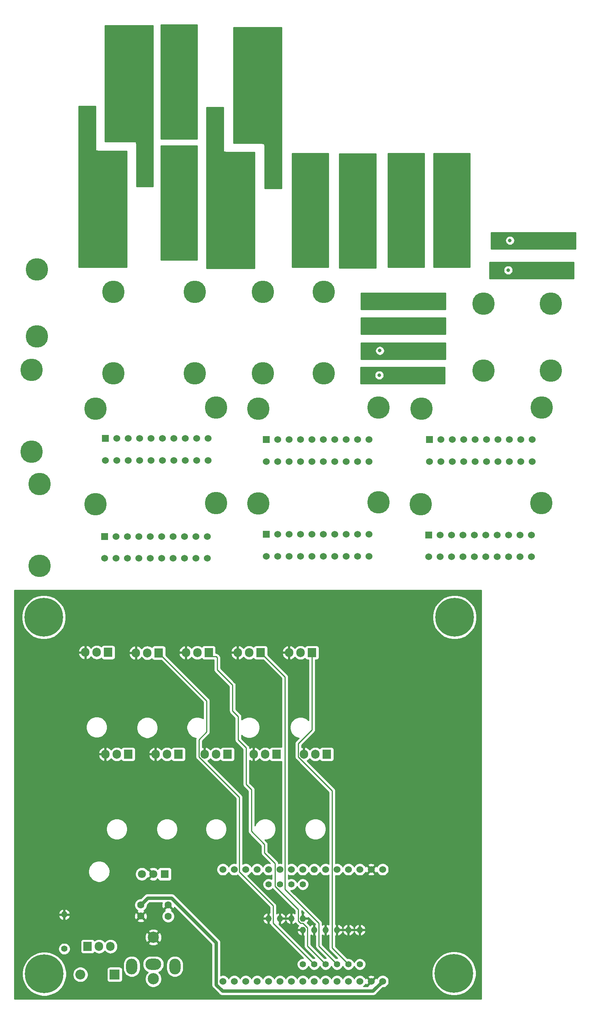
<source format=gbr>
%TF.GenerationSoftware,KiCad,Pcbnew,5.1.7-a382d34a8~88~ubuntu20.04.1*%
%TF.CreationDate,2021-03-09T09:01:26+01:00*%
%TF.ProjectId,narcise,6e617263-6973-4652-9e6b-696361645f70,rev?*%
%TF.SameCoordinates,Original*%
%TF.FileFunction,Copper,L2,Bot*%
%TF.FilePolarity,Positive*%
%FSLAX46Y46*%
G04 Gerber Fmt 4.6, Leading zero omitted, Abs format (unit mm)*
G04 Created by KiCad (PCBNEW 5.1.7-a382d34a8~88~ubuntu20.04.1) date 2021-03-09 09:01:26*
%MOMM*%
%LPD*%
G01*
G04 APERTURE LIST*
%TA.AperFunction,ComponentPad*%
%ADD10C,0.800000*%
%TD*%
%TA.AperFunction,ComponentPad*%
%ADD11C,5.000000*%
%TD*%
%TA.AperFunction,ComponentPad*%
%ADD12C,8.600000*%
%TD*%
%TA.AperFunction,ComponentPad*%
%ADD13C,0.900000*%
%TD*%
%TA.AperFunction,ComponentPad*%
%ADD14O,1.400000X1.400000*%
%TD*%
%TA.AperFunction,ComponentPad*%
%ADD15C,1.400000*%
%TD*%
%TA.AperFunction,ComponentPad*%
%ADD16O,1.905000X2.000000*%
%TD*%
%TA.AperFunction,ComponentPad*%
%ADD17R,1.905000X2.000000*%
%TD*%
%TA.AperFunction,ComponentPad*%
%ADD18O,3.500000X2.500000*%
%TD*%
%TA.AperFunction,ComponentPad*%
%ADD19O,2.500000X3.500000*%
%TD*%
%TA.AperFunction,ComponentPad*%
%ADD20C,2.500000*%
%TD*%
%TA.AperFunction,ComponentPad*%
%ADD21C,1.524000*%
%TD*%
%TA.AperFunction,ComponentPad*%
%ADD22R,1.800000X1.800000*%
%TD*%
%TA.AperFunction,ComponentPad*%
%ADD23C,1.800000*%
%TD*%
%TA.AperFunction,ComponentPad*%
%ADD24C,1.600000*%
%TD*%
%TA.AperFunction,ComponentPad*%
%ADD25R,1.524000X1.524000*%
%TD*%
%TA.AperFunction,ComponentPad*%
%ADD26O,2.200000X2.200000*%
%TD*%
%TA.AperFunction,ComponentPad*%
%ADD27R,2.200000X2.200000*%
%TD*%
%TA.AperFunction,ViaPad*%
%ADD28C,0.800000*%
%TD*%
%TA.AperFunction,Conductor*%
%ADD29C,0.750000*%
%TD*%
%TA.AperFunction,Conductor*%
%ADD30C,0.250000*%
%TD*%
%TA.AperFunction,Conductor*%
%ADD31C,0.254000*%
%TD*%
%TA.AperFunction,Conductor*%
%ADD32C,0.100000*%
%TD*%
%TA.AperFunction,NonConductor*%
%ADD33C,0.254000*%
%TD*%
%TA.AperFunction,NonConductor*%
%ADD34C,0.100000*%
%TD*%
G04 APERTURE END LIST*
D10*
%TO.P,REF\u002A\u002A,1*%
%TO.N,N/C*%
X153852825Y-245816175D03*
X152527000Y-245267000D03*
X151201175Y-245816175D03*
X150652000Y-247142000D03*
X151201175Y-248467825D03*
X152527000Y-249017000D03*
X153852825Y-248467825D03*
X154402000Y-247142000D03*
D11*
X152527000Y-247142000D03*
%TD*%
%TO.P,REF\u002A\u002A,1*%
%TO.N,N/C*%
X152527000Y-232283000D03*
D10*
X154402000Y-232283000D03*
X153852825Y-233608825D03*
X152527000Y-234158000D03*
X151201175Y-233608825D03*
X150652000Y-232283000D03*
X151201175Y-230957175D03*
X152527000Y-230408000D03*
X153852825Y-230957175D03*
%TD*%
D11*
%TO.P,REF\u002A\u002A,1*%
%TO.N,N/C*%
X38100000Y-239522000D03*
D10*
X39975000Y-239522000D03*
X39425825Y-240847825D03*
X38100000Y-241397000D03*
X36774175Y-240847825D03*
X36225000Y-239522000D03*
X36774175Y-238196175D03*
X38100000Y-237647000D03*
X39425825Y-238196175D03*
%TD*%
%TO.P,REF\u002A\u002A,1*%
%TO.N,N/C*%
X39425825Y-223337175D03*
X38100000Y-222788000D03*
X36774175Y-223337175D03*
X36225000Y-224663000D03*
X36774175Y-225988825D03*
X38100000Y-226538000D03*
X39425825Y-225988825D03*
X39975000Y-224663000D03*
D11*
X38100000Y-224663000D03*
%TD*%
D10*
%TO.P,REF\u002A\u002A,1*%
%TO.N,N/C*%
X138866825Y-245816175D03*
X137541000Y-245267000D03*
X136215175Y-245816175D03*
X135666000Y-247142000D03*
X136215175Y-248467825D03*
X137541000Y-249017000D03*
X138866825Y-248467825D03*
X139416000Y-247142000D03*
D11*
X137541000Y-247142000D03*
%TD*%
%TO.P,REF\u002A\u002A,1*%
%TO.N,N/C*%
X137541000Y-232283000D03*
D10*
X139416000Y-232283000D03*
X138866825Y-233608825D03*
X137541000Y-234158000D03*
X136215175Y-233608825D03*
X135666000Y-232283000D03*
X136215175Y-230957175D03*
X137541000Y-230408000D03*
X138866825Y-230957175D03*
%TD*%
%TO.P,REF\u002A\u002A,1*%
%TO.N,N/C*%
X74604825Y-246451175D03*
X73279000Y-245902000D03*
X71953175Y-246451175D03*
X71404000Y-247777000D03*
X71953175Y-249102825D03*
X73279000Y-249652000D03*
X74604825Y-249102825D03*
X75154000Y-247777000D03*
D11*
X73279000Y-247777000D03*
%TD*%
%TO.P,REF\u002A\u002A,1*%
%TO.N,N/C*%
X73279000Y-229616000D03*
D10*
X75154000Y-229616000D03*
X74604825Y-230941825D03*
X73279000Y-231491000D03*
X71953175Y-230941825D03*
X71404000Y-229616000D03*
X71953175Y-228290175D03*
X73279000Y-227741000D03*
X74604825Y-228290175D03*
%TD*%
D11*
%TO.P,REF\u002A\u002A,1*%
%TO.N,N/C*%
X55118000Y-247777000D03*
D10*
X56993000Y-247777000D03*
X56443825Y-249102825D03*
X55118000Y-249652000D03*
X53792175Y-249102825D03*
X53243000Y-247777000D03*
X53792175Y-246451175D03*
X55118000Y-245902000D03*
X56443825Y-246451175D03*
%TD*%
%TO.P,REF\u002A\u002A,1*%
%TO.N,N/C*%
X56443825Y-228290175D03*
X55118000Y-227741000D03*
X53792175Y-228290175D03*
X53243000Y-229616000D03*
X53792175Y-230941825D03*
X55118000Y-231491000D03*
X56443825Y-230941825D03*
X56993000Y-229616000D03*
D11*
X55118000Y-229616000D03*
%TD*%
%TO.P,REF\u002A\u002A,1*%
%TO.N,N/C*%
X36957000Y-247015000D03*
D10*
X38832000Y-247015000D03*
X38282825Y-248340825D03*
X36957000Y-248890000D03*
X35631175Y-248340825D03*
X35082000Y-247015000D03*
X35631175Y-245689175D03*
X36957000Y-245140000D03*
X38282825Y-245689175D03*
%TD*%
%TO.P,REF\u002A\u002A,1*%
%TO.N,N/C*%
X38282825Y-263850175D03*
X36957000Y-263301000D03*
X35631175Y-263850175D03*
X35082000Y-265176000D03*
X35631175Y-266501825D03*
X36957000Y-267051000D03*
X38282825Y-266501825D03*
X38832000Y-265176000D03*
D11*
X36957000Y-265176000D03*
%TD*%
D10*
%TO.P,REF\u002A\u002A,1*%
%TO.N,N/C*%
X103306825Y-228290175D03*
X101981000Y-227741000D03*
X100655175Y-228290175D03*
X100106000Y-229616000D03*
X100655175Y-230941825D03*
X101981000Y-231491000D03*
X103306825Y-230941825D03*
X103856000Y-229616000D03*
D11*
X101981000Y-229616000D03*
%TD*%
%TO.P,REF\u002A\u002A,1*%
%TO.N,N/C*%
X101981000Y-247777000D03*
D10*
X103856000Y-247777000D03*
X103306825Y-249102825D03*
X101981000Y-249652000D03*
X100655175Y-249102825D03*
X100106000Y-247777000D03*
X100655175Y-246451175D03*
X101981000Y-245902000D03*
X103306825Y-246451175D03*
%TD*%
D11*
%TO.P,REF\u002A\u002A,1*%
%TO.N,N/C*%
X88392000Y-229616000D03*
D10*
X90267000Y-229616000D03*
X89717825Y-230941825D03*
X88392000Y-231491000D03*
X87066175Y-230941825D03*
X86517000Y-229616000D03*
X87066175Y-228290175D03*
X88392000Y-227741000D03*
X89717825Y-228290175D03*
%TD*%
%TO.P,REF\u002A\u002A,1*%
%TO.N,N/C*%
X89717825Y-246451175D03*
X88392000Y-245902000D03*
X87066175Y-246451175D03*
X86517000Y-247777000D03*
X87066175Y-249102825D03*
X88392000Y-249652000D03*
X89717825Y-249102825D03*
X90267000Y-247777000D03*
D11*
X88392000Y-247777000D03*
%TD*%
%TO.P,REF\u002A\u002A,1*%
%TO.N,N/C*%
X38735000Y-290576000D03*
D10*
X40610000Y-290576000D03*
X40060825Y-291901825D03*
X38735000Y-292451000D03*
X37409175Y-291901825D03*
X36860000Y-290576000D03*
X37409175Y-289250175D03*
X38735000Y-288701000D03*
X40060825Y-289250175D03*
%TD*%
%TO.P,REF\u002A\u002A,1*%
%TO.N,N/C*%
X40060825Y-271089175D03*
X38735000Y-270540000D03*
X37409175Y-271089175D03*
X36860000Y-272415000D03*
X37409175Y-273740825D03*
X38735000Y-274290000D03*
X40060825Y-273740825D03*
X40610000Y-272415000D03*
D11*
X38735000Y-272415000D03*
%TD*%
%TO.P,REF\u002A\u002A,1*%
%TO.N,N/C*%
X150368000Y-276606000D03*
D10*
X152243000Y-276606000D03*
X151693825Y-277931825D03*
X150368000Y-278481000D03*
X149042175Y-277931825D03*
X148493000Y-276606000D03*
X149042175Y-275280175D03*
X150368000Y-274731000D03*
X151693825Y-275280175D03*
%TD*%
%TO.P,REF\u002A\u002A,1*%
%TO.N,N/C*%
X124896825Y-275534175D03*
X123571000Y-274985000D03*
X122245175Y-275534175D03*
X121696000Y-276860000D03*
X122245175Y-278185825D03*
X123571000Y-278735000D03*
X124896825Y-278185825D03*
X125446000Y-276860000D03*
D11*
X123571000Y-276860000D03*
%TD*%
%TO.P,REF\u002A\u002A,1*%
%TO.N,N/C*%
X123698000Y-255651000D03*
D10*
X125573000Y-255651000D03*
X125023825Y-256976825D03*
X123698000Y-257526000D03*
X122372175Y-256976825D03*
X121823000Y-255651000D03*
X122372175Y-254325175D03*
X123698000Y-253776000D03*
X125023825Y-254325175D03*
%TD*%
%TO.P,REF\u002A\u002A,1*%
%TO.N,N/C*%
X151820825Y-254071175D03*
X150495000Y-253522000D03*
X149169175Y-254071175D03*
X148620000Y-255397000D03*
X149169175Y-256722825D03*
X150495000Y-257272000D03*
X151820825Y-256722825D03*
X152370000Y-255397000D03*
D11*
X150495000Y-255397000D03*
%TD*%
D10*
%TO.P,REF\u002A\u002A,1*%
%TO.N,N/C*%
X88701825Y-275407175D03*
X87376000Y-274858000D03*
X86050175Y-275407175D03*
X85501000Y-276733000D03*
X86050175Y-278058825D03*
X87376000Y-278608000D03*
X88701825Y-278058825D03*
X89251000Y-276733000D03*
D11*
X87376000Y-276733000D03*
%TD*%
%TO.P,REF\u002A\u002A,1*%
%TO.N,N/C*%
X114173000Y-276479000D03*
D10*
X116048000Y-276479000D03*
X115498825Y-277804825D03*
X114173000Y-278354000D03*
X112847175Y-277804825D03*
X112298000Y-276479000D03*
X112847175Y-275153175D03*
X114173000Y-274604000D03*
X115498825Y-275153175D03*
%TD*%
%TO.P,REF\u002A\u002A,1*%
%TO.N,N/C*%
X115498825Y-254071175D03*
X114173000Y-253522000D03*
X112847175Y-254071175D03*
X112298000Y-255397000D03*
X112847175Y-256722825D03*
X114173000Y-257272000D03*
X115498825Y-256722825D03*
X116048000Y-255397000D03*
D11*
X114173000Y-255397000D03*
%TD*%
%TO.P,REF\u002A\u002A,1*%
%TO.N,N/C*%
X87376000Y-255651000D03*
D10*
X89251000Y-255651000D03*
X88701825Y-256976825D03*
X87376000Y-257526000D03*
X86050175Y-256976825D03*
X85501000Y-255651000D03*
X86050175Y-254325175D03*
X87376000Y-253776000D03*
X88701825Y-254325175D03*
%TD*%
D11*
%TO.P,REF\u002A\u002A,1*%
%TO.N,N/C*%
X77978000Y-255397000D03*
D10*
X79853000Y-255397000D03*
X79303825Y-256722825D03*
X77978000Y-257272000D03*
X76652175Y-256722825D03*
X76103000Y-255397000D03*
X76652175Y-254071175D03*
X77978000Y-253522000D03*
X79303825Y-254071175D03*
%TD*%
%TO.P,REF\u002A\u002A,1*%
%TO.N,N/C*%
X52506825Y-254325175D03*
X51181000Y-253776000D03*
X49855175Y-254325175D03*
X49306000Y-255651000D03*
X49855175Y-256976825D03*
X51181000Y-257526000D03*
X52506825Y-256976825D03*
X53056000Y-255651000D03*
D11*
X51181000Y-255651000D03*
%TD*%
%TO.P,REF\u002A\u002A,1*%
%TO.N,N/C*%
X51181000Y-276860000D03*
D10*
X53056000Y-276860000D03*
X52506825Y-278185825D03*
X51181000Y-278735000D03*
X49855175Y-278185825D03*
X49306000Y-276860000D03*
X49855175Y-275534175D03*
X51181000Y-274985000D03*
X52506825Y-275534175D03*
%TD*%
%TO.P,REF\u002A\u002A,1*%
%TO.N,N/C*%
X79303825Y-275280175D03*
X77978000Y-274731000D03*
X76652175Y-275280175D03*
X76103000Y-276606000D03*
X76652175Y-277931825D03*
X77978000Y-278481000D03*
X79303825Y-277931825D03*
X79853000Y-276606000D03*
D11*
X77978000Y-276606000D03*
%TD*%
D12*
%TO.P,REF\u002A\u002A,1*%
%TO.N,N/C*%
X39624000Y-302006000D03*
D13*
X42849000Y-302006000D03*
X41904419Y-304286419D03*
X39624000Y-305231000D03*
X37343581Y-304286419D03*
X36399000Y-302006000D03*
X37343581Y-299725581D03*
X39624000Y-298781000D03*
X41904419Y-299725581D03*
%TD*%
D12*
%TO.P,REF\u002A\u002A,1*%
%TO.N,N/C*%
X131064000Y-302006000D03*
D13*
X134289000Y-302006000D03*
X133344419Y-304286419D03*
X131064000Y-305231000D03*
X128783581Y-304286419D03*
X127839000Y-302006000D03*
X128783581Y-299725581D03*
X131064000Y-298781000D03*
X133344419Y-299725581D03*
%TD*%
D12*
%TO.P,REF\u002A\u002A,1*%
%TO.N,N/C*%
X130937000Y-381254000D03*
D13*
X134162000Y-381254000D03*
X133217419Y-383534419D03*
X130937000Y-384479000D03*
X128656581Y-383534419D03*
X127712000Y-381254000D03*
X128656581Y-378973581D03*
X130937000Y-378029000D03*
X133217419Y-378973581D03*
%TD*%
%TO.P,REF\u002A\u002A,1*%
%TO.N,N/C*%
X42031419Y-379100581D03*
X39751000Y-378156000D03*
X37470581Y-379100581D03*
X36526000Y-381381000D03*
X37470581Y-383661419D03*
X39751000Y-384606000D03*
X42031419Y-383661419D03*
X42976000Y-381381000D03*
D12*
X39751000Y-381381000D03*
%TD*%
D14*
%TO.P,R11,2*%
%TO.N,POWER-IN-*%
X97282000Y-369062000D03*
D15*
%TO.P,R11,1*%
%TO.N,sheet10*%
X97282000Y-361442000D03*
%TD*%
D14*
%TO.P,R10,2*%
%TO.N,POWER-IN-*%
X94742000Y-369062000D03*
D15*
%TO.P,R10,1*%
%TO.N,sheet9*%
X94742000Y-361442000D03*
%TD*%
D14*
%TO.P,R9,2*%
%TO.N,POWER-IN-*%
X92202000Y-369062000D03*
D15*
%TO.P,R9,1*%
%TO.N,sheet8*%
X92202000Y-361442000D03*
%TD*%
D14*
%TO.P,R8,2*%
%TO.N,POWER-IN-*%
X89662000Y-369062000D03*
D15*
%TO.P,R8,1*%
%TO.N,sheet7*%
X89662000Y-361442000D03*
%TD*%
D14*
%TO.P,R7,2*%
%TO.N,POWER-IN-*%
X109982000Y-371602000D03*
D15*
%TO.P,R7,1*%
%TO.N,sheet6*%
X109982000Y-379222000D03*
%TD*%
D14*
%TO.P,R5,2*%
%TO.N,POWER-IN-*%
X107442000Y-371602000D03*
D15*
%TO.P,R5,1*%
%TO.N,sheet5*%
X107442000Y-379222000D03*
%TD*%
D14*
%TO.P,R4,2*%
%TO.N,POWER-IN-*%
X104902000Y-371602000D03*
D15*
%TO.P,R4,1*%
%TO.N,sheet4*%
X104902000Y-379222000D03*
%TD*%
D14*
%TO.P,R3,2*%
%TO.N,POWER-IN-*%
X102362000Y-371602000D03*
D15*
%TO.P,R3,1*%
%TO.N,sheet3*%
X102362000Y-379222000D03*
%TD*%
D14*
%TO.P,R2,2*%
%TO.N,POWER-IN-*%
X99822000Y-371602000D03*
D15*
%TO.P,R2,1*%
%TO.N,sheet2*%
X99822000Y-379222000D03*
%TD*%
D16*
%TO.P,Q11,3*%
%TO.N,POWER-IN-*%
X97536000Y-332486000D03*
%TO.P,Q11,2*%
%TO.N,Net-(Q11-Pad2)*%
X100076000Y-332486000D03*
D17*
%TO.P,Q11,1*%
%TO.N,sheet10*%
X102616000Y-332486000D03*
%TD*%
D16*
%TO.P,Q10,3*%
%TO.N,POWER-IN-*%
X86360000Y-332486000D03*
%TO.P,Q10,2*%
%TO.N,Net-(Q10-Pad2)*%
X88900000Y-332486000D03*
D17*
%TO.P,Q10,1*%
%TO.N,sheet9*%
X91440000Y-332486000D03*
%TD*%
D16*
%TO.P,Q9,3*%
%TO.N,POWER-IN-*%
X75438000Y-332486000D03*
%TO.P,Q9,2*%
%TO.N,Net-(Q9-Pad2)*%
X77978000Y-332486000D03*
D17*
%TO.P,Q9,1*%
%TO.N,sheet8*%
X80518000Y-332486000D03*
%TD*%
D16*
%TO.P,Q8,3*%
%TO.N,POWER-IN-*%
X64516000Y-332486000D03*
%TO.P,Q8,2*%
%TO.N,Net-(Q8-Pad2)*%
X67056000Y-332486000D03*
D17*
%TO.P,Q8,1*%
%TO.N,sheet7*%
X69596000Y-332486000D03*
%TD*%
D16*
%TO.P,Q7,3*%
%TO.N,POWER-IN-*%
X53340000Y-332486000D03*
%TO.P,Q7,2*%
%TO.N,Net-(Q7-Pad2)*%
X55880000Y-332486000D03*
D17*
%TO.P,Q7,1*%
%TO.N,sheet6*%
X58420000Y-332486000D03*
%TD*%
D16*
%TO.P,Q5,3*%
%TO.N,POWER-IN-*%
X94234000Y-309880000D03*
%TO.P,Q5,2*%
%TO.N,Net-(Q5-Pad2)*%
X96774000Y-309880000D03*
D17*
%TO.P,Q5,1*%
%TO.N,sheet5*%
X99314000Y-309880000D03*
%TD*%
D16*
%TO.P,Q4,3*%
%TO.N,POWER-IN-*%
X82804000Y-309880000D03*
%TO.P,Q4,2*%
%TO.N,Net-(Q4-Pad2)*%
X85344000Y-309880000D03*
D17*
%TO.P,Q4,1*%
%TO.N,sheet4*%
X87884000Y-309880000D03*
%TD*%
D16*
%TO.P,Q3,3*%
%TO.N,POWER-IN-*%
X71263000Y-309881000D03*
%TO.P,Q3,2*%
%TO.N,Net-(Q3-Pad2)*%
X73803000Y-309881000D03*
D17*
%TO.P,Q3,1*%
%TO.N,sheet3*%
X76343000Y-309881000D03*
%TD*%
D16*
%TO.P,Q2,3*%
%TO.N,POWER-IN-*%
X60124000Y-309939000D03*
%TO.P,Q2,2*%
%TO.N,Net-(Q2-Pad2)*%
X62664000Y-309939000D03*
D17*
%TO.P,Q2,1*%
%TO.N,sheet2*%
X65204000Y-309939000D03*
%TD*%
D18*
%TO.P,U21,1*%
%TO.N,POWER-IN+*%
X64008000Y-379222000D03*
D19*
%TO.P,U21,0*%
%TO.N,Net-(U21-Pad0)*%
X59208000Y-379722000D03*
X68808000Y-379722000D03*
D20*
%TO.P,U21,2*%
%TO.N,POWER-IN-*%
X64008000Y-373222000D03*
%TO.P,U21,0*%
%TO.N,Net-(U21-Pad0)*%
X64008000Y-382472000D03*
%TD*%
D21*
%TO.P,U11,30*%
%TO.N,Net-(U11-Pad30)*%
X79502000Y-358140000D03*
%TO.P,U11,29*%
%TO.N,Net-(U11-Pad29)*%
X82042000Y-358140000D03*
%TO.P,U11,28*%
%TO.N,Net-(U11-Pad28)*%
X84582000Y-358140000D03*
%TO.P,U11,27*%
%TO.N,Net-(U11-Pad27)*%
X87122000Y-358140000D03*
%TO.P,U11,26*%
%TO.N,sheet7*%
X89662000Y-358140000D03*
%TO.P,U11,25*%
%TO.N,sheet8*%
X92202000Y-358140000D03*
%TO.P,U11,24*%
%TO.N,sheet9*%
X94742000Y-358140000D03*
%TO.P,U11,23*%
%TO.N,sheet10*%
X97282000Y-358140000D03*
%TO.P,U11,22*%
%TO.N,Net-(U11-Pad22)*%
X99822000Y-358140000D03*
%TO.P,U11,21*%
%TO.N,Net-(U11-Pad21)*%
X102362000Y-358140000D03*
%TO.P,U11,20*%
%TO.N,Net-(U11-Pad20)*%
X104902000Y-358140000D03*
%TO.P,U11,19*%
%TO.N,Net-(U11-Pad19)*%
X107442000Y-358140000D03*
%TO.P,U11,18*%
%TO.N,Net-(U11-Pad18)*%
X109982000Y-358140000D03*
%TO.P,U11,17*%
%TO.N,POWER-IN-*%
X112522000Y-358140000D03*
%TO.P,U11,16*%
%TO.N,Net-(U11-Pad16)*%
X115062000Y-358140000D03*
%TO.P,U11,15*%
%TO.N,+5V*%
X115062000Y-383032000D03*
%TO.P,U11,14*%
%TO.N,POWER-IN-*%
X112522000Y-383032000D03*
X112522000Y-383032000D03*
%TO.P,U11,13*%
%TO.N,sheet6*%
X109982000Y-383032000D03*
%TO.P,U11,12*%
%TO.N,sheet5*%
X107442000Y-383032000D03*
%TO.P,U11,11*%
%TO.N,sheet4*%
X104902000Y-383032000D03*
%TO.P,U11,10*%
%TO.N,sheet3*%
X102362000Y-383032000D03*
%TO.P,U11,9*%
%TO.N,sheet2*%
X99822000Y-383032000D03*
%TO.P,U11,8*%
%TO.N,sheet1*%
X97282000Y-383032000D03*
%TO.P,U11,7*%
%TO.N,Net-(U11-Pad7)*%
X94742000Y-383032000D03*
%TO.P,U11,6*%
%TO.N,Net-(U11-Pad6)*%
X92202000Y-383032000D03*
%TO.P,U11,5*%
%TO.N,Net-(U11-Pad5)*%
X89662000Y-383032000D03*
%TO.P,U11,4*%
%TO.N,Net-(U11-Pad4)*%
X87122000Y-383032000D03*
%TO.P,U11,3*%
%TO.N,Net-(U11-Pad3)*%
X84582000Y-383032000D03*
%TO.P,U11,2*%
%TO.N,Net-(U11-Pad2)*%
X82042000Y-383032000D03*
%TO.P,U11,1*%
%TO.N,Net-(U11-Pad1)*%
X79502000Y-383032000D03*
%TD*%
D22*
%TO.P,U10,1*%
%TO.N,+24V*%
X66548000Y-359156000D03*
D23*
%TO.P,U10,2*%
%TO.N,POWER-IN-*%
X64008000Y-359156000D03*
%TO.P,U10,3*%
%TO.N,+5V*%
X61468000Y-359156000D03*
%TD*%
D14*
%TO.P,R6,2*%
%TO.N,POWER-IN-*%
X44196000Y-368173000D03*
D15*
%TO.P,R6,1*%
%TO.N,Net-(D1-Pad2)*%
X44196000Y-375793000D03*
%TD*%
D14*
%TO.P,R1,2*%
%TO.N,POWER-IN-*%
X97282000Y-371602000D03*
D15*
%TO.P,R1,1*%
%TO.N,sheet1*%
X97282000Y-379222000D03*
%TD*%
D16*
%TO.P,Q6,3*%
%TO.N,+24V*%
X54484000Y-375259000D03*
%TO.P,Q6,2*%
%TO.N,POWER-IN+*%
X51944000Y-375259000D03*
D17*
%TO.P,Q6,1*%
%TO.N,Net-(D1-Pad2)*%
X49404000Y-375259000D03*
%TD*%
D16*
%TO.P,Q1,3*%
%TO.N,POWER-IN-*%
X48881000Y-309835000D03*
%TO.P,Q1,2*%
%TO.N,Net-(Q1-Pad2)*%
X51421000Y-309835000D03*
D17*
%TO.P,Q1,1*%
%TO.N,sheet1*%
X53961000Y-309835000D03*
%TD*%
D24*
%TO.P,Murata-Ceramic-Capacitor-50v1-22uF2,2*%
%TO.N,POWER-IN-*%
X61214000Y-368514000D03*
%TO.P,Murata-Ceramic-Capacitor-50v1-22uF2,1*%
%TO.N,+5V*%
X61214000Y-366014000D03*
%TD*%
%TO.P,Murata-Ceramic-Capacitor-50v1-22uF1,2*%
%TO.N,POWER-IN-*%
X67310000Y-366054000D03*
%TO.P,Murata-Ceramic-Capacitor-50v1-22uF1,1*%
%TO.N,+24V*%
X67310000Y-368554000D03*
%TD*%
D21*
%TO.P,J8,20*%
%TO.N,Net-(J8-Pad1)*%
X76200000Y-267106400D03*
%TO.P,J8,19*%
X76200000Y-262255000D03*
%TO.P,J8,18*%
X73660000Y-267106400D03*
%TO.P,J8,17*%
X73660000Y-262255000D03*
%TO.P,J8,16*%
X71120000Y-267106400D03*
%TO.P,J8,15*%
X71120000Y-262255000D03*
%TO.P,J8,14*%
X68580000Y-267106400D03*
%TO.P,J8,13*%
X68580000Y-262255000D03*
%TO.P,J8,12*%
X66040000Y-267106400D03*
%TO.P,J8,11*%
X66040000Y-262255000D03*
%TO.P,J8,10*%
X63500000Y-267106400D03*
%TO.P,J8,9*%
X63500000Y-262255000D03*
%TO.P,J8,8*%
X60960000Y-267106400D03*
%TO.P,J8,7*%
X60960000Y-262255000D03*
%TO.P,J8,6*%
X58420000Y-267106400D03*
%TO.P,J8,5*%
X58420000Y-262255000D03*
%TO.P,J8,4*%
X55880000Y-267106400D03*
%TO.P,J8,3*%
X55880000Y-262255000D03*
%TO.P,J8,2*%
X53340000Y-267106400D03*
D25*
%TO.P,J8,1*%
X53340000Y-262255000D03*
%TD*%
D21*
%TO.P,J7,20*%
%TO.N,Net-(J7-Pad1)*%
X112014000Y-267360400D03*
%TO.P,J7,19*%
X112014000Y-262509000D03*
%TO.P,J7,18*%
X109474000Y-267360400D03*
%TO.P,J7,17*%
X109474000Y-262509000D03*
%TO.P,J7,16*%
X106934000Y-267360400D03*
%TO.P,J7,15*%
X106934000Y-262509000D03*
%TO.P,J7,14*%
X104394000Y-267360400D03*
%TO.P,J7,13*%
X104394000Y-262509000D03*
%TO.P,J7,12*%
X101854000Y-267360400D03*
%TO.P,J7,11*%
X101854000Y-262509000D03*
%TO.P,J7,10*%
X99314000Y-267360400D03*
%TO.P,J7,9*%
X99314000Y-262509000D03*
%TO.P,J7,8*%
X96774000Y-267360400D03*
%TO.P,J7,7*%
X96774000Y-262509000D03*
%TO.P,J7,6*%
X94234000Y-267360400D03*
%TO.P,J7,5*%
X94234000Y-262509000D03*
%TO.P,J7,4*%
X91694000Y-267360400D03*
%TO.P,J7,3*%
X91694000Y-262509000D03*
%TO.P,J7,2*%
X89154000Y-267360400D03*
D25*
%TO.P,J7,1*%
X89154000Y-262509000D03*
%TD*%
D21*
%TO.P,J6,20*%
%TO.N,Net-(J6-Pad1)*%
X112014000Y-288442400D03*
%TO.P,J6,19*%
X112014000Y-283591000D03*
%TO.P,J6,18*%
X109474000Y-288442400D03*
%TO.P,J6,17*%
X109474000Y-283591000D03*
%TO.P,J6,16*%
X106934000Y-288442400D03*
%TO.P,J6,15*%
X106934000Y-283591000D03*
%TO.P,J6,14*%
X104394000Y-288442400D03*
%TO.P,J6,13*%
X104394000Y-283591000D03*
%TO.P,J6,12*%
X101854000Y-288442400D03*
%TO.P,J6,11*%
X101854000Y-283591000D03*
%TO.P,J6,10*%
X99314000Y-288442400D03*
%TO.P,J6,9*%
X99314000Y-283591000D03*
%TO.P,J6,8*%
X96774000Y-288442400D03*
%TO.P,J6,7*%
X96774000Y-283591000D03*
%TO.P,J6,6*%
X94234000Y-288442400D03*
%TO.P,J6,5*%
X94234000Y-283591000D03*
%TO.P,J6,4*%
X91694000Y-288442400D03*
%TO.P,J6,3*%
X91694000Y-283591000D03*
%TO.P,J6,2*%
X89154000Y-288442400D03*
D25*
%TO.P,J6,1*%
X89154000Y-283591000D03*
%TD*%
D21*
%TO.P,J3,20*%
%TO.N,Net-(J3-Pad1)*%
X148336000Y-267360400D03*
%TO.P,J3,19*%
X148336000Y-262509000D03*
%TO.P,J3,18*%
X145796000Y-267360400D03*
%TO.P,J3,17*%
X145796000Y-262509000D03*
%TO.P,J3,16*%
X143256000Y-267360400D03*
%TO.P,J3,15*%
X143256000Y-262509000D03*
%TO.P,J3,14*%
X140716000Y-267360400D03*
%TO.P,J3,13*%
X140716000Y-262509000D03*
%TO.P,J3,12*%
X138176000Y-267360400D03*
%TO.P,J3,11*%
X138176000Y-262509000D03*
%TO.P,J3,10*%
X135636000Y-267360400D03*
%TO.P,J3,9*%
X135636000Y-262509000D03*
%TO.P,J3,8*%
X133096000Y-267360400D03*
%TO.P,J3,7*%
X133096000Y-262509000D03*
%TO.P,J3,6*%
X130556000Y-267360400D03*
%TO.P,J3,5*%
X130556000Y-262509000D03*
%TO.P,J3,4*%
X128016000Y-267360400D03*
%TO.P,J3,3*%
X128016000Y-262509000D03*
%TO.P,J3,2*%
X125476000Y-267360400D03*
D25*
%TO.P,J3,1*%
X125476000Y-262509000D03*
%TD*%
D21*
%TO.P,J2,20*%
%TO.N,Net-(J2-Pad1)*%
X148209000Y-288569400D03*
%TO.P,J2,19*%
X148209000Y-283718000D03*
%TO.P,J2,18*%
X145669000Y-288569400D03*
%TO.P,J2,17*%
X145669000Y-283718000D03*
%TO.P,J2,16*%
X143129000Y-288569400D03*
%TO.P,J2,15*%
X143129000Y-283718000D03*
%TO.P,J2,14*%
X140589000Y-288569400D03*
%TO.P,J2,13*%
X140589000Y-283718000D03*
%TO.P,J2,12*%
X138049000Y-288569400D03*
%TO.P,J2,11*%
X138049000Y-283718000D03*
%TO.P,J2,10*%
X135509000Y-288569400D03*
%TO.P,J2,9*%
X135509000Y-283718000D03*
%TO.P,J2,8*%
X132969000Y-288569400D03*
%TO.P,J2,7*%
X132969000Y-283718000D03*
%TO.P,J2,6*%
X130429000Y-288569400D03*
%TO.P,J2,5*%
X130429000Y-283718000D03*
%TO.P,J2,4*%
X127889000Y-288569400D03*
%TO.P,J2,3*%
X127889000Y-283718000D03*
%TO.P,J2,2*%
X125349000Y-288569400D03*
D25*
%TO.P,J2,1*%
X125349000Y-283718000D03*
%TD*%
D21*
%TO.P,J1,20*%
%TO.N,Net-(J1-Pad1)*%
X76073000Y-288925000D03*
%TO.P,J1,19*%
X76073000Y-284073600D03*
%TO.P,J1,18*%
X73533000Y-288925000D03*
%TO.P,J1,17*%
X73533000Y-284073600D03*
%TO.P,J1,16*%
X70993000Y-288925000D03*
%TO.P,J1,15*%
X70993000Y-284073600D03*
%TO.P,J1,14*%
X68453000Y-288925000D03*
%TO.P,J1,13*%
X68453000Y-284073600D03*
%TO.P,J1,12*%
X65913000Y-288925000D03*
%TO.P,J1,11*%
X65913000Y-284073600D03*
%TO.P,J1,10*%
X63373000Y-288925000D03*
%TO.P,J1,9*%
X63373000Y-284073600D03*
%TO.P,J1,8*%
X60833000Y-288925000D03*
%TO.P,J1,7*%
X60833000Y-284073600D03*
%TO.P,J1,6*%
X58293000Y-288925000D03*
%TO.P,J1,5*%
X58293000Y-284073600D03*
%TO.P,J1,4*%
X55753000Y-288925000D03*
%TO.P,J1,3*%
X55753000Y-284073600D03*
%TO.P,J1,2*%
X53213000Y-288925000D03*
D25*
%TO.P,J1,1*%
X53213000Y-284073600D03*
%TD*%
D26*
%TO.P,D1,2*%
%TO.N,Net-(D1-Pad2)*%
X47784000Y-381508000D03*
D27*
%TO.P,D1,1*%
%TO.N,+24V*%
X55404000Y-381508000D03*
%TD*%
D28*
%TO.N,Net-(U1-Pad1)*%
X118999000Y-221615000D03*
X119189500Y-201485500D03*
%TO.N,Net-(U2-Pad1)*%
X68453000Y-219964000D03*
X68643500Y-199834500D03*
%TO.N,Net-(U3-Pad1)*%
X129159000Y-221615000D03*
X129349500Y-201485500D03*
%TO.N,Net-(U7-Pad1)*%
X68453000Y-193040000D03*
X68643500Y-172910500D03*
%TO.N,Net-(U4-Pad1)*%
X108204000Y-221742000D03*
X108394500Y-201612500D03*
%TO.N,Net-(U5-Pad1)*%
X97663000Y-221615000D03*
X97853500Y-201485500D03*
%TO.N,Net-(X27-PadL1.1)*%
X114427000Y-237109000D03*
%TO.N,Net-(X28-PadL1.1)*%
X143002000Y-224790000D03*
%TO.N,Net-(X29-PadL1.1)*%
X114427000Y-231648000D03*
%TO.N,Net-(X33-PadL1.1)*%
X114300000Y-248158000D03*
%TO.N,Net-(X34-PadL1.1)*%
X143383000Y-218186000D03*
%TO.N,Net-(X35-PadL1.1)*%
X114427000Y-242697000D03*
%TD*%
D29*
%TO.N,+5V*%
X77964999Y-383769761D02*
X79386238Y-385191000D01*
X77964999Y-374377997D02*
X77964999Y-383769761D01*
X68066001Y-364478999D02*
X77964999Y-374377997D01*
X62749001Y-364478999D02*
X68066001Y-364478999D01*
X61214000Y-366014000D02*
X62749001Y-364478999D01*
X112903000Y-385191000D02*
X115062000Y-383032000D01*
X79386238Y-385191000D02*
X112903000Y-385191000D01*
D30*
%TO.N,sheet2*%
X75878001Y-327537001D02*
X75878001Y-320613001D01*
X74160490Y-329254512D02*
X75878001Y-327537001D01*
X74160490Y-333062661D02*
X74160490Y-329254512D01*
X83129001Y-342031172D02*
X74160490Y-333062661D01*
X83129001Y-358661761D02*
X83129001Y-342031172D01*
X90687001Y-366219761D02*
X83129001Y-358661761D01*
X75878001Y-320613001D02*
X65204000Y-309939000D01*
X90687001Y-370087001D02*
X90687001Y-366219761D01*
X99822000Y-379222000D02*
X90687001Y-370087001D01*
%TO.N,sheet3*%
X77231000Y-310769000D02*
X76343000Y-309881000D01*
X78232000Y-313690000D02*
X78232000Y-311023000D01*
X81661000Y-317119000D02*
X78232000Y-313690000D01*
X82931000Y-324104000D02*
X81661000Y-322834000D01*
X82931000Y-329311000D02*
X82931000Y-324104000D01*
X84709000Y-331089000D02*
X82931000Y-329311000D01*
X84709000Y-339217000D02*
X84709000Y-331089000D01*
X81661000Y-322834000D02*
X81661000Y-317119000D01*
X102362000Y-379222000D02*
X98307001Y-375167001D01*
X77978000Y-310769000D02*
X77231000Y-310769000D01*
X98307001Y-375167001D02*
X98307001Y-371109999D01*
X98307001Y-371109999D02*
X97284003Y-370087001D01*
X78232000Y-311023000D02*
X77978000Y-310769000D01*
X97284003Y-370087001D02*
X96789999Y-370087001D01*
X96789999Y-370087001D02*
X96256999Y-369554001D01*
X96256999Y-369554001D02*
X96256999Y-367014001D01*
X91114999Y-361872001D02*
X91114999Y-356798999D01*
X88773000Y-354457000D02*
X88773000Y-352552000D01*
X88773000Y-352552000D02*
X85852000Y-349631000D01*
X85852000Y-349631000D02*
X85852000Y-340360000D01*
X96256999Y-367014001D02*
X91114999Y-361872001D01*
X91114999Y-356798999D02*
X88773000Y-354457000D01*
X85852000Y-340360000D02*
X84709000Y-339217000D01*
%TO.N,sheet4*%
X93289001Y-362529001D02*
X93289001Y-315285001D01*
X100847001Y-370087001D02*
X93289001Y-362529001D01*
X93289001Y-315285001D02*
X87884000Y-309880000D01*
X100847001Y-375167001D02*
X100847001Y-370087001D01*
X104902000Y-379222000D02*
X100847001Y-375167001D01*
%TO.N,sheet5*%
X96258490Y-333062661D02*
X96258490Y-330126512D01*
X103814999Y-340619170D02*
X96258490Y-333062661D01*
X99314000Y-327071002D02*
X99314000Y-309880000D01*
X96258490Y-330126512D02*
X99314000Y-327071002D01*
X103814999Y-375594999D02*
X103814999Y-340619170D01*
X107442000Y-379222000D02*
X103814999Y-375594999D01*
%TD*%
D31*
%TO.N,POWER-IN-*%
X137033000Y-386969000D02*
X33147000Y-386969000D01*
X33147000Y-380894945D01*
X34816000Y-380894945D01*
X34816000Y-381867055D01*
X35005650Y-382820486D01*
X35377660Y-383718599D01*
X35917735Y-384526879D01*
X36605121Y-385214265D01*
X37413401Y-385754340D01*
X38311514Y-386126350D01*
X39264945Y-386316000D01*
X40237055Y-386316000D01*
X41190486Y-386126350D01*
X42088599Y-385754340D01*
X42896879Y-385214265D01*
X43584265Y-384526879D01*
X44124340Y-383718599D01*
X44496350Y-382820486D01*
X44686000Y-381867055D01*
X44686000Y-381337117D01*
X46049000Y-381337117D01*
X46049000Y-381678883D01*
X46115675Y-382014081D01*
X46246463Y-382329831D01*
X46436337Y-382613998D01*
X46678002Y-382855663D01*
X46962169Y-383045537D01*
X47277919Y-383176325D01*
X47613117Y-383243000D01*
X47954883Y-383243000D01*
X48290081Y-383176325D01*
X48605831Y-383045537D01*
X48889998Y-382855663D01*
X49131663Y-382613998D01*
X49321537Y-382329831D01*
X49452325Y-382014081D01*
X49519000Y-381678883D01*
X49519000Y-381337117D01*
X49452325Y-381001919D01*
X49321537Y-380686169D01*
X49135671Y-380408000D01*
X53665928Y-380408000D01*
X53665928Y-382608000D01*
X53678188Y-382732482D01*
X53714498Y-382852180D01*
X53773463Y-382962494D01*
X53852815Y-383059185D01*
X53949506Y-383138537D01*
X54059820Y-383197502D01*
X54179518Y-383233812D01*
X54304000Y-383246072D01*
X56504000Y-383246072D01*
X56628482Y-383233812D01*
X56748180Y-383197502D01*
X56858494Y-383138537D01*
X56955185Y-383059185D01*
X57034537Y-382962494D01*
X57093502Y-382852180D01*
X57129812Y-382732482D01*
X57142072Y-382608000D01*
X57142072Y-380408000D01*
X57129812Y-380283518D01*
X57093502Y-380163820D01*
X57034537Y-380053506D01*
X56955185Y-379956815D01*
X56858494Y-379877463D01*
X56748180Y-379818498D01*
X56628482Y-379782188D01*
X56504000Y-379769928D01*
X54304000Y-379769928D01*
X54179518Y-379782188D01*
X54059820Y-379818498D01*
X53949506Y-379877463D01*
X53852815Y-379956815D01*
X53773463Y-380053506D01*
X53714498Y-380163820D01*
X53678188Y-380283518D01*
X53665928Y-380408000D01*
X49135671Y-380408000D01*
X49131663Y-380402002D01*
X48889998Y-380160337D01*
X48605831Y-379970463D01*
X48290081Y-379839675D01*
X47954883Y-379773000D01*
X47613117Y-379773000D01*
X47277919Y-379839675D01*
X46962169Y-379970463D01*
X46678002Y-380160337D01*
X46436337Y-380402002D01*
X46246463Y-380686169D01*
X46115675Y-381001919D01*
X46049000Y-381337117D01*
X44686000Y-381337117D01*
X44686000Y-380894945D01*
X44496350Y-379941514D01*
X44159964Y-379129403D01*
X57323000Y-379129403D01*
X57323000Y-380314596D01*
X57350275Y-380591523D01*
X57458061Y-380946847D01*
X57633097Y-381274317D01*
X57868655Y-381561345D01*
X58155683Y-381796903D01*
X58483152Y-381971939D01*
X58838476Y-382079725D01*
X59208000Y-382116120D01*
X59577523Y-382079725D01*
X59932847Y-381971939D01*
X60260317Y-381796903D01*
X60547345Y-381561345D01*
X60782903Y-381274317D01*
X60957939Y-380946848D01*
X61065725Y-380591524D01*
X61093000Y-380314597D01*
X61093000Y-379222000D01*
X61613880Y-379222000D01*
X61650275Y-379591524D01*
X61758061Y-379946848D01*
X61933097Y-380274317D01*
X62168655Y-380561345D01*
X62455683Y-380796903D01*
X62783152Y-380971939D01*
X62836067Y-380987990D01*
X62806382Y-381007825D01*
X62543825Y-381270382D01*
X62337534Y-381579118D01*
X62195439Y-381922166D01*
X62123000Y-382286344D01*
X62123000Y-382657656D01*
X62195439Y-383021834D01*
X62337534Y-383364882D01*
X62543825Y-383673618D01*
X62806382Y-383936175D01*
X63115118Y-384142466D01*
X63458166Y-384284561D01*
X63822344Y-384357000D01*
X64193656Y-384357000D01*
X64557834Y-384284561D01*
X64900882Y-384142466D01*
X65209618Y-383936175D01*
X65472175Y-383673618D01*
X65678466Y-383364882D01*
X65820561Y-383021834D01*
X65893000Y-382657656D01*
X65893000Y-382286344D01*
X65820561Y-381922166D01*
X65678466Y-381579118D01*
X65472175Y-381270382D01*
X65209618Y-381007825D01*
X65179933Y-380987990D01*
X65232848Y-380971939D01*
X65560317Y-380796903D01*
X65847345Y-380561345D01*
X66082903Y-380274317D01*
X66257939Y-379946848D01*
X66365725Y-379591524D01*
X66402120Y-379222000D01*
X66393000Y-379129403D01*
X66923000Y-379129403D01*
X66923000Y-380314596D01*
X66950275Y-380591523D01*
X67058061Y-380946847D01*
X67233097Y-381274317D01*
X67468655Y-381561345D01*
X67755683Y-381796903D01*
X68083152Y-381971939D01*
X68438476Y-382079725D01*
X68808000Y-382116120D01*
X69177523Y-382079725D01*
X69532847Y-381971939D01*
X69860317Y-381796903D01*
X70147345Y-381561345D01*
X70382903Y-381274317D01*
X70557939Y-380946848D01*
X70665725Y-380591524D01*
X70693000Y-380314597D01*
X70693000Y-379129403D01*
X70665725Y-378852476D01*
X70557939Y-378497152D01*
X70382903Y-378169683D01*
X70147345Y-377882655D01*
X69860317Y-377647097D01*
X69532848Y-377472061D01*
X69177524Y-377364275D01*
X68808000Y-377327880D01*
X68438477Y-377364275D01*
X68083153Y-377472061D01*
X67755684Y-377647097D01*
X67468656Y-377882655D01*
X67233098Y-378169683D01*
X67058061Y-378497152D01*
X66950275Y-378852476D01*
X66923000Y-379129403D01*
X66393000Y-379129403D01*
X66365725Y-378852476D01*
X66257939Y-378497152D01*
X66082903Y-378169683D01*
X65847345Y-377882655D01*
X65560317Y-377647097D01*
X65232848Y-377472061D01*
X64877524Y-377364275D01*
X64600597Y-377337000D01*
X63415403Y-377337000D01*
X63138476Y-377364275D01*
X62783152Y-377472061D01*
X62455683Y-377647097D01*
X62168655Y-377882655D01*
X61933097Y-378169683D01*
X61758061Y-378497152D01*
X61650275Y-378852476D01*
X61613880Y-379222000D01*
X61093000Y-379222000D01*
X61093000Y-379129403D01*
X61065725Y-378852476D01*
X60957939Y-378497152D01*
X60782903Y-378169683D01*
X60547345Y-377882655D01*
X60260317Y-377647097D01*
X59932848Y-377472061D01*
X59577524Y-377364275D01*
X59208000Y-377327880D01*
X58838477Y-377364275D01*
X58483153Y-377472061D01*
X58155684Y-377647097D01*
X57868656Y-377882655D01*
X57633098Y-378169683D01*
X57458061Y-378497152D01*
X57350275Y-378852476D01*
X57323000Y-379129403D01*
X44159964Y-379129403D01*
X44124340Y-379043401D01*
X43584265Y-378235121D01*
X42896879Y-377547735D01*
X42088599Y-377007660D01*
X41190486Y-376635650D01*
X40237055Y-376446000D01*
X39264945Y-376446000D01*
X38311514Y-376635650D01*
X37413401Y-377007660D01*
X36605121Y-377547735D01*
X35917735Y-378235121D01*
X35377660Y-379043401D01*
X35005650Y-379941514D01*
X34816000Y-380894945D01*
X33147000Y-380894945D01*
X33147000Y-375661514D01*
X42861000Y-375661514D01*
X42861000Y-375924486D01*
X42912304Y-376182405D01*
X43012939Y-376425359D01*
X43159038Y-376644013D01*
X43344987Y-376829962D01*
X43563641Y-376976061D01*
X43806595Y-377076696D01*
X44064514Y-377128000D01*
X44327486Y-377128000D01*
X44585405Y-377076696D01*
X44828359Y-376976061D01*
X45047013Y-376829962D01*
X45232962Y-376644013D01*
X45379061Y-376425359D01*
X45479696Y-376182405D01*
X45531000Y-375924486D01*
X45531000Y-375661514D01*
X45479696Y-375403595D01*
X45379061Y-375160641D01*
X45232962Y-374941987D01*
X45047013Y-374756038D01*
X44828359Y-374609939D01*
X44585405Y-374509304D01*
X44327486Y-374458000D01*
X44064514Y-374458000D01*
X43806595Y-374509304D01*
X43563641Y-374609939D01*
X43344987Y-374756038D01*
X43159038Y-374941987D01*
X43012939Y-375160641D01*
X42912304Y-375403595D01*
X42861000Y-375661514D01*
X33147000Y-375661514D01*
X33147000Y-374259000D01*
X47813428Y-374259000D01*
X47813428Y-376259000D01*
X47825688Y-376383482D01*
X47861998Y-376503180D01*
X47920963Y-376613494D01*
X48000315Y-376710185D01*
X48097006Y-376789537D01*
X48207320Y-376848502D01*
X48327018Y-376884812D01*
X48451500Y-376897072D01*
X50356500Y-376897072D01*
X50480982Y-376884812D01*
X50600680Y-376848502D01*
X50710994Y-376789537D01*
X50807685Y-376710185D01*
X50887037Y-376613494D01*
X50931905Y-376529553D01*
X51057766Y-376632845D01*
X51333552Y-376780255D01*
X51632797Y-376871030D01*
X51944000Y-376901681D01*
X52255204Y-376871030D01*
X52554449Y-376780255D01*
X52830235Y-376632845D01*
X53071963Y-376434463D01*
X53214000Y-376261391D01*
X53356037Y-376434463D01*
X53597766Y-376632845D01*
X53873552Y-376780255D01*
X54172797Y-376871030D01*
X54484000Y-376901681D01*
X54795204Y-376871030D01*
X55094449Y-376780255D01*
X55370235Y-376632845D01*
X55611963Y-376434463D01*
X55810345Y-376192734D01*
X55957755Y-375916948D01*
X56048530Y-375617703D01*
X56071500Y-375384485D01*
X56071500Y-375133514D01*
X56048530Y-374900296D01*
X55957755Y-374601051D01*
X55922774Y-374535605D01*
X62874000Y-374535605D01*
X62999914Y-374825577D01*
X63332126Y-374991433D01*
X63690312Y-375089290D01*
X64060706Y-375115389D01*
X64429075Y-375068725D01*
X64781262Y-374951094D01*
X65016086Y-374825577D01*
X65142000Y-374535605D01*
X64008000Y-373401605D01*
X62874000Y-374535605D01*
X55922774Y-374535605D01*
X55810345Y-374325265D01*
X55611963Y-374083537D01*
X55370234Y-373885155D01*
X55094448Y-373737745D01*
X54795203Y-373646970D01*
X54484000Y-373616319D01*
X54172796Y-373646970D01*
X53873551Y-373737745D01*
X53597765Y-373885155D01*
X53356037Y-374083537D01*
X53214000Y-374256609D01*
X53071963Y-374083537D01*
X52830234Y-373885155D01*
X52554448Y-373737745D01*
X52255203Y-373646970D01*
X51944000Y-373616319D01*
X51632796Y-373646970D01*
X51333551Y-373737745D01*
X51057765Y-373885155D01*
X50931905Y-373988446D01*
X50887037Y-373904506D01*
X50807685Y-373807815D01*
X50710994Y-373728463D01*
X50600680Y-373669498D01*
X50480982Y-373633188D01*
X50356500Y-373620928D01*
X48451500Y-373620928D01*
X48327018Y-373633188D01*
X48207320Y-373669498D01*
X48097006Y-373728463D01*
X48000315Y-373807815D01*
X47920963Y-373904506D01*
X47861998Y-374014820D01*
X47825688Y-374134518D01*
X47813428Y-374259000D01*
X33147000Y-374259000D01*
X33147000Y-373274706D01*
X62114611Y-373274706D01*
X62161275Y-373643075D01*
X62278906Y-373995262D01*
X62404423Y-374230086D01*
X62694395Y-374356000D01*
X63828395Y-373222000D01*
X64187605Y-373222000D01*
X65321605Y-374356000D01*
X65611577Y-374230086D01*
X65777433Y-373897874D01*
X65875290Y-373539688D01*
X65901389Y-373169294D01*
X65854725Y-372800925D01*
X65737094Y-372448738D01*
X65611577Y-372213914D01*
X65321605Y-372088000D01*
X64187605Y-373222000D01*
X63828395Y-373222000D01*
X62694395Y-372088000D01*
X62404423Y-372213914D01*
X62238567Y-372546126D01*
X62140710Y-372904312D01*
X62114611Y-373274706D01*
X33147000Y-373274706D01*
X33147000Y-371908395D01*
X62874000Y-371908395D01*
X64008000Y-373042395D01*
X65142000Y-371908395D01*
X65016086Y-371618423D01*
X64683874Y-371452567D01*
X64325688Y-371354710D01*
X63955294Y-371328611D01*
X63586925Y-371375275D01*
X63234738Y-371492906D01*
X62999914Y-371618423D01*
X62874000Y-371908395D01*
X33147000Y-371908395D01*
X33147000Y-369506702D01*
X60400903Y-369506702D01*
X60472486Y-369750671D01*
X60727996Y-369871571D01*
X61002184Y-369940300D01*
X61284512Y-369954217D01*
X61564130Y-369912787D01*
X61830292Y-369817603D01*
X61955514Y-369750671D01*
X62027097Y-369506702D01*
X61214000Y-368693605D01*
X60400903Y-369506702D01*
X33147000Y-369506702D01*
X33147000Y-368506330D01*
X42903278Y-368506330D01*
X42993147Y-368752123D01*
X43129241Y-368975660D01*
X43306330Y-369168351D01*
X43517608Y-369322792D01*
X43754956Y-369433047D01*
X43862671Y-369465716D01*
X44069000Y-369342374D01*
X44069000Y-368300000D01*
X44323000Y-368300000D01*
X44323000Y-369342374D01*
X44529329Y-369465716D01*
X44637044Y-369433047D01*
X44874392Y-369322792D01*
X45085670Y-369168351D01*
X45262759Y-368975660D01*
X45398853Y-368752123D01*
X45460136Y-368584512D01*
X59773783Y-368584512D01*
X59815213Y-368864130D01*
X59910397Y-369130292D01*
X59977329Y-369255514D01*
X60221298Y-369327097D01*
X61034395Y-368514000D01*
X61393605Y-368514000D01*
X62206702Y-369327097D01*
X62450671Y-369255514D01*
X62571571Y-369000004D01*
X62640300Y-368725816D01*
X62654217Y-368443488D01*
X62649651Y-368412665D01*
X65875000Y-368412665D01*
X65875000Y-368695335D01*
X65930147Y-368972574D01*
X66038320Y-369233727D01*
X66195363Y-369468759D01*
X66395241Y-369668637D01*
X66630273Y-369825680D01*
X66891426Y-369933853D01*
X67168665Y-369989000D01*
X67451335Y-369989000D01*
X67728574Y-369933853D01*
X67989727Y-369825680D01*
X68224759Y-369668637D01*
X68424637Y-369468759D01*
X68581680Y-369233727D01*
X68689853Y-368972574D01*
X68745000Y-368695335D01*
X68745000Y-368412665D01*
X68689853Y-368135426D01*
X68581680Y-367874273D01*
X68424637Y-367639241D01*
X68224759Y-367439363D01*
X68024131Y-367305308D01*
X68051514Y-367290671D01*
X68123097Y-367046702D01*
X67310000Y-366233605D01*
X66496903Y-367046702D01*
X66568486Y-367290671D01*
X66597341Y-367304324D01*
X66395241Y-367439363D01*
X66195363Y-367639241D01*
X66038320Y-367874273D01*
X65930147Y-368135426D01*
X65875000Y-368412665D01*
X62649651Y-368412665D01*
X62612787Y-368163870D01*
X62517603Y-367897708D01*
X62450671Y-367772486D01*
X62206702Y-367700903D01*
X61393605Y-368514000D01*
X61034395Y-368514000D01*
X60221298Y-367700903D01*
X59977329Y-367772486D01*
X59856429Y-368027996D01*
X59787700Y-368302184D01*
X59773783Y-368584512D01*
X45460136Y-368584512D01*
X45488722Y-368506330D01*
X45366201Y-368300000D01*
X44323000Y-368300000D01*
X44069000Y-368300000D01*
X43025799Y-368300000D01*
X42903278Y-368506330D01*
X33147000Y-368506330D01*
X33147000Y-367839670D01*
X42903278Y-367839670D01*
X43025799Y-368046000D01*
X44069000Y-368046000D01*
X44069000Y-367003626D01*
X44323000Y-367003626D01*
X44323000Y-368046000D01*
X45366201Y-368046000D01*
X45488722Y-367839670D01*
X45398853Y-367593877D01*
X45262759Y-367370340D01*
X45085670Y-367177649D01*
X44874392Y-367023208D01*
X44637044Y-366912953D01*
X44529329Y-366880284D01*
X44323000Y-367003626D01*
X44069000Y-367003626D01*
X43862671Y-366880284D01*
X43754956Y-366912953D01*
X43517608Y-367023208D01*
X43306330Y-367177649D01*
X43129241Y-367370340D01*
X42993147Y-367593877D01*
X42903278Y-367839670D01*
X33147000Y-367839670D01*
X33147000Y-365872665D01*
X59779000Y-365872665D01*
X59779000Y-366155335D01*
X59834147Y-366432574D01*
X59942320Y-366693727D01*
X60099363Y-366928759D01*
X60299241Y-367128637D01*
X60499869Y-367262692D01*
X60472486Y-367277329D01*
X60400903Y-367521298D01*
X61214000Y-368334395D01*
X62027097Y-367521298D01*
X61955514Y-367277329D01*
X61926659Y-367263676D01*
X62128759Y-367128637D01*
X62328637Y-366928759D01*
X62485680Y-366693727D01*
X62593853Y-366432574D01*
X62649000Y-366155335D01*
X62649000Y-366007355D01*
X63167356Y-365488999D01*
X65989808Y-365488999D01*
X65952429Y-365567996D01*
X65883700Y-365842184D01*
X65869783Y-366124512D01*
X65911213Y-366404130D01*
X66006397Y-366670292D01*
X66073329Y-366795514D01*
X66317298Y-366867097D01*
X67130395Y-366054000D01*
X67116253Y-366039858D01*
X67295858Y-365860253D01*
X67310000Y-365874395D01*
X67324143Y-365860253D01*
X67503748Y-366039858D01*
X67489605Y-366054000D01*
X68302702Y-366867097D01*
X68546671Y-366795514D01*
X68667571Y-366540004D01*
X68673800Y-366515153D01*
X76954999Y-374796352D01*
X76955000Y-383720143D01*
X76950113Y-383769761D01*
X76969614Y-383967755D01*
X77027367Y-384158140D01*
X77121153Y-384333601D01*
X77199445Y-384429000D01*
X77247367Y-384487394D01*
X77285900Y-384519017D01*
X78636981Y-385870099D01*
X78668605Y-385908633D01*
X78822398Y-386034847D01*
X78997858Y-386128632D01*
X79188244Y-386186385D01*
X79336630Y-386201000D01*
X79336639Y-386201000D01*
X79386237Y-386205885D01*
X79435835Y-386201000D01*
X112853392Y-386201000D01*
X112903000Y-386205886D01*
X113100994Y-386186385D01*
X113100997Y-386186384D01*
X113291380Y-386128632D01*
X113466840Y-386034847D01*
X113620633Y-385908633D01*
X113652261Y-385870094D01*
X115093355Y-384429000D01*
X115199592Y-384429000D01*
X115469490Y-384375314D01*
X115723727Y-384270005D01*
X115952535Y-384117120D01*
X116147120Y-383922535D01*
X116300005Y-383693727D01*
X116405314Y-383439490D01*
X116459000Y-383169592D01*
X116459000Y-382894408D01*
X116405314Y-382624510D01*
X116300005Y-382370273D01*
X116147120Y-382141465D01*
X115952535Y-381946880D01*
X115723727Y-381793995D01*
X115469490Y-381688686D01*
X115199592Y-381635000D01*
X114924408Y-381635000D01*
X114654510Y-381688686D01*
X114400273Y-381793995D01*
X114171465Y-381946880D01*
X113976880Y-382141465D01*
X113823995Y-382370273D01*
X113794308Y-382441943D01*
X113789636Y-382428977D01*
X113727656Y-382313020D01*
X113487565Y-382246040D01*
X112701605Y-383032000D01*
X112715748Y-383046143D01*
X112536143Y-383225748D01*
X112522000Y-383211605D01*
X111736040Y-383997565D01*
X111787214Y-384181000D01*
X110776932Y-384181000D01*
X110872535Y-384117120D01*
X111067120Y-383922535D01*
X111220005Y-383693727D01*
X111249692Y-383622057D01*
X111254364Y-383635023D01*
X111316344Y-383750980D01*
X111556435Y-383817960D01*
X112342395Y-383032000D01*
X111556435Y-382246040D01*
X111316344Y-382313020D01*
X111252515Y-382448760D01*
X111220005Y-382370273D01*
X111067120Y-382141465D01*
X110992090Y-382066435D01*
X111736040Y-382066435D01*
X112522000Y-382852395D01*
X113307960Y-382066435D01*
X113240980Y-381826344D01*
X112991952Y-381709244D01*
X112724865Y-381642977D01*
X112449983Y-381630090D01*
X112177867Y-381671078D01*
X111918977Y-381764364D01*
X111803020Y-381826344D01*
X111736040Y-382066435D01*
X110992090Y-382066435D01*
X110872535Y-381946880D01*
X110643727Y-381793995D01*
X110389490Y-381688686D01*
X110119592Y-381635000D01*
X109844408Y-381635000D01*
X109574510Y-381688686D01*
X109320273Y-381793995D01*
X109091465Y-381946880D01*
X108896880Y-382141465D01*
X108743995Y-382370273D01*
X108712000Y-382447515D01*
X108680005Y-382370273D01*
X108527120Y-382141465D01*
X108332535Y-381946880D01*
X108103727Y-381793995D01*
X107849490Y-381688686D01*
X107579592Y-381635000D01*
X107304408Y-381635000D01*
X107034510Y-381688686D01*
X106780273Y-381793995D01*
X106551465Y-381946880D01*
X106356880Y-382141465D01*
X106203995Y-382370273D01*
X106172000Y-382447515D01*
X106140005Y-382370273D01*
X105987120Y-382141465D01*
X105792535Y-381946880D01*
X105563727Y-381793995D01*
X105309490Y-381688686D01*
X105039592Y-381635000D01*
X104764408Y-381635000D01*
X104494510Y-381688686D01*
X104240273Y-381793995D01*
X104011465Y-381946880D01*
X103816880Y-382141465D01*
X103663995Y-382370273D01*
X103632000Y-382447515D01*
X103600005Y-382370273D01*
X103447120Y-382141465D01*
X103252535Y-381946880D01*
X103023727Y-381793995D01*
X102769490Y-381688686D01*
X102499592Y-381635000D01*
X102224408Y-381635000D01*
X101954510Y-381688686D01*
X101700273Y-381793995D01*
X101471465Y-381946880D01*
X101276880Y-382141465D01*
X101123995Y-382370273D01*
X101092000Y-382447515D01*
X101060005Y-382370273D01*
X100907120Y-382141465D01*
X100712535Y-381946880D01*
X100483727Y-381793995D01*
X100229490Y-381688686D01*
X99959592Y-381635000D01*
X99684408Y-381635000D01*
X99414510Y-381688686D01*
X99160273Y-381793995D01*
X98931465Y-381946880D01*
X98736880Y-382141465D01*
X98583995Y-382370273D01*
X98552000Y-382447515D01*
X98520005Y-382370273D01*
X98367120Y-382141465D01*
X98172535Y-381946880D01*
X97943727Y-381793995D01*
X97689490Y-381688686D01*
X97419592Y-381635000D01*
X97144408Y-381635000D01*
X96874510Y-381688686D01*
X96620273Y-381793995D01*
X96391465Y-381946880D01*
X96196880Y-382141465D01*
X96043995Y-382370273D01*
X96012000Y-382447515D01*
X95980005Y-382370273D01*
X95827120Y-382141465D01*
X95632535Y-381946880D01*
X95403727Y-381793995D01*
X95149490Y-381688686D01*
X94879592Y-381635000D01*
X94604408Y-381635000D01*
X94334510Y-381688686D01*
X94080273Y-381793995D01*
X93851465Y-381946880D01*
X93656880Y-382141465D01*
X93503995Y-382370273D01*
X93472000Y-382447515D01*
X93440005Y-382370273D01*
X93287120Y-382141465D01*
X93092535Y-381946880D01*
X92863727Y-381793995D01*
X92609490Y-381688686D01*
X92339592Y-381635000D01*
X92064408Y-381635000D01*
X91794510Y-381688686D01*
X91540273Y-381793995D01*
X91311465Y-381946880D01*
X91116880Y-382141465D01*
X90963995Y-382370273D01*
X90932000Y-382447515D01*
X90900005Y-382370273D01*
X90747120Y-382141465D01*
X90552535Y-381946880D01*
X90323727Y-381793995D01*
X90069490Y-381688686D01*
X89799592Y-381635000D01*
X89524408Y-381635000D01*
X89254510Y-381688686D01*
X89000273Y-381793995D01*
X88771465Y-381946880D01*
X88576880Y-382141465D01*
X88423995Y-382370273D01*
X88392000Y-382447515D01*
X88360005Y-382370273D01*
X88207120Y-382141465D01*
X88012535Y-381946880D01*
X87783727Y-381793995D01*
X87529490Y-381688686D01*
X87259592Y-381635000D01*
X86984408Y-381635000D01*
X86714510Y-381688686D01*
X86460273Y-381793995D01*
X86231465Y-381946880D01*
X86036880Y-382141465D01*
X85883995Y-382370273D01*
X85852000Y-382447515D01*
X85820005Y-382370273D01*
X85667120Y-382141465D01*
X85472535Y-381946880D01*
X85243727Y-381793995D01*
X84989490Y-381688686D01*
X84719592Y-381635000D01*
X84444408Y-381635000D01*
X84174510Y-381688686D01*
X83920273Y-381793995D01*
X83691465Y-381946880D01*
X83496880Y-382141465D01*
X83343995Y-382370273D01*
X83312000Y-382447515D01*
X83280005Y-382370273D01*
X83127120Y-382141465D01*
X82932535Y-381946880D01*
X82703727Y-381793995D01*
X82449490Y-381688686D01*
X82179592Y-381635000D01*
X81904408Y-381635000D01*
X81634510Y-381688686D01*
X81380273Y-381793995D01*
X81151465Y-381946880D01*
X80956880Y-382141465D01*
X80803995Y-382370273D01*
X80772000Y-382447515D01*
X80740005Y-382370273D01*
X80587120Y-382141465D01*
X80392535Y-381946880D01*
X80163727Y-381793995D01*
X79909490Y-381688686D01*
X79639592Y-381635000D01*
X79364408Y-381635000D01*
X79094510Y-381688686D01*
X78974999Y-381738189D01*
X78974999Y-380767945D01*
X126002000Y-380767945D01*
X126002000Y-381740055D01*
X126191650Y-382693486D01*
X126563660Y-383591599D01*
X127103735Y-384399879D01*
X127791121Y-385087265D01*
X128599401Y-385627340D01*
X129497514Y-385999350D01*
X130450945Y-386189000D01*
X131423055Y-386189000D01*
X132376486Y-385999350D01*
X133274599Y-385627340D01*
X134082879Y-385087265D01*
X134770265Y-384399879D01*
X135310340Y-383591599D01*
X135682350Y-382693486D01*
X135872000Y-381740055D01*
X135872000Y-380767945D01*
X135682350Y-379814514D01*
X135310340Y-378916401D01*
X134770265Y-378108121D01*
X134082879Y-377420735D01*
X133274599Y-376880660D01*
X132376486Y-376508650D01*
X131423055Y-376319000D01*
X130450945Y-376319000D01*
X129497514Y-376508650D01*
X128599401Y-376880660D01*
X127791121Y-377420735D01*
X127103735Y-378108121D01*
X126563660Y-378916401D01*
X126191650Y-379814514D01*
X126002000Y-380767945D01*
X78974999Y-380767945D01*
X78974999Y-374427601D01*
X78979885Y-374377996D01*
X78974691Y-374325265D01*
X78960384Y-374180003D01*
X78902631Y-373989617D01*
X78808846Y-373814157D01*
X78682632Y-373660364D01*
X78644093Y-373628736D01*
X74410687Y-369395330D01*
X88369278Y-369395330D01*
X88459147Y-369641123D01*
X88595241Y-369864660D01*
X88772330Y-370057351D01*
X88983608Y-370211792D01*
X89220956Y-370322047D01*
X89328671Y-370354716D01*
X89535000Y-370231374D01*
X89535000Y-369189000D01*
X88491799Y-369189000D01*
X88369278Y-369395330D01*
X74410687Y-369395330D01*
X73744027Y-368728670D01*
X88369278Y-368728670D01*
X88491799Y-368935000D01*
X89535000Y-368935000D01*
X89535000Y-367892626D01*
X89328671Y-367769284D01*
X89220956Y-367801953D01*
X88983608Y-367912208D01*
X88772330Y-368066649D01*
X88595241Y-368259340D01*
X88459147Y-368482877D01*
X88369278Y-368728670D01*
X73744027Y-368728670D01*
X68815262Y-363799905D01*
X68783634Y-363761366D01*
X68629841Y-363635152D01*
X68454381Y-363541367D01*
X68263995Y-363483614D01*
X68115609Y-363468999D01*
X68066001Y-363464113D01*
X68016393Y-363468999D01*
X62798605Y-363468999D01*
X62749000Y-363464113D01*
X62699395Y-363468999D01*
X62699393Y-363468999D01*
X62551007Y-363483614D01*
X62360621Y-363541367D01*
X62185161Y-363635152D01*
X62031368Y-363761366D01*
X61999740Y-363799905D01*
X61220645Y-364579000D01*
X61072665Y-364579000D01*
X60795426Y-364634147D01*
X60534273Y-364742320D01*
X60299241Y-364899363D01*
X60099363Y-365099241D01*
X59942320Y-365334273D01*
X59834147Y-365595426D01*
X59779000Y-365872665D01*
X33147000Y-365872665D01*
X33147000Y-358364098D01*
X49559000Y-358364098D01*
X49559000Y-358833902D01*
X49650654Y-359294679D01*
X49830440Y-359728721D01*
X50091450Y-360119349D01*
X50423651Y-360451550D01*
X50814279Y-360712560D01*
X51248321Y-360892346D01*
X51709098Y-360984000D01*
X52178902Y-360984000D01*
X52639679Y-360892346D01*
X53073721Y-360712560D01*
X53464349Y-360451550D01*
X53796550Y-360119349D01*
X54057560Y-359728721D01*
X54237346Y-359294679D01*
X54295003Y-359004816D01*
X59933000Y-359004816D01*
X59933000Y-359307184D01*
X59991989Y-359603743D01*
X60107701Y-359883095D01*
X60275688Y-360134505D01*
X60489495Y-360348312D01*
X60740905Y-360516299D01*
X61020257Y-360632011D01*
X61316816Y-360691000D01*
X61619184Y-360691000D01*
X61915743Y-360632011D01*
X62195095Y-360516299D01*
X62446505Y-360348312D01*
X62660312Y-360134505D01*
X62762951Y-359980895D01*
X62943920Y-360040475D01*
X63828395Y-359156000D01*
X62943920Y-358271525D01*
X62762951Y-358331105D01*
X62660312Y-358177495D01*
X62574737Y-358091920D01*
X63123525Y-358091920D01*
X64008000Y-358976395D01*
X64022143Y-358962253D01*
X64201748Y-359141858D01*
X64187605Y-359156000D01*
X64201748Y-359170143D01*
X64022143Y-359349748D01*
X64008000Y-359335605D01*
X63123525Y-360220080D01*
X63207208Y-360474261D01*
X63479775Y-360605158D01*
X63772642Y-360680365D01*
X64074553Y-360696991D01*
X64373907Y-360654397D01*
X64659199Y-360554222D01*
X64808792Y-360474261D01*
X64892474Y-360220082D01*
X65008422Y-360336030D01*
X65055187Y-360289265D01*
X65058498Y-360300180D01*
X65117463Y-360410494D01*
X65196815Y-360507185D01*
X65293506Y-360586537D01*
X65403820Y-360645502D01*
X65523518Y-360681812D01*
X65648000Y-360694072D01*
X67448000Y-360694072D01*
X67572482Y-360681812D01*
X67692180Y-360645502D01*
X67802494Y-360586537D01*
X67899185Y-360507185D01*
X67978537Y-360410494D01*
X68037502Y-360300180D01*
X68073812Y-360180482D01*
X68086072Y-360056000D01*
X68086072Y-358256000D01*
X68073812Y-358131518D01*
X68037502Y-358011820D01*
X67978537Y-357901506D01*
X67899185Y-357804815D01*
X67802494Y-357725463D01*
X67692180Y-357666498D01*
X67572482Y-357630188D01*
X67448000Y-357617928D01*
X65648000Y-357617928D01*
X65523518Y-357630188D01*
X65403820Y-357666498D01*
X65293506Y-357725463D01*
X65196815Y-357804815D01*
X65117463Y-357901506D01*
X65058498Y-358011820D01*
X65055187Y-358022735D01*
X65008422Y-357975970D01*
X64892474Y-358091918D01*
X64808792Y-357837739D01*
X64536225Y-357706842D01*
X64243358Y-357631635D01*
X63941447Y-357615009D01*
X63642093Y-357657603D01*
X63356801Y-357757778D01*
X63207208Y-357837739D01*
X63123525Y-358091920D01*
X62574737Y-358091920D01*
X62446505Y-357963688D01*
X62195095Y-357795701D01*
X61915743Y-357679989D01*
X61619184Y-357621000D01*
X61316816Y-357621000D01*
X61020257Y-357679989D01*
X60740905Y-357795701D01*
X60489495Y-357963688D01*
X60275688Y-358177495D01*
X60107701Y-358428905D01*
X59991989Y-358708257D01*
X59933000Y-359004816D01*
X54295003Y-359004816D01*
X54329000Y-358833902D01*
X54329000Y-358364098D01*
X54237346Y-357903321D01*
X54057560Y-357469279D01*
X53796550Y-357078651D01*
X53464349Y-356746450D01*
X53073721Y-356485440D01*
X52639679Y-356305654D01*
X52178902Y-356214000D01*
X51709098Y-356214000D01*
X51248321Y-356305654D01*
X50814279Y-356485440D01*
X50423651Y-356746450D01*
X50091450Y-357078651D01*
X49830440Y-357469279D01*
X49650654Y-357903321D01*
X49559000Y-358364098D01*
X33147000Y-358364098D01*
X33147000Y-348911098D01*
X53495000Y-348911098D01*
X53495000Y-349380902D01*
X53586654Y-349841679D01*
X53766440Y-350275721D01*
X54027450Y-350666349D01*
X54359651Y-350998550D01*
X54750279Y-351259560D01*
X55184321Y-351439346D01*
X55645098Y-351531000D01*
X56114902Y-351531000D01*
X56575679Y-351439346D01*
X57009721Y-351259560D01*
X57400349Y-350998550D01*
X57732550Y-350666349D01*
X57993560Y-350275721D01*
X58173346Y-349841679D01*
X58265000Y-349380902D01*
X58265000Y-348911098D01*
X64671000Y-348911098D01*
X64671000Y-349380902D01*
X64762654Y-349841679D01*
X64942440Y-350275721D01*
X65203450Y-350666349D01*
X65535651Y-350998550D01*
X65926279Y-351259560D01*
X66360321Y-351439346D01*
X66821098Y-351531000D01*
X67290902Y-351531000D01*
X67751679Y-351439346D01*
X68185721Y-351259560D01*
X68576349Y-350998550D01*
X68908550Y-350666349D01*
X69169560Y-350275721D01*
X69349346Y-349841679D01*
X69441000Y-349380902D01*
X69441000Y-348911098D01*
X75593000Y-348911098D01*
X75593000Y-349380902D01*
X75684654Y-349841679D01*
X75864440Y-350275721D01*
X76125450Y-350666349D01*
X76457651Y-350998550D01*
X76848279Y-351259560D01*
X77282321Y-351439346D01*
X77743098Y-351531000D01*
X78212902Y-351531000D01*
X78673679Y-351439346D01*
X79107721Y-351259560D01*
X79498349Y-350998550D01*
X79830550Y-350666349D01*
X80091560Y-350275721D01*
X80271346Y-349841679D01*
X80363000Y-349380902D01*
X80363000Y-348911098D01*
X80271346Y-348450321D01*
X80091560Y-348016279D01*
X79830550Y-347625651D01*
X79498349Y-347293450D01*
X79107721Y-347032440D01*
X78673679Y-346852654D01*
X78212902Y-346761000D01*
X77743098Y-346761000D01*
X77282321Y-346852654D01*
X76848279Y-347032440D01*
X76457651Y-347293450D01*
X76125450Y-347625651D01*
X75864440Y-348016279D01*
X75684654Y-348450321D01*
X75593000Y-348911098D01*
X69441000Y-348911098D01*
X69349346Y-348450321D01*
X69169560Y-348016279D01*
X68908550Y-347625651D01*
X68576349Y-347293450D01*
X68185721Y-347032440D01*
X67751679Y-346852654D01*
X67290902Y-346761000D01*
X66821098Y-346761000D01*
X66360321Y-346852654D01*
X65926279Y-347032440D01*
X65535651Y-347293450D01*
X65203450Y-347625651D01*
X64942440Y-348016279D01*
X64762654Y-348450321D01*
X64671000Y-348911098D01*
X58265000Y-348911098D01*
X58173346Y-348450321D01*
X57993560Y-348016279D01*
X57732550Y-347625651D01*
X57400349Y-347293450D01*
X57009721Y-347032440D01*
X56575679Y-346852654D01*
X56114902Y-346761000D01*
X55645098Y-346761000D01*
X55184321Y-346852654D01*
X54750279Y-347032440D01*
X54359651Y-347293450D01*
X54027450Y-347625651D01*
X53766440Y-348016279D01*
X53586654Y-348450321D01*
X53495000Y-348911098D01*
X33147000Y-348911098D01*
X33147000Y-332859863D01*
X51787622Y-332859863D01*
X51881121Y-333156446D01*
X52030684Y-333429089D01*
X52230563Y-333667315D01*
X52473077Y-333861969D01*
X52748906Y-334005571D01*
X52967020Y-334076563D01*
X53213000Y-333956594D01*
X53213000Y-332613000D01*
X51914430Y-332613000D01*
X51787622Y-332859863D01*
X33147000Y-332859863D01*
X33147000Y-332112137D01*
X51787622Y-332112137D01*
X51914430Y-332359000D01*
X53213000Y-332359000D01*
X53213000Y-331015406D01*
X53467000Y-331015406D01*
X53467000Y-332359000D01*
X53487000Y-332359000D01*
X53487000Y-332613000D01*
X53467000Y-332613000D01*
X53467000Y-333956594D01*
X53712980Y-334076563D01*
X53931094Y-334005571D01*
X54206923Y-333861969D01*
X54449437Y-333667315D01*
X54604838Y-333482100D01*
X54752037Y-333661463D01*
X54993765Y-333859845D01*
X55269551Y-334007255D01*
X55568796Y-334098030D01*
X55880000Y-334128681D01*
X56191203Y-334098030D01*
X56490448Y-334007255D01*
X56766234Y-333859845D01*
X56892095Y-333756553D01*
X56936963Y-333840494D01*
X57016315Y-333937185D01*
X57113006Y-334016537D01*
X57223320Y-334075502D01*
X57343018Y-334111812D01*
X57467500Y-334124072D01*
X59372500Y-334124072D01*
X59496982Y-334111812D01*
X59616680Y-334075502D01*
X59726994Y-334016537D01*
X59823685Y-333937185D01*
X59903037Y-333840494D01*
X59962002Y-333730180D01*
X59998312Y-333610482D01*
X60010572Y-333486000D01*
X60010572Y-332859863D01*
X62963622Y-332859863D01*
X63057121Y-333156446D01*
X63206684Y-333429089D01*
X63406563Y-333667315D01*
X63649077Y-333861969D01*
X63924906Y-334005571D01*
X64143020Y-334076563D01*
X64389000Y-333956594D01*
X64389000Y-332613000D01*
X63090430Y-332613000D01*
X62963622Y-332859863D01*
X60010572Y-332859863D01*
X60010572Y-332112137D01*
X62963622Y-332112137D01*
X63090430Y-332359000D01*
X64389000Y-332359000D01*
X64389000Y-331015406D01*
X64643000Y-331015406D01*
X64643000Y-332359000D01*
X64663000Y-332359000D01*
X64663000Y-332613000D01*
X64643000Y-332613000D01*
X64643000Y-333956594D01*
X64888980Y-334076563D01*
X65107094Y-334005571D01*
X65382923Y-333861969D01*
X65625437Y-333667315D01*
X65780838Y-333482100D01*
X65928037Y-333661463D01*
X66169765Y-333859845D01*
X66445551Y-334007255D01*
X66744796Y-334098030D01*
X67056000Y-334128681D01*
X67367203Y-334098030D01*
X67666448Y-334007255D01*
X67942234Y-333859845D01*
X68068095Y-333756553D01*
X68112963Y-333840494D01*
X68192315Y-333937185D01*
X68289006Y-334016537D01*
X68399320Y-334075502D01*
X68519018Y-334111812D01*
X68643500Y-334124072D01*
X70548500Y-334124072D01*
X70672982Y-334111812D01*
X70792680Y-334075502D01*
X70902994Y-334016537D01*
X70999685Y-333937185D01*
X71079037Y-333840494D01*
X71138002Y-333730180D01*
X71174312Y-333610482D01*
X71186572Y-333486000D01*
X71186572Y-331486000D01*
X71174312Y-331361518D01*
X71138002Y-331241820D01*
X71079037Y-331131506D01*
X70999685Y-331034815D01*
X70902994Y-330955463D01*
X70792680Y-330896498D01*
X70672982Y-330860188D01*
X70548500Y-330847928D01*
X68643500Y-330847928D01*
X68519018Y-330860188D01*
X68399320Y-330896498D01*
X68289006Y-330955463D01*
X68192315Y-331034815D01*
X68112963Y-331131506D01*
X68068095Y-331215446D01*
X67942235Y-331112155D01*
X67666449Y-330964745D01*
X67367204Y-330873970D01*
X67056000Y-330843319D01*
X66744797Y-330873970D01*
X66445552Y-330964745D01*
X66169766Y-331112155D01*
X65928037Y-331310537D01*
X65780837Y-331489899D01*
X65625437Y-331304685D01*
X65382923Y-331110031D01*
X65107094Y-330966429D01*
X64888980Y-330895437D01*
X64643000Y-331015406D01*
X64389000Y-331015406D01*
X64143020Y-330895437D01*
X63924906Y-330966429D01*
X63649077Y-331110031D01*
X63406563Y-331304685D01*
X63206684Y-331542911D01*
X63057121Y-331815554D01*
X62963622Y-332112137D01*
X60010572Y-332112137D01*
X60010572Y-331486000D01*
X59998312Y-331361518D01*
X59962002Y-331241820D01*
X59903037Y-331131506D01*
X59823685Y-331034815D01*
X59726994Y-330955463D01*
X59616680Y-330896498D01*
X59496982Y-330860188D01*
X59372500Y-330847928D01*
X57467500Y-330847928D01*
X57343018Y-330860188D01*
X57223320Y-330896498D01*
X57113006Y-330955463D01*
X57016315Y-331034815D01*
X56936963Y-331131506D01*
X56892095Y-331215446D01*
X56766235Y-331112155D01*
X56490449Y-330964745D01*
X56191204Y-330873970D01*
X55880000Y-330843319D01*
X55568797Y-330873970D01*
X55269552Y-330964745D01*
X54993766Y-331112155D01*
X54752037Y-331310537D01*
X54604837Y-331489899D01*
X54449437Y-331304685D01*
X54206923Y-331110031D01*
X53931094Y-330966429D01*
X53712980Y-330895437D01*
X53467000Y-331015406D01*
X53213000Y-331015406D01*
X52967020Y-330895437D01*
X52748906Y-330966429D01*
X52473077Y-331110031D01*
X52230563Y-331304685D01*
X52030684Y-331542911D01*
X51881121Y-331815554D01*
X51787622Y-332112137D01*
X33147000Y-332112137D01*
X33147000Y-326260098D01*
X49036000Y-326260098D01*
X49036000Y-326729902D01*
X49127654Y-327190679D01*
X49307440Y-327624721D01*
X49568450Y-328015349D01*
X49900651Y-328347550D01*
X50291279Y-328608560D01*
X50725321Y-328788346D01*
X51186098Y-328880000D01*
X51655902Y-328880000D01*
X52116679Y-328788346D01*
X52550721Y-328608560D01*
X52941349Y-328347550D01*
X53273550Y-328015349D01*
X53534560Y-327624721D01*
X53714346Y-327190679D01*
X53806000Y-326729902D01*
X53806000Y-326364098D01*
X60279000Y-326364098D01*
X60279000Y-326833902D01*
X60370654Y-327294679D01*
X60550440Y-327728721D01*
X60811450Y-328119349D01*
X61143651Y-328451550D01*
X61534279Y-328712560D01*
X61968321Y-328892346D01*
X62429098Y-328984000D01*
X62898902Y-328984000D01*
X63359679Y-328892346D01*
X63793721Y-328712560D01*
X64184349Y-328451550D01*
X64516550Y-328119349D01*
X64777560Y-327728721D01*
X64957346Y-327294679D01*
X65049000Y-326833902D01*
X65049000Y-326364098D01*
X64957346Y-325903321D01*
X64777560Y-325469279D01*
X64516550Y-325078651D01*
X64184349Y-324746450D01*
X63793721Y-324485440D01*
X63359679Y-324305654D01*
X62898902Y-324214000D01*
X62429098Y-324214000D01*
X61968321Y-324305654D01*
X61534279Y-324485440D01*
X61143651Y-324746450D01*
X60811450Y-325078651D01*
X60550440Y-325469279D01*
X60370654Y-325903321D01*
X60279000Y-326364098D01*
X53806000Y-326364098D01*
X53806000Y-326260098D01*
X53714346Y-325799321D01*
X53534560Y-325365279D01*
X53273550Y-324974651D01*
X52941349Y-324642450D01*
X52550721Y-324381440D01*
X52116679Y-324201654D01*
X51655902Y-324110000D01*
X51186098Y-324110000D01*
X50725321Y-324201654D01*
X50291279Y-324381440D01*
X49900651Y-324642450D01*
X49568450Y-324974651D01*
X49307440Y-325365279D01*
X49127654Y-325799321D01*
X49036000Y-326260098D01*
X33147000Y-326260098D01*
X33147000Y-310208863D01*
X47328622Y-310208863D01*
X47422121Y-310505446D01*
X47571684Y-310778089D01*
X47771563Y-311016315D01*
X48014077Y-311210969D01*
X48289906Y-311354571D01*
X48508020Y-311425563D01*
X48754000Y-311305594D01*
X48754000Y-309962000D01*
X47455430Y-309962000D01*
X47328622Y-310208863D01*
X33147000Y-310208863D01*
X33147000Y-309461137D01*
X47328622Y-309461137D01*
X47455430Y-309708000D01*
X48754000Y-309708000D01*
X48754000Y-308364406D01*
X49008000Y-308364406D01*
X49008000Y-309708000D01*
X49028000Y-309708000D01*
X49028000Y-309962000D01*
X49008000Y-309962000D01*
X49008000Y-311305594D01*
X49253980Y-311425563D01*
X49472094Y-311354571D01*
X49747923Y-311210969D01*
X49990437Y-311016315D01*
X50145838Y-310831100D01*
X50293037Y-311010463D01*
X50534765Y-311208845D01*
X50810551Y-311356255D01*
X51109796Y-311447030D01*
X51421000Y-311477681D01*
X51732203Y-311447030D01*
X52031448Y-311356255D01*
X52307234Y-311208845D01*
X52433095Y-311105553D01*
X52477963Y-311189494D01*
X52557315Y-311286185D01*
X52654006Y-311365537D01*
X52764320Y-311424502D01*
X52884018Y-311460812D01*
X53008500Y-311473072D01*
X54913500Y-311473072D01*
X55037982Y-311460812D01*
X55157680Y-311424502D01*
X55267994Y-311365537D01*
X55364685Y-311286185D01*
X55444037Y-311189494D01*
X55503002Y-311079180D01*
X55539312Y-310959482D01*
X55551572Y-310835000D01*
X55551572Y-310312863D01*
X58571622Y-310312863D01*
X58665121Y-310609446D01*
X58814684Y-310882089D01*
X59014563Y-311120315D01*
X59257077Y-311314969D01*
X59532906Y-311458571D01*
X59751020Y-311529563D01*
X59997000Y-311409594D01*
X59997000Y-310066000D01*
X58698430Y-310066000D01*
X58571622Y-310312863D01*
X55551572Y-310312863D01*
X55551572Y-309565137D01*
X58571622Y-309565137D01*
X58698430Y-309812000D01*
X59997000Y-309812000D01*
X59997000Y-308468406D01*
X60251000Y-308468406D01*
X60251000Y-309812000D01*
X60271000Y-309812000D01*
X60271000Y-310066000D01*
X60251000Y-310066000D01*
X60251000Y-311409594D01*
X60496980Y-311529563D01*
X60715094Y-311458571D01*
X60990923Y-311314969D01*
X61233437Y-311120315D01*
X61388838Y-310935100D01*
X61536037Y-311114463D01*
X61777765Y-311312845D01*
X62053551Y-311460255D01*
X62352796Y-311551030D01*
X62664000Y-311581681D01*
X62975203Y-311551030D01*
X63274448Y-311460255D01*
X63550234Y-311312845D01*
X63676095Y-311209553D01*
X63720963Y-311293494D01*
X63800315Y-311390185D01*
X63897006Y-311469537D01*
X64007320Y-311528502D01*
X64127018Y-311564812D01*
X64251500Y-311577072D01*
X65767271Y-311577072D01*
X75118002Y-320927804D01*
X75118001Y-324551241D01*
X74932721Y-324427440D01*
X74498679Y-324247654D01*
X74037902Y-324156000D01*
X73568098Y-324156000D01*
X73107321Y-324247654D01*
X72673279Y-324427440D01*
X72282651Y-324688450D01*
X71950450Y-325020651D01*
X71689440Y-325411279D01*
X71509654Y-325845321D01*
X71418000Y-326306098D01*
X71418000Y-326775902D01*
X71509654Y-327236679D01*
X71689440Y-327670721D01*
X71950450Y-328061349D01*
X72282651Y-328393550D01*
X72673279Y-328654560D01*
X73107321Y-328834346D01*
X73483340Y-328909141D01*
X73454944Y-328962266D01*
X73411488Y-329105527D01*
X73396814Y-329254512D01*
X73400491Y-329291844D01*
X73400490Y-333025338D01*
X73396814Y-333062661D01*
X73400490Y-333099983D01*
X73400490Y-333099993D01*
X73411487Y-333211646D01*
X73454944Y-333354907D01*
X73525516Y-333486937D01*
X73565361Y-333535487D01*
X73620489Y-333602662D01*
X73649493Y-333626465D01*
X82369002Y-342345975D01*
X82369001Y-356780676D01*
X82179592Y-356743000D01*
X81904408Y-356743000D01*
X81634510Y-356796686D01*
X81380273Y-356901995D01*
X81151465Y-357054880D01*
X80956880Y-357249465D01*
X80803995Y-357478273D01*
X80772000Y-357555515D01*
X80740005Y-357478273D01*
X80587120Y-357249465D01*
X80392535Y-357054880D01*
X80163727Y-356901995D01*
X79909490Y-356796686D01*
X79639592Y-356743000D01*
X79364408Y-356743000D01*
X79094510Y-356796686D01*
X78840273Y-356901995D01*
X78611465Y-357054880D01*
X78416880Y-357249465D01*
X78263995Y-357478273D01*
X78158686Y-357732510D01*
X78105000Y-358002408D01*
X78105000Y-358277592D01*
X78158686Y-358547490D01*
X78263995Y-358801727D01*
X78416880Y-359030535D01*
X78611465Y-359225120D01*
X78840273Y-359378005D01*
X79094510Y-359483314D01*
X79364408Y-359537000D01*
X79639592Y-359537000D01*
X79909490Y-359483314D01*
X80163727Y-359378005D01*
X80392535Y-359225120D01*
X80587120Y-359030535D01*
X80740005Y-358801727D01*
X80772000Y-358724485D01*
X80803995Y-358801727D01*
X80956880Y-359030535D01*
X81151465Y-359225120D01*
X81380273Y-359378005D01*
X81634510Y-359483314D01*
X81904408Y-359537000D01*
X82179592Y-359537000D01*
X82449490Y-359483314D01*
X82703727Y-359378005D01*
X82743721Y-359351282D01*
X89927002Y-366534564D01*
X89927002Y-367810130D01*
X89789000Y-367892626D01*
X89789000Y-368935000D01*
X89809000Y-368935000D01*
X89809000Y-369189000D01*
X89789000Y-369189000D01*
X89789000Y-370231374D01*
X89969292Y-370339151D01*
X89974014Y-370354716D01*
X89981455Y-370379247D01*
X90052027Y-370511277D01*
X90091872Y-370559827D01*
X90147000Y-370627002D01*
X90176004Y-370650805D01*
X97412197Y-377887000D01*
X97150514Y-377887000D01*
X96892595Y-377938304D01*
X96649641Y-378038939D01*
X96430987Y-378185038D01*
X96245038Y-378370987D01*
X96098939Y-378589641D01*
X95998304Y-378832595D01*
X95947000Y-379090514D01*
X95947000Y-379353486D01*
X95998304Y-379611405D01*
X96098939Y-379854359D01*
X96245038Y-380073013D01*
X96430987Y-380258962D01*
X96649641Y-380405061D01*
X96892595Y-380505696D01*
X97150514Y-380557000D01*
X97413486Y-380557000D01*
X97671405Y-380505696D01*
X97914359Y-380405061D01*
X98133013Y-380258962D01*
X98318962Y-380073013D01*
X98465061Y-379854359D01*
X98552000Y-379644470D01*
X98638939Y-379854359D01*
X98785038Y-380073013D01*
X98970987Y-380258962D01*
X99189641Y-380405061D01*
X99432595Y-380505696D01*
X99690514Y-380557000D01*
X99953486Y-380557000D01*
X100211405Y-380505696D01*
X100454359Y-380405061D01*
X100673013Y-380258962D01*
X100858962Y-380073013D01*
X101005061Y-379854359D01*
X101092000Y-379644470D01*
X101178939Y-379854359D01*
X101325038Y-380073013D01*
X101510987Y-380258962D01*
X101729641Y-380405061D01*
X101972595Y-380505696D01*
X102230514Y-380557000D01*
X102493486Y-380557000D01*
X102751405Y-380505696D01*
X102994359Y-380405061D01*
X103213013Y-380258962D01*
X103398962Y-380073013D01*
X103545061Y-379854359D01*
X103632000Y-379644470D01*
X103718939Y-379854359D01*
X103865038Y-380073013D01*
X104050987Y-380258962D01*
X104269641Y-380405061D01*
X104512595Y-380505696D01*
X104770514Y-380557000D01*
X105033486Y-380557000D01*
X105291405Y-380505696D01*
X105534359Y-380405061D01*
X105753013Y-380258962D01*
X105938962Y-380073013D01*
X106085061Y-379854359D01*
X106172000Y-379644470D01*
X106258939Y-379854359D01*
X106405038Y-380073013D01*
X106590987Y-380258962D01*
X106809641Y-380405061D01*
X107052595Y-380505696D01*
X107310514Y-380557000D01*
X107573486Y-380557000D01*
X107831405Y-380505696D01*
X108074359Y-380405061D01*
X108293013Y-380258962D01*
X108478962Y-380073013D01*
X108625061Y-379854359D01*
X108712000Y-379644470D01*
X108798939Y-379854359D01*
X108945038Y-380073013D01*
X109130987Y-380258962D01*
X109349641Y-380405061D01*
X109592595Y-380505696D01*
X109850514Y-380557000D01*
X110113486Y-380557000D01*
X110371405Y-380505696D01*
X110614359Y-380405061D01*
X110833013Y-380258962D01*
X111018962Y-380073013D01*
X111165061Y-379854359D01*
X111265696Y-379611405D01*
X111317000Y-379353486D01*
X111317000Y-379090514D01*
X111265696Y-378832595D01*
X111165061Y-378589641D01*
X111018962Y-378370987D01*
X110833013Y-378185038D01*
X110614359Y-378038939D01*
X110371405Y-377938304D01*
X110113486Y-377887000D01*
X109850514Y-377887000D01*
X109592595Y-377938304D01*
X109349641Y-378038939D01*
X109130987Y-378185038D01*
X108945038Y-378370987D01*
X108798939Y-378589641D01*
X108712000Y-378799530D01*
X108625061Y-378589641D01*
X108478962Y-378370987D01*
X108293013Y-378185038D01*
X108074359Y-378038939D01*
X107831405Y-377938304D01*
X107573486Y-377887000D01*
X107310514Y-377887000D01*
X107203157Y-377908355D01*
X104574999Y-375280198D01*
X104574999Y-372890933D01*
X104775000Y-372771374D01*
X104775000Y-371729000D01*
X105029000Y-371729000D01*
X105029000Y-372771374D01*
X105235329Y-372894716D01*
X105343044Y-372862047D01*
X105580392Y-372751792D01*
X105791670Y-372597351D01*
X105968759Y-372404660D01*
X106104853Y-372181123D01*
X106172000Y-371997475D01*
X106239147Y-372181123D01*
X106375241Y-372404660D01*
X106552330Y-372597351D01*
X106763608Y-372751792D01*
X107000956Y-372862047D01*
X107108671Y-372894716D01*
X107315000Y-372771374D01*
X107315000Y-371729000D01*
X107569000Y-371729000D01*
X107569000Y-372771374D01*
X107775329Y-372894716D01*
X107883044Y-372862047D01*
X108120392Y-372751792D01*
X108331670Y-372597351D01*
X108508759Y-372404660D01*
X108644853Y-372181123D01*
X108712000Y-371997475D01*
X108779147Y-372181123D01*
X108915241Y-372404660D01*
X109092330Y-372597351D01*
X109303608Y-372751792D01*
X109540956Y-372862047D01*
X109648671Y-372894716D01*
X109855000Y-372771374D01*
X109855000Y-371729000D01*
X110109000Y-371729000D01*
X110109000Y-372771374D01*
X110315329Y-372894716D01*
X110423044Y-372862047D01*
X110660392Y-372751792D01*
X110871670Y-372597351D01*
X111048759Y-372404660D01*
X111184853Y-372181123D01*
X111274722Y-371935330D01*
X111152201Y-371729000D01*
X110109000Y-371729000D01*
X109855000Y-371729000D01*
X108811799Y-371729000D01*
X108712000Y-371897065D01*
X108612201Y-371729000D01*
X107569000Y-371729000D01*
X107315000Y-371729000D01*
X106271799Y-371729000D01*
X106172000Y-371897065D01*
X106072201Y-371729000D01*
X105029000Y-371729000D01*
X104775000Y-371729000D01*
X104755000Y-371729000D01*
X104755000Y-371475000D01*
X104775000Y-371475000D01*
X104775000Y-370432626D01*
X105029000Y-370432626D01*
X105029000Y-371475000D01*
X106072201Y-371475000D01*
X106172000Y-371306935D01*
X106271799Y-371475000D01*
X107315000Y-371475000D01*
X107315000Y-370432626D01*
X107569000Y-370432626D01*
X107569000Y-371475000D01*
X108612201Y-371475000D01*
X108712000Y-371306935D01*
X108811799Y-371475000D01*
X109855000Y-371475000D01*
X109855000Y-370432626D01*
X110109000Y-370432626D01*
X110109000Y-371475000D01*
X111152201Y-371475000D01*
X111274722Y-371268670D01*
X111184853Y-371022877D01*
X111048759Y-370799340D01*
X110871670Y-370606649D01*
X110660392Y-370452208D01*
X110423044Y-370341953D01*
X110315329Y-370309284D01*
X110109000Y-370432626D01*
X109855000Y-370432626D01*
X109648671Y-370309284D01*
X109540956Y-370341953D01*
X109303608Y-370452208D01*
X109092330Y-370606649D01*
X108915241Y-370799340D01*
X108779147Y-371022877D01*
X108712000Y-371206525D01*
X108644853Y-371022877D01*
X108508759Y-370799340D01*
X108331670Y-370606649D01*
X108120392Y-370452208D01*
X107883044Y-370341953D01*
X107775329Y-370309284D01*
X107569000Y-370432626D01*
X107315000Y-370432626D01*
X107108671Y-370309284D01*
X107000956Y-370341953D01*
X106763608Y-370452208D01*
X106552330Y-370606649D01*
X106375241Y-370799340D01*
X106239147Y-371022877D01*
X106172000Y-371206525D01*
X106104853Y-371022877D01*
X105968759Y-370799340D01*
X105791670Y-370606649D01*
X105580392Y-370452208D01*
X105343044Y-370341953D01*
X105235329Y-370309284D01*
X105029000Y-370432626D01*
X104775000Y-370432626D01*
X104574999Y-370313067D01*
X104574999Y-359499324D01*
X104764408Y-359537000D01*
X105039592Y-359537000D01*
X105309490Y-359483314D01*
X105563727Y-359378005D01*
X105792535Y-359225120D01*
X105987120Y-359030535D01*
X106140005Y-358801727D01*
X106172000Y-358724485D01*
X106203995Y-358801727D01*
X106356880Y-359030535D01*
X106551465Y-359225120D01*
X106780273Y-359378005D01*
X107034510Y-359483314D01*
X107304408Y-359537000D01*
X107579592Y-359537000D01*
X107849490Y-359483314D01*
X108103727Y-359378005D01*
X108332535Y-359225120D01*
X108527120Y-359030535D01*
X108680005Y-358801727D01*
X108712000Y-358724485D01*
X108743995Y-358801727D01*
X108896880Y-359030535D01*
X109091465Y-359225120D01*
X109320273Y-359378005D01*
X109574510Y-359483314D01*
X109844408Y-359537000D01*
X110119592Y-359537000D01*
X110389490Y-359483314D01*
X110643727Y-359378005D01*
X110872535Y-359225120D01*
X110992090Y-359105565D01*
X111736040Y-359105565D01*
X111803020Y-359345656D01*
X112052048Y-359462756D01*
X112319135Y-359529023D01*
X112594017Y-359541910D01*
X112866133Y-359500922D01*
X113125023Y-359407636D01*
X113240980Y-359345656D01*
X113307960Y-359105565D01*
X112522000Y-358319605D01*
X111736040Y-359105565D01*
X110992090Y-359105565D01*
X111067120Y-359030535D01*
X111220005Y-358801727D01*
X111249692Y-358730057D01*
X111254364Y-358743023D01*
X111316344Y-358858980D01*
X111556435Y-358925960D01*
X112342395Y-358140000D01*
X112701605Y-358140000D01*
X113487565Y-358925960D01*
X113727656Y-358858980D01*
X113791485Y-358723240D01*
X113823995Y-358801727D01*
X113976880Y-359030535D01*
X114171465Y-359225120D01*
X114400273Y-359378005D01*
X114654510Y-359483314D01*
X114924408Y-359537000D01*
X115199592Y-359537000D01*
X115469490Y-359483314D01*
X115723727Y-359378005D01*
X115952535Y-359225120D01*
X116147120Y-359030535D01*
X116300005Y-358801727D01*
X116405314Y-358547490D01*
X116459000Y-358277592D01*
X116459000Y-358002408D01*
X116405314Y-357732510D01*
X116300005Y-357478273D01*
X116147120Y-357249465D01*
X115952535Y-357054880D01*
X115723727Y-356901995D01*
X115469490Y-356796686D01*
X115199592Y-356743000D01*
X114924408Y-356743000D01*
X114654510Y-356796686D01*
X114400273Y-356901995D01*
X114171465Y-357054880D01*
X113976880Y-357249465D01*
X113823995Y-357478273D01*
X113794308Y-357549943D01*
X113789636Y-357536977D01*
X113727656Y-357421020D01*
X113487565Y-357354040D01*
X112701605Y-358140000D01*
X112342395Y-358140000D01*
X111556435Y-357354040D01*
X111316344Y-357421020D01*
X111252515Y-357556760D01*
X111220005Y-357478273D01*
X111067120Y-357249465D01*
X110992090Y-357174435D01*
X111736040Y-357174435D01*
X112522000Y-357960395D01*
X113307960Y-357174435D01*
X113240980Y-356934344D01*
X112991952Y-356817244D01*
X112724865Y-356750977D01*
X112449983Y-356738090D01*
X112177867Y-356779078D01*
X111918977Y-356872364D01*
X111803020Y-356934344D01*
X111736040Y-357174435D01*
X110992090Y-357174435D01*
X110872535Y-357054880D01*
X110643727Y-356901995D01*
X110389490Y-356796686D01*
X110119592Y-356743000D01*
X109844408Y-356743000D01*
X109574510Y-356796686D01*
X109320273Y-356901995D01*
X109091465Y-357054880D01*
X108896880Y-357249465D01*
X108743995Y-357478273D01*
X108712000Y-357555515D01*
X108680005Y-357478273D01*
X108527120Y-357249465D01*
X108332535Y-357054880D01*
X108103727Y-356901995D01*
X107849490Y-356796686D01*
X107579592Y-356743000D01*
X107304408Y-356743000D01*
X107034510Y-356796686D01*
X106780273Y-356901995D01*
X106551465Y-357054880D01*
X106356880Y-357249465D01*
X106203995Y-357478273D01*
X106172000Y-357555515D01*
X106140005Y-357478273D01*
X105987120Y-357249465D01*
X105792535Y-357054880D01*
X105563727Y-356901995D01*
X105309490Y-356796686D01*
X105039592Y-356743000D01*
X104764408Y-356743000D01*
X104574999Y-356780676D01*
X104574999Y-340656503D01*
X104578676Y-340619170D01*
X104564002Y-340470184D01*
X104520545Y-340326923D01*
X104449973Y-340194894D01*
X104378798Y-340108167D01*
X104355000Y-340079169D01*
X104326002Y-340055371D01*
X98225151Y-333954521D01*
X98402923Y-333861969D01*
X98645437Y-333667315D01*
X98800838Y-333482100D01*
X98948037Y-333661463D01*
X99189765Y-333859845D01*
X99465551Y-334007255D01*
X99764796Y-334098030D01*
X100076000Y-334128681D01*
X100387203Y-334098030D01*
X100686448Y-334007255D01*
X100962234Y-333859845D01*
X101088095Y-333756553D01*
X101132963Y-333840494D01*
X101212315Y-333937185D01*
X101309006Y-334016537D01*
X101419320Y-334075502D01*
X101539018Y-334111812D01*
X101663500Y-334124072D01*
X103568500Y-334124072D01*
X103692982Y-334111812D01*
X103812680Y-334075502D01*
X103922994Y-334016537D01*
X104019685Y-333937185D01*
X104099037Y-333840494D01*
X104158002Y-333730180D01*
X104194312Y-333610482D01*
X104206572Y-333486000D01*
X104206572Y-331486000D01*
X104194312Y-331361518D01*
X104158002Y-331241820D01*
X104099037Y-331131506D01*
X104019685Y-331034815D01*
X103922994Y-330955463D01*
X103812680Y-330896498D01*
X103692982Y-330860188D01*
X103568500Y-330847928D01*
X101663500Y-330847928D01*
X101539018Y-330860188D01*
X101419320Y-330896498D01*
X101309006Y-330955463D01*
X101212315Y-331034815D01*
X101132963Y-331131506D01*
X101088095Y-331215446D01*
X100962235Y-331112155D01*
X100686449Y-330964745D01*
X100387204Y-330873970D01*
X100076000Y-330843319D01*
X99764797Y-330873970D01*
X99465552Y-330964745D01*
X99189766Y-331112155D01*
X98948037Y-331310537D01*
X98800837Y-331489899D01*
X98645437Y-331304685D01*
X98402923Y-331110031D01*
X98127094Y-330966429D01*
X97908980Y-330895437D01*
X97663000Y-331015406D01*
X97663000Y-332359000D01*
X97683000Y-332359000D01*
X97683000Y-332613000D01*
X97663000Y-332613000D01*
X97663000Y-332633000D01*
X97409000Y-332633000D01*
X97409000Y-332613000D01*
X97389000Y-332613000D01*
X97389000Y-332359000D01*
X97409000Y-332359000D01*
X97409000Y-331015406D01*
X97163020Y-330895437D01*
X97018490Y-330942479D01*
X97018490Y-330441313D01*
X99825004Y-327634800D01*
X99854001Y-327611003D01*
X99948974Y-327495278D01*
X100019546Y-327363249D01*
X100063003Y-327219988D01*
X100074000Y-327108335D01*
X100074000Y-327108327D01*
X100077676Y-327071002D01*
X100074000Y-327033677D01*
X100074000Y-311518072D01*
X100266500Y-311518072D01*
X100390982Y-311505812D01*
X100510680Y-311469502D01*
X100620994Y-311410537D01*
X100717685Y-311331185D01*
X100797037Y-311234494D01*
X100856002Y-311124180D01*
X100892312Y-311004482D01*
X100904572Y-310880000D01*
X100904572Y-308880000D01*
X100892312Y-308755518D01*
X100856002Y-308635820D01*
X100797037Y-308525506D01*
X100717685Y-308428815D01*
X100620994Y-308349463D01*
X100510680Y-308290498D01*
X100390982Y-308254188D01*
X100266500Y-308241928D01*
X98361500Y-308241928D01*
X98237018Y-308254188D01*
X98117320Y-308290498D01*
X98007006Y-308349463D01*
X97910315Y-308428815D01*
X97830963Y-308525506D01*
X97786095Y-308609446D01*
X97660235Y-308506155D01*
X97384449Y-308358745D01*
X97085204Y-308267970D01*
X96774000Y-308237319D01*
X96462797Y-308267970D01*
X96163552Y-308358745D01*
X95887766Y-308506155D01*
X95646037Y-308704537D01*
X95498837Y-308883899D01*
X95343437Y-308698685D01*
X95100923Y-308504031D01*
X94825094Y-308360429D01*
X94606980Y-308289437D01*
X94361000Y-308409406D01*
X94361000Y-309753000D01*
X94381000Y-309753000D01*
X94381000Y-310007000D01*
X94361000Y-310007000D01*
X94361000Y-311350594D01*
X94606980Y-311470563D01*
X94825094Y-311399571D01*
X95100923Y-311255969D01*
X95343437Y-311061315D01*
X95498838Y-310876100D01*
X95646037Y-311055463D01*
X95887765Y-311253845D01*
X96163551Y-311401255D01*
X96462796Y-311492030D01*
X96774000Y-311522681D01*
X97085203Y-311492030D01*
X97384448Y-311401255D01*
X97660234Y-311253845D01*
X97786095Y-311150553D01*
X97830963Y-311234494D01*
X97910315Y-311331185D01*
X98007006Y-311410537D01*
X98117320Y-311469502D01*
X98237018Y-311505812D01*
X98361500Y-311518072D01*
X98554001Y-311518072D01*
X98554000Y-324947101D01*
X98294349Y-324687450D01*
X97903721Y-324426440D01*
X97469679Y-324246654D01*
X97008902Y-324155000D01*
X96539098Y-324155000D01*
X96078321Y-324246654D01*
X95644279Y-324426440D01*
X95253651Y-324687450D01*
X94921450Y-325019651D01*
X94660440Y-325410279D01*
X94480654Y-325844321D01*
X94389000Y-326305098D01*
X94389000Y-326774902D01*
X94480654Y-327235679D01*
X94660440Y-327669721D01*
X94921450Y-328060349D01*
X95253651Y-328392550D01*
X95644279Y-328653560D01*
X96078321Y-328833346D01*
X96410734Y-328899467D01*
X95747488Y-329562713D01*
X95718490Y-329586511D01*
X95694692Y-329615509D01*
X95694691Y-329615510D01*
X95623516Y-329702236D01*
X95552944Y-329834266D01*
X95509488Y-329977527D01*
X95494814Y-330126512D01*
X95498491Y-330163844D01*
X95498490Y-333025338D01*
X95494814Y-333062661D01*
X95498490Y-333099983D01*
X95498490Y-333099993D01*
X95509487Y-333211646D01*
X95552944Y-333354907D01*
X95623516Y-333486937D01*
X95663361Y-333535487D01*
X95718489Y-333602662D01*
X95747493Y-333626465D01*
X103055000Y-340933973D01*
X103055000Y-356922891D01*
X103023727Y-356901995D01*
X102769490Y-356796686D01*
X102499592Y-356743000D01*
X102224408Y-356743000D01*
X101954510Y-356796686D01*
X101700273Y-356901995D01*
X101471465Y-357054880D01*
X101276880Y-357249465D01*
X101123995Y-357478273D01*
X101092000Y-357555515D01*
X101060005Y-357478273D01*
X100907120Y-357249465D01*
X100712535Y-357054880D01*
X100483727Y-356901995D01*
X100229490Y-356796686D01*
X99959592Y-356743000D01*
X99684408Y-356743000D01*
X99414510Y-356796686D01*
X99160273Y-356901995D01*
X98931465Y-357054880D01*
X98736880Y-357249465D01*
X98583995Y-357478273D01*
X98552000Y-357555515D01*
X98520005Y-357478273D01*
X98367120Y-357249465D01*
X98172535Y-357054880D01*
X97943727Y-356901995D01*
X97689490Y-356796686D01*
X97419592Y-356743000D01*
X97144408Y-356743000D01*
X96874510Y-356796686D01*
X96620273Y-356901995D01*
X96391465Y-357054880D01*
X96196880Y-357249465D01*
X96043995Y-357478273D01*
X96012000Y-357555515D01*
X95980005Y-357478273D01*
X95827120Y-357249465D01*
X95632535Y-357054880D01*
X95403727Y-356901995D01*
X95149490Y-356796686D01*
X94879592Y-356743000D01*
X94604408Y-356743000D01*
X94334510Y-356796686D01*
X94080273Y-356901995D01*
X94049001Y-356922890D01*
X94049001Y-348911098D01*
X97691000Y-348911098D01*
X97691000Y-349380902D01*
X97782654Y-349841679D01*
X97962440Y-350275721D01*
X98223450Y-350666349D01*
X98555651Y-350998550D01*
X98946279Y-351259560D01*
X99380321Y-351439346D01*
X99841098Y-351531000D01*
X100310902Y-351531000D01*
X100771679Y-351439346D01*
X101205721Y-351259560D01*
X101596349Y-350998550D01*
X101928550Y-350666349D01*
X102189560Y-350275721D01*
X102369346Y-349841679D01*
X102461000Y-349380902D01*
X102461000Y-348911098D01*
X102369346Y-348450321D01*
X102189560Y-348016279D01*
X101928550Y-347625651D01*
X101596349Y-347293450D01*
X101205721Y-347032440D01*
X100771679Y-346852654D01*
X100310902Y-346761000D01*
X99841098Y-346761000D01*
X99380321Y-346852654D01*
X98946279Y-347032440D01*
X98555651Y-347293450D01*
X98223450Y-347625651D01*
X97962440Y-348016279D01*
X97782654Y-348450321D01*
X97691000Y-348911098D01*
X94049001Y-348911098D01*
X94049001Y-315322326D01*
X94052677Y-315285001D01*
X94049001Y-315247676D01*
X94049001Y-315247668D01*
X94038004Y-315136015D01*
X93994547Y-314992754D01*
X93923975Y-314860725D01*
X93829002Y-314745000D01*
X93800004Y-314721202D01*
X89474572Y-310395771D01*
X89474572Y-310253863D01*
X92681622Y-310253863D01*
X92775121Y-310550446D01*
X92924684Y-310823089D01*
X93124563Y-311061315D01*
X93367077Y-311255969D01*
X93642906Y-311399571D01*
X93861020Y-311470563D01*
X94107000Y-311350594D01*
X94107000Y-310007000D01*
X92808430Y-310007000D01*
X92681622Y-310253863D01*
X89474572Y-310253863D01*
X89474572Y-309506137D01*
X92681622Y-309506137D01*
X92808430Y-309753000D01*
X94107000Y-309753000D01*
X94107000Y-308409406D01*
X93861020Y-308289437D01*
X93642906Y-308360429D01*
X93367077Y-308504031D01*
X93124563Y-308698685D01*
X92924684Y-308936911D01*
X92775121Y-309209554D01*
X92681622Y-309506137D01*
X89474572Y-309506137D01*
X89474572Y-308880000D01*
X89462312Y-308755518D01*
X89426002Y-308635820D01*
X89367037Y-308525506D01*
X89287685Y-308428815D01*
X89190994Y-308349463D01*
X89080680Y-308290498D01*
X88960982Y-308254188D01*
X88836500Y-308241928D01*
X86931500Y-308241928D01*
X86807018Y-308254188D01*
X86687320Y-308290498D01*
X86577006Y-308349463D01*
X86480315Y-308428815D01*
X86400963Y-308525506D01*
X86356095Y-308609446D01*
X86230235Y-308506155D01*
X85954449Y-308358745D01*
X85655204Y-308267970D01*
X85344000Y-308237319D01*
X85032797Y-308267970D01*
X84733552Y-308358745D01*
X84457766Y-308506155D01*
X84216037Y-308704537D01*
X84068837Y-308883899D01*
X83913437Y-308698685D01*
X83670923Y-308504031D01*
X83395094Y-308360429D01*
X83176980Y-308289437D01*
X82931000Y-308409406D01*
X82931000Y-309753000D01*
X82951000Y-309753000D01*
X82951000Y-310007000D01*
X82931000Y-310007000D01*
X82931000Y-311350594D01*
X83176980Y-311470563D01*
X83395094Y-311399571D01*
X83670923Y-311255969D01*
X83913437Y-311061315D01*
X84068838Y-310876100D01*
X84216037Y-311055463D01*
X84457765Y-311253845D01*
X84733551Y-311401255D01*
X85032796Y-311492030D01*
X85344000Y-311522681D01*
X85655203Y-311492030D01*
X85954448Y-311401255D01*
X86230234Y-311253845D01*
X86356095Y-311150553D01*
X86400963Y-311234494D01*
X86480315Y-311331185D01*
X86577006Y-311410537D01*
X86687320Y-311469502D01*
X86807018Y-311505812D01*
X86931500Y-311518072D01*
X88447271Y-311518072D01*
X92529002Y-315599804D01*
X92529002Y-330863834D01*
X92516982Y-330860188D01*
X92392500Y-330847928D01*
X90487500Y-330847928D01*
X90363018Y-330860188D01*
X90243320Y-330896498D01*
X90133006Y-330955463D01*
X90036315Y-331034815D01*
X89956963Y-331131506D01*
X89912095Y-331215446D01*
X89786235Y-331112155D01*
X89510449Y-330964745D01*
X89211204Y-330873970D01*
X88900000Y-330843319D01*
X88588797Y-330873970D01*
X88289552Y-330964745D01*
X88013766Y-331112155D01*
X87772037Y-331310537D01*
X87624837Y-331489899D01*
X87469437Y-331304685D01*
X87226923Y-331110031D01*
X86951094Y-330966429D01*
X86732980Y-330895437D01*
X86487000Y-331015406D01*
X86487000Y-332359000D01*
X86507000Y-332359000D01*
X86507000Y-332613000D01*
X86487000Y-332613000D01*
X86487000Y-333956594D01*
X86732980Y-334076563D01*
X86951094Y-334005571D01*
X87226923Y-333861969D01*
X87469437Y-333667315D01*
X87624838Y-333482100D01*
X87772037Y-333661463D01*
X88013765Y-333859845D01*
X88289551Y-334007255D01*
X88588796Y-334098030D01*
X88900000Y-334128681D01*
X89211203Y-334098030D01*
X89510448Y-334007255D01*
X89786234Y-333859845D01*
X89912095Y-333756553D01*
X89956963Y-333840494D01*
X90036315Y-333937185D01*
X90133006Y-334016537D01*
X90243320Y-334075502D01*
X90363018Y-334111812D01*
X90487500Y-334124072D01*
X92392500Y-334124072D01*
X92516982Y-334111812D01*
X92529002Y-334108166D01*
X92529001Y-356780676D01*
X92339592Y-356743000D01*
X92064408Y-356743000D01*
X91876834Y-356780311D01*
X91874999Y-356761674D01*
X91874999Y-356761666D01*
X91864002Y-356650013D01*
X91820545Y-356506752D01*
X91749973Y-356374723D01*
X91655000Y-356258998D01*
X91626002Y-356235200D01*
X89533000Y-354142199D01*
X89533000Y-352589323D01*
X89536676Y-352552000D01*
X89533000Y-352514677D01*
X89533000Y-352514667D01*
X89522003Y-352403014D01*
X89478546Y-352259753D01*
X89407974Y-352127724D01*
X89313001Y-352011999D01*
X89284003Y-351988201D01*
X88826802Y-351531000D01*
X89134902Y-351531000D01*
X89595679Y-351439346D01*
X90029721Y-351259560D01*
X90420349Y-350998550D01*
X90752550Y-350666349D01*
X91013560Y-350275721D01*
X91193346Y-349841679D01*
X91285000Y-349380902D01*
X91285000Y-348911098D01*
X91193346Y-348450321D01*
X91013560Y-348016279D01*
X90752550Y-347625651D01*
X90420349Y-347293450D01*
X90029721Y-347032440D01*
X89595679Y-346852654D01*
X89134902Y-346761000D01*
X88665098Y-346761000D01*
X88204321Y-346852654D01*
X87770279Y-347032440D01*
X87379651Y-347293450D01*
X87047450Y-347625651D01*
X86786440Y-348016279D01*
X86612000Y-348437415D01*
X86612000Y-340397322D01*
X86615676Y-340359999D01*
X86612000Y-340322676D01*
X86612000Y-340322667D01*
X86601003Y-340211014D01*
X86557546Y-340067753D01*
X86486974Y-339935723D01*
X86415799Y-339848997D01*
X86392001Y-339819999D01*
X86363003Y-339796201D01*
X85469000Y-338902199D01*
X85469000Y-333842644D01*
X85493077Y-333861969D01*
X85768906Y-334005571D01*
X85987020Y-334076563D01*
X86233000Y-333956594D01*
X86233000Y-332613000D01*
X86213000Y-332613000D01*
X86213000Y-332359000D01*
X86233000Y-332359000D01*
X86233000Y-331015406D01*
X85987020Y-330895437D01*
X85768906Y-330966429D01*
X85493077Y-331110031D01*
X85469000Y-331129356D01*
X85469000Y-331126325D01*
X85472676Y-331089000D01*
X85469000Y-331051675D01*
X85469000Y-331051667D01*
X85458003Y-330940014D01*
X85414546Y-330796753D01*
X85343974Y-330664724D01*
X85249001Y-330548999D01*
X85220003Y-330525201D01*
X83691000Y-328996199D01*
X83691000Y-328259899D01*
X83823651Y-328392550D01*
X84214279Y-328653560D01*
X84648321Y-328833346D01*
X85109098Y-328925000D01*
X85578902Y-328925000D01*
X86039679Y-328833346D01*
X86473721Y-328653560D01*
X86864349Y-328392550D01*
X87196550Y-328060349D01*
X87457560Y-327669721D01*
X87637346Y-327235679D01*
X87729000Y-326774902D01*
X87729000Y-326305098D01*
X87637346Y-325844321D01*
X87457560Y-325410279D01*
X87196550Y-325019651D01*
X86864349Y-324687450D01*
X86473721Y-324426440D01*
X86039679Y-324246654D01*
X85578902Y-324155000D01*
X85109098Y-324155000D01*
X84648321Y-324246654D01*
X84214279Y-324426440D01*
X83823651Y-324687450D01*
X83691000Y-324820101D01*
X83691000Y-324141322D01*
X83694676Y-324103999D01*
X83691000Y-324066676D01*
X83691000Y-324066667D01*
X83680003Y-323955014D01*
X83636546Y-323811753D01*
X83565974Y-323679724D01*
X83471001Y-323563999D01*
X83442003Y-323540201D01*
X82421000Y-322519199D01*
X82421000Y-317156322D01*
X82424676Y-317118999D01*
X82421000Y-317081676D01*
X82421000Y-317081667D01*
X82410003Y-316970014D01*
X82366546Y-316826753D01*
X82295974Y-316694724D01*
X82201001Y-316578999D01*
X82172003Y-316555201D01*
X78992000Y-313375199D01*
X78992000Y-311060322D01*
X78995676Y-311022999D01*
X78992000Y-310985676D01*
X78992000Y-310985667D01*
X78981003Y-310874014D01*
X78937546Y-310730753D01*
X78866974Y-310598724D01*
X78772001Y-310482999D01*
X78742997Y-310459196D01*
X78541804Y-310258003D01*
X78538407Y-310253863D01*
X81251622Y-310253863D01*
X81345121Y-310550446D01*
X81494684Y-310823089D01*
X81694563Y-311061315D01*
X81937077Y-311255969D01*
X82212906Y-311399571D01*
X82431020Y-311470563D01*
X82677000Y-311350594D01*
X82677000Y-310007000D01*
X81378430Y-310007000D01*
X81251622Y-310253863D01*
X78538407Y-310253863D01*
X78518001Y-310228999D01*
X78402276Y-310134026D01*
X78270247Y-310063454D01*
X78126986Y-310019997D01*
X78015333Y-310009000D01*
X78015322Y-310009000D01*
X77978000Y-310005324D01*
X77940678Y-310009000D01*
X77933572Y-310009000D01*
X77933572Y-309506137D01*
X81251622Y-309506137D01*
X81378430Y-309753000D01*
X82677000Y-309753000D01*
X82677000Y-308409406D01*
X82431020Y-308289437D01*
X82212906Y-308360429D01*
X81937077Y-308504031D01*
X81694563Y-308698685D01*
X81494684Y-308936911D01*
X81345121Y-309209554D01*
X81251622Y-309506137D01*
X77933572Y-309506137D01*
X77933572Y-308881000D01*
X77921312Y-308756518D01*
X77885002Y-308636820D01*
X77826037Y-308526506D01*
X77746685Y-308429815D01*
X77649994Y-308350463D01*
X77539680Y-308291498D01*
X77419982Y-308255188D01*
X77295500Y-308242928D01*
X75390500Y-308242928D01*
X75266018Y-308255188D01*
X75146320Y-308291498D01*
X75036006Y-308350463D01*
X74939315Y-308429815D01*
X74859963Y-308526506D01*
X74815095Y-308610446D01*
X74689235Y-308507155D01*
X74413449Y-308359745D01*
X74114204Y-308268970D01*
X73803000Y-308238319D01*
X73491797Y-308268970D01*
X73192552Y-308359745D01*
X72916766Y-308507155D01*
X72675037Y-308705537D01*
X72527837Y-308884899D01*
X72372437Y-308699685D01*
X72129923Y-308505031D01*
X71854094Y-308361429D01*
X71635980Y-308290437D01*
X71390000Y-308410406D01*
X71390000Y-309754000D01*
X71410000Y-309754000D01*
X71410000Y-310008000D01*
X71390000Y-310008000D01*
X71390000Y-311351594D01*
X71635980Y-311471563D01*
X71854094Y-311400571D01*
X72129923Y-311256969D01*
X72372437Y-311062315D01*
X72527838Y-310877100D01*
X72675037Y-311056463D01*
X72916765Y-311254845D01*
X73192551Y-311402255D01*
X73491796Y-311493030D01*
X73803000Y-311523681D01*
X74114203Y-311493030D01*
X74413448Y-311402255D01*
X74689234Y-311254845D01*
X74815095Y-311151553D01*
X74859963Y-311235494D01*
X74939315Y-311332185D01*
X75036006Y-311411537D01*
X75146320Y-311470502D01*
X75266018Y-311506812D01*
X75390500Y-311519072D01*
X77092868Y-311519072D01*
X77193667Y-311529000D01*
X77193675Y-311529000D01*
X77231000Y-311532676D01*
X77268325Y-311529000D01*
X77472001Y-311529000D01*
X77472000Y-313652677D01*
X77468324Y-313690000D01*
X77472000Y-313727322D01*
X77472000Y-313727332D01*
X77482997Y-313838985D01*
X77526454Y-313982246D01*
X77597026Y-314114276D01*
X77636871Y-314162826D01*
X77691999Y-314230001D01*
X77721003Y-314253804D01*
X80901001Y-317433803D01*
X80901000Y-322796677D01*
X80897324Y-322834000D01*
X80901000Y-322871322D01*
X80901000Y-322871332D01*
X80911997Y-322982985D01*
X80955454Y-323126246D01*
X81026026Y-323258276D01*
X81065871Y-323306826D01*
X81120999Y-323374001D01*
X81150003Y-323397804D01*
X82171001Y-324418803D01*
X82171000Y-329273677D01*
X82167324Y-329311000D01*
X82171000Y-329348322D01*
X82171000Y-329348332D01*
X82181997Y-329459985D01*
X82208319Y-329546758D01*
X82225454Y-329603246D01*
X82296026Y-329735276D01*
X82335871Y-329783826D01*
X82390999Y-329851001D01*
X82420003Y-329874804D01*
X83949001Y-331403803D01*
X83949000Y-339179678D01*
X83945324Y-339217000D01*
X83949000Y-339254322D01*
X83949000Y-339254332D01*
X83959997Y-339365985D01*
X84003454Y-339509246D01*
X84074026Y-339641276D01*
X84113871Y-339689826D01*
X84168999Y-339757001D01*
X84198002Y-339780804D01*
X85092001Y-340674803D01*
X85092000Y-349593678D01*
X85088324Y-349631000D01*
X85092000Y-349668322D01*
X85092000Y-349668332D01*
X85102997Y-349779985D01*
X85146454Y-349923246D01*
X85217026Y-350055276D01*
X85256871Y-350103826D01*
X85311999Y-350171001D01*
X85341003Y-350194804D01*
X88013001Y-352866803D01*
X88013000Y-354419677D01*
X88009324Y-354457000D01*
X88013000Y-354494322D01*
X88013000Y-354494332D01*
X88023997Y-354605985D01*
X88067454Y-354749246D01*
X88138026Y-354881276D01*
X88177871Y-354929826D01*
X88232999Y-354997001D01*
X88262003Y-355020804D01*
X90030036Y-356788838D01*
X89799592Y-356743000D01*
X89524408Y-356743000D01*
X89254510Y-356796686D01*
X89000273Y-356901995D01*
X88771465Y-357054880D01*
X88576880Y-357249465D01*
X88423995Y-357478273D01*
X88392000Y-357555515D01*
X88360005Y-357478273D01*
X88207120Y-357249465D01*
X88012535Y-357054880D01*
X87783727Y-356901995D01*
X87529490Y-356796686D01*
X87259592Y-356743000D01*
X86984408Y-356743000D01*
X86714510Y-356796686D01*
X86460273Y-356901995D01*
X86231465Y-357054880D01*
X86036880Y-357249465D01*
X85883995Y-357478273D01*
X85852000Y-357555515D01*
X85820005Y-357478273D01*
X85667120Y-357249465D01*
X85472535Y-357054880D01*
X85243727Y-356901995D01*
X84989490Y-356796686D01*
X84719592Y-356743000D01*
X84444408Y-356743000D01*
X84174510Y-356796686D01*
X83920273Y-356901995D01*
X83889001Y-356922890D01*
X83889001Y-342068495D01*
X83892677Y-342031172D01*
X83889001Y-341993849D01*
X83889001Y-341993839D01*
X83878004Y-341882186D01*
X83834547Y-341738925D01*
X83763975Y-341606895D01*
X83692800Y-341520169D01*
X83669002Y-341491171D01*
X83640004Y-341467373D01*
X76127151Y-333954521D01*
X76304923Y-333861969D01*
X76547437Y-333667315D01*
X76702838Y-333482100D01*
X76850037Y-333661463D01*
X77091765Y-333859845D01*
X77367551Y-334007255D01*
X77666796Y-334098030D01*
X77978000Y-334128681D01*
X78289203Y-334098030D01*
X78588448Y-334007255D01*
X78864234Y-333859845D01*
X78990095Y-333756553D01*
X79034963Y-333840494D01*
X79114315Y-333937185D01*
X79211006Y-334016537D01*
X79321320Y-334075502D01*
X79441018Y-334111812D01*
X79565500Y-334124072D01*
X81470500Y-334124072D01*
X81594982Y-334111812D01*
X81714680Y-334075502D01*
X81824994Y-334016537D01*
X81921685Y-333937185D01*
X82001037Y-333840494D01*
X82060002Y-333730180D01*
X82096312Y-333610482D01*
X82108572Y-333486000D01*
X82108572Y-331486000D01*
X82096312Y-331361518D01*
X82060002Y-331241820D01*
X82001037Y-331131506D01*
X81921685Y-331034815D01*
X81824994Y-330955463D01*
X81714680Y-330896498D01*
X81594982Y-330860188D01*
X81470500Y-330847928D01*
X79565500Y-330847928D01*
X79441018Y-330860188D01*
X79321320Y-330896498D01*
X79211006Y-330955463D01*
X79114315Y-331034815D01*
X79034963Y-331131506D01*
X78990095Y-331215446D01*
X78864235Y-331112155D01*
X78588449Y-330964745D01*
X78289204Y-330873970D01*
X77978000Y-330843319D01*
X77666797Y-330873970D01*
X77367552Y-330964745D01*
X77091766Y-331112155D01*
X76850037Y-331310537D01*
X76702837Y-331489899D01*
X76547437Y-331304685D01*
X76304923Y-331110031D01*
X76029094Y-330966429D01*
X75810980Y-330895437D01*
X75565000Y-331015406D01*
X75565000Y-332359000D01*
X75585000Y-332359000D01*
X75585000Y-332613000D01*
X75565000Y-332613000D01*
X75565000Y-332633000D01*
X75311000Y-332633000D01*
X75311000Y-332613000D01*
X75291000Y-332613000D01*
X75291000Y-332359000D01*
X75311000Y-332359000D01*
X75311000Y-331015406D01*
X75065020Y-330895437D01*
X74920490Y-330942479D01*
X74920490Y-329569313D01*
X76389005Y-328100799D01*
X76418002Y-328077002D01*
X76512975Y-327961277D01*
X76583547Y-327829248D01*
X76627004Y-327685987D01*
X76638001Y-327574334D01*
X76638001Y-327574325D01*
X76641677Y-327537002D01*
X76638001Y-327499679D01*
X76638001Y-320650323D01*
X76641677Y-320613001D01*
X76638001Y-320575678D01*
X76638001Y-320575668D01*
X76627004Y-320464015D01*
X76583547Y-320320754D01*
X76512975Y-320188724D01*
X76441800Y-320101998D01*
X76418002Y-320073000D01*
X76389004Y-320049202D01*
X66794572Y-310454771D01*
X66794572Y-310254863D01*
X69710622Y-310254863D01*
X69804121Y-310551446D01*
X69953684Y-310824089D01*
X70153563Y-311062315D01*
X70396077Y-311256969D01*
X70671906Y-311400571D01*
X70890020Y-311471563D01*
X71136000Y-311351594D01*
X71136000Y-310008000D01*
X69837430Y-310008000D01*
X69710622Y-310254863D01*
X66794572Y-310254863D01*
X66794572Y-309507137D01*
X69710622Y-309507137D01*
X69837430Y-309754000D01*
X71136000Y-309754000D01*
X71136000Y-308410406D01*
X70890020Y-308290437D01*
X70671906Y-308361429D01*
X70396077Y-308505031D01*
X70153563Y-308699685D01*
X69953684Y-308937911D01*
X69804121Y-309210554D01*
X69710622Y-309507137D01*
X66794572Y-309507137D01*
X66794572Y-308939000D01*
X66782312Y-308814518D01*
X66746002Y-308694820D01*
X66687037Y-308584506D01*
X66607685Y-308487815D01*
X66510994Y-308408463D01*
X66400680Y-308349498D01*
X66280982Y-308313188D01*
X66156500Y-308300928D01*
X64251500Y-308300928D01*
X64127018Y-308313188D01*
X64007320Y-308349498D01*
X63897006Y-308408463D01*
X63800315Y-308487815D01*
X63720963Y-308584506D01*
X63676095Y-308668446D01*
X63550235Y-308565155D01*
X63274449Y-308417745D01*
X62975204Y-308326970D01*
X62664000Y-308296319D01*
X62352797Y-308326970D01*
X62053552Y-308417745D01*
X61777766Y-308565155D01*
X61536037Y-308763537D01*
X61388837Y-308942899D01*
X61233437Y-308757685D01*
X60990923Y-308563031D01*
X60715094Y-308419429D01*
X60496980Y-308348437D01*
X60251000Y-308468406D01*
X59997000Y-308468406D01*
X59751020Y-308348437D01*
X59532906Y-308419429D01*
X59257077Y-308563031D01*
X59014563Y-308757685D01*
X58814684Y-308995911D01*
X58665121Y-309268554D01*
X58571622Y-309565137D01*
X55551572Y-309565137D01*
X55551572Y-308835000D01*
X55539312Y-308710518D01*
X55503002Y-308590820D01*
X55444037Y-308480506D01*
X55364685Y-308383815D01*
X55267994Y-308304463D01*
X55157680Y-308245498D01*
X55037982Y-308209188D01*
X54913500Y-308196928D01*
X53008500Y-308196928D01*
X52884018Y-308209188D01*
X52764320Y-308245498D01*
X52654006Y-308304463D01*
X52557315Y-308383815D01*
X52477963Y-308480506D01*
X52433095Y-308564446D01*
X52307235Y-308461155D01*
X52031449Y-308313745D01*
X51732204Y-308222970D01*
X51421000Y-308192319D01*
X51109797Y-308222970D01*
X50810552Y-308313745D01*
X50534766Y-308461155D01*
X50293037Y-308659537D01*
X50145837Y-308838899D01*
X49990437Y-308653685D01*
X49747923Y-308459031D01*
X49472094Y-308315429D01*
X49253980Y-308244437D01*
X49008000Y-308364406D01*
X48754000Y-308364406D01*
X48508020Y-308244437D01*
X48289906Y-308315429D01*
X48014077Y-308459031D01*
X47771563Y-308653685D01*
X47571684Y-308891911D01*
X47422121Y-309164554D01*
X47328622Y-309461137D01*
X33147000Y-309461137D01*
X33147000Y-301519945D01*
X34689000Y-301519945D01*
X34689000Y-302492055D01*
X34878650Y-303445486D01*
X35250660Y-304343599D01*
X35790735Y-305151879D01*
X36478121Y-305839265D01*
X37286401Y-306379340D01*
X38184514Y-306751350D01*
X39137945Y-306941000D01*
X40110055Y-306941000D01*
X41063486Y-306751350D01*
X41961599Y-306379340D01*
X42769879Y-305839265D01*
X43457265Y-305151879D01*
X43997340Y-304343599D01*
X44369350Y-303445486D01*
X44559000Y-302492055D01*
X44559000Y-301519945D01*
X126129000Y-301519945D01*
X126129000Y-302492055D01*
X126318650Y-303445486D01*
X126690660Y-304343599D01*
X127230735Y-305151879D01*
X127918121Y-305839265D01*
X128726401Y-306379340D01*
X129624514Y-306751350D01*
X130577945Y-306941000D01*
X131550055Y-306941000D01*
X132503486Y-306751350D01*
X133401599Y-306379340D01*
X134209879Y-305839265D01*
X134897265Y-305151879D01*
X135437340Y-304343599D01*
X135809350Y-303445486D01*
X135999000Y-302492055D01*
X135999000Y-301519945D01*
X135809350Y-300566514D01*
X135437340Y-299668401D01*
X134897265Y-298860121D01*
X134209879Y-298172735D01*
X133401599Y-297632660D01*
X132503486Y-297260650D01*
X131550055Y-297071000D01*
X130577945Y-297071000D01*
X129624514Y-297260650D01*
X128726401Y-297632660D01*
X127918121Y-298172735D01*
X127230735Y-298860121D01*
X126690660Y-299668401D01*
X126318650Y-300566514D01*
X126129000Y-301519945D01*
X44559000Y-301519945D01*
X44369350Y-300566514D01*
X43997340Y-299668401D01*
X43457265Y-298860121D01*
X42769879Y-298172735D01*
X41961599Y-297632660D01*
X41063486Y-297260650D01*
X40110055Y-297071000D01*
X39137945Y-297071000D01*
X38184514Y-297260650D01*
X37286401Y-297632660D01*
X36478121Y-298172735D01*
X35790735Y-298860121D01*
X35250660Y-299668401D01*
X34878650Y-300566514D01*
X34689000Y-301519945D01*
X33147000Y-301519945D01*
X33147000Y-296037000D01*
X137033000Y-296037000D01*
X137033000Y-386969000D01*
%TA.AperFunction,Conductor*%
D32*
G36*
X137033000Y-386969000D02*
G01*
X33147000Y-386969000D01*
X33147000Y-380894945D01*
X34816000Y-380894945D01*
X34816000Y-381867055D01*
X35005650Y-382820486D01*
X35377660Y-383718599D01*
X35917735Y-384526879D01*
X36605121Y-385214265D01*
X37413401Y-385754340D01*
X38311514Y-386126350D01*
X39264945Y-386316000D01*
X40237055Y-386316000D01*
X41190486Y-386126350D01*
X42088599Y-385754340D01*
X42896879Y-385214265D01*
X43584265Y-384526879D01*
X44124340Y-383718599D01*
X44496350Y-382820486D01*
X44686000Y-381867055D01*
X44686000Y-381337117D01*
X46049000Y-381337117D01*
X46049000Y-381678883D01*
X46115675Y-382014081D01*
X46246463Y-382329831D01*
X46436337Y-382613998D01*
X46678002Y-382855663D01*
X46962169Y-383045537D01*
X47277919Y-383176325D01*
X47613117Y-383243000D01*
X47954883Y-383243000D01*
X48290081Y-383176325D01*
X48605831Y-383045537D01*
X48889998Y-382855663D01*
X49131663Y-382613998D01*
X49321537Y-382329831D01*
X49452325Y-382014081D01*
X49519000Y-381678883D01*
X49519000Y-381337117D01*
X49452325Y-381001919D01*
X49321537Y-380686169D01*
X49135671Y-380408000D01*
X53665928Y-380408000D01*
X53665928Y-382608000D01*
X53678188Y-382732482D01*
X53714498Y-382852180D01*
X53773463Y-382962494D01*
X53852815Y-383059185D01*
X53949506Y-383138537D01*
X54059820Y-383197502D01*
X54179518Y-383233812D01*
X54304000Y-383246072D01*
X56504000Y-383246072D01*
X56628482Y-383233812D01*
X56748180Y-383197502D01*
X56858494Y-383138537D01*
X56955185Y-383059185D01*
X57034537Y-382962494D01*
X57093502Y-382852180D01*
X57129812Y-382732482D01*
X57142072Y-382608000D01*
X57142072Y-380408000D01*
X57129812Y-380283518D01*
X57093502Y-380163820D01*
X57034537Y-380053506D01*
X56955185Y-379956815D01*
X56858494Y-379877463D01*
X56748180Y-379818498D01*
X56628482Y-379782188D01*
X56504000Y-379769928D01*
X54304000Y-379769928D01*
X54179518Y-379782188D01*
X54059820Y-379818498D01*
X53949506Y-379877463D01*
X53852815Y-379956815D01*
X53773463Y-380053506D01*
X53714498Y-380163820D01*
X53678188Y-380283518D01*
X53665928Y-380408000D01*
X49135671Y-380408000D01*
X49131663Y-380402002D01*
X48889998Y-380160337D01*
X48605831Y-379970463D01*
X48290081Y-379839675D01*
X47954883Y-379773000D01*
X47613117Y-379773000D01*
X47277919Y-379839675D01*
X46962169Y-379970463D01*
X46678002Y-380160337D01*
X46436337Y-380402002D01*
X46246463Y-380686169D01*
X46115675Y-381001919D01*
X46049000Y-381337117D01*
X44686000Y-381337117D01*
X44686000Y-380894945D01*
X44496350Y-379941514D01*
X44159964Y-379129403D01*
X57323000Y-379129403D01*
X57323000Y-380314596D01*
X57350275Y-380591523D01*
X57458061Y-380946847D01*
X57633097Y-381274317D01*
X57868655Y-381561345D01*
X58155683Y-381796903D01*
X58483152Y-381971939D01*
X58838476Y-382079725D01*
X59208000Y-382116120D01*
X59577523Y-382079725D01*
X59932847Y-381971939D01*
X60260317Y-381796903D01*
X60547345Y-381561345D01*
X60782903Y-381274317D01*
X60957939Y-380946848D01*
X61065725Y-380591524D01*
X61093000Y-380314597D01*
X61093000Y-379222000D01*
X61613880Y-379222000D01*
X61650275Y-379591524D01*
X61758061Y-379946848D01*
X61933097Y-380274317D01*
X62168655Y-380561345D01*
X62455683Y-380796903D01*
X62783152Y-380971939D01*
X62836067Y-380987990D01*
X62806382Y-381007825D01*
X62543825Y-381270382D01*
X62337534Y-381579118D01*
X62195439Y-381922166D01*
X62123000Y-382286344D01*
X62123000Y-382657656D01*
X62195439Y-383021834D01*
X62337534Y-383364882D01*
X62543825Y-383673618D01*
X62806382Y-383936175D01*
X63115118Y-384142466D01*
X63458166Y-384284561D01*
X63822344Y-384357000D01*
X64193656Y-384357000D01*
X64557834Y-384284561D01*
X64900882Y-384142466D01*
X65209618Y-383936175D01*
X65472175Y-383673618D01*
X65678466Y-383364882D01*
X65820561Y-383021834D01*
X65893000Y-382657656D01*
X65893000Y-382286344D01*
X65820561Y-381922166D01*
X65678466Y-381579118D01*
X65472175Y-381270382D01*
X65209618Y-381007825D01*
X65179933Y-380987990D01*
X65232848Y-380971939D01*
X65560317Y-380796903D01*
X65847345Y-380561345D01*
X66082903Y-380274317D01*
X66257939Y-379946848D01*
X66365725Y-379591524D01*
X66402120Y-379222000D01*
X66393000Y-379129403D01*
X66923000Y-379129403D01*
X66923000Y-380314596D01*
X66950275Y-380591523D01*
X67058061Y-380946847D01*
X67233097Y-381274317D01*
X67468655Y-381561345D01*
X67755683Y-381796903D01*
X68083152Y-381971939D01*
X68438476Y-382079725D01*
X68808000Y-382116120D01*
X69177523Y-382079725D01*
X69532847Y-381971939D01*
X69860317Y-381796903D01*
X70147345Y-381561345D01*
X70382903Y-381274317D01*
X70557939Y-380946848D01*
X70665725Y-380591524D01*
X70693000Y-380314597D01*
X70693000Y-379129403D01*
X70665725Y-378852476D01*
X70557939Y-378497152D01*
X70382903Y-378169683D01*
X70147345Y-377882655D01*
X69860317Y-377647097D01*
X69532848Y-377472061D01*
X69177524Y-377364275D01*
X68808000Y-377327880D01*
X68438477Y-377364275D01*
X68083153Y-377472061D01*
X67755684Y-377647097D01*
X67468656Y-377882655D01*
X67233098Y-378169683D01*
X67058061Y-378497152D01*
X66950275Y-378852476D01*
X66923000Y-379129403D01*
X66393000Y-379129403D01*
X66365725Y-378852476D01*
X66257939Y-378497152D01*
X66082903Y-378169683D01*
X65847345Y-377882655D01*
X65560317Y-377647097D01*
X65232848Y-377472061D01*
X64877524Y-377364275D01*
X64600597Y-377337000D01*
X63415403Y-377337000D01*
X63138476Y-377364275D01*
X62783152Y-377472061D01*
X62455683Y-377647097D01*
X62168655Y-377882655D01*
X61933097Y-378169683D01*
X61758061Y-378497152D01*
X61650275Y-378852476D01*
X61613880Y-379222000D01*
X61093000Y-379222000D01*
X61093000Y-379129403D01*
X61065725Y-378852476D01*
X60957939Y-378497152D01*
X60782903Y-378169683D01*
X60547345Y-377882655D01*
X60260317Y-377647097D01*
X59932848Y-377472061D01*
X59577524Y-377364275D01*
X59208000Y-377327880D01*
X58838477Y-377364275D01*
X58483153Y-377472061D01*
X58155684Y-377647097D01*
X57868656Y-377882655D01*
X57633098Y-378169683D01*
X57458061Y-378497152D01*
X57350275Y-378852476D01*
X57323000Y-379129403D01*
X44159964Y-379129403D01*
X44124340Y-379043401D01*
X43584265Y-378235121D01*
X42896879Y-377547735D01*
X42088599Y-377007660D01*
X41190486Y-376635650D01*
X40237055Y-376446000D01*
X39264945Y-376446000D01*
X38311514Y-376635650D01*
X37413401Y-377007660D01*
X36605121Y-377547735D01*
X35917735Y-378235121D01*
X35377660Y-379043401D01*
X35005650Y-379941514D01*
X34816000Y-380894945D01*
X33147000Y-380894945D01*
X33147000Y-375661514D01*
X42861000Y-375661514D01*
X42861000Y-375924486D01*
X42912304Y-376182405D01*
X43012939Y-376425359D01*
X43159038Y-376644013D01*
X43344987Y-376829962D01*
X43563641Y-376976061D01*
X43806595Y-377076696D01*
X44064514Y-377128000D01*
X44327486Y-377128000D01*
X44585405Y-377076696D01*
X44828359Y-376976061D01*
X45047013Y-376829962D01*
X45232962Y-376644013D01*
X45379061Y-376425359D01*
X45479696Y-376182405D01*
X45531000Y-375924486D01*
X45531000Y-375661514D01*
X45479696Y-375403595D01*
X45379061Y-375160641D01*
X45232962Y-374941987D01*
X45047013Y-374756038D01*
X44828359Y-374609939D01*
X44585405Y-374509304D01*
X44327486Y-374458000D01*
X44064514Y-374458000D01*
X43806595Y-374509304D01*
X43563641Y-374609939D01*
X43344987Y-374756038D01*
X43159038Y-374941987D01*
X43012939Y-375160641D01*
X42912304Y-375403595D01*
X42861000Y-375661514D01*
X33147000Y-375661514D01*
X33147000Y-374259000D01*
X47813428Y-374259000D01*
X47813428Y-376259000D01*
X47825688Y-376383482D01*
X47861998Y-376503180D01*
X47920963Y-376613494D01*
X48000315Y-376710185D01*
X48097006Y-376789537D01*
X48207320Y-376848502D01*
X48327018Y-376884812D01*
X48451500Y-376897072D01*
X50356500Y-376897072D01*
X50480982Y-376884812D01*
X50600680Y-376848502D01*
X50710994Y-376789537D01*
X50807685Y-376710185D01*
X50887037Y-376613494D01*
X50931905Y-376529553D01*
X51057766Y-376632845D01*
X51333552Y-376780255D01*
X51632797Y-376871030D01*
X51944000Y-376901681D01*
X52255204Y-376871030D01*
X52554449Y-376780255D01*
X52830235Y-376632845D01*
X53071963Y-376434463D01*
X53214000Y-376261391D01*
X53356037Y-376434463D01*
X53597766Y-376632845D01*
X53873552Y-376780255D01*
X54172797Y-376871030D01*
X54484000Y-376901681D01*
X54795204Y-376871030D01*
X55094449Y-376780255D01*
X55370235Y-376632845D01*
X55611963Y-376434463D01*
X55810345Y-376192734D01*
X55957755Y-375916948D01*
X56048530Y-375617703D01*
X56071500Y-375384485D01*
X56071500Y-375133514D01*
X56048530Y-374900296D01*
X55957755Y-374601051D01*
X55922774Y-374535605D01*
X62874000Y-374535605D01*
X62999914Y-374825577D01*
X63332126Y-374991433D01*
X63690312Y-375089290D01*
X64060706Y-375115389D01*
X64429075Y-375068725D01*
X64781262Y-374951094D01*
X65016086Y-374825577D01*
X65142000Y-374535605D01*
X64008000Y-373401605D01*
X62874000Y-374535605D01*
X55922774Y-374535605D01*
X55810345Y-374325265D01*
X55611963Y-374083537D01*
X55370234Y-373885155D01*
X55094448Y-373737745D01*
X54795203Y-373646970D01*
X54484000Y-373616319D01*
X54172796Y-373646970D01*
X53873551Y-373737745D01*
X53597765Y-373885155D01*
X53356037Y-374083537D01*
X53214000Y-374256609D01*
X53071963Y-374083537D01*
X52830234Y-373885155D01*
X52554448Y-373737745D01*
X52255203Y-373646970D01*
X51944000Y-373616319D01*
X51632796Y-373646970D01*
X51333551Y-373737745D01*
X51057765Y-373885155D01*
X50931905Y-373988446D01*
X50887037Y-373904506D01*
X50807685Y-373807815D01*
X50710994Y-373728463D01*
X50600680Y-373669498D01*
X50480982Y-373633188D01*
X50356500Y-373620928D01*
X48451500Y-373620928D01*
X48327018Y-373633188D01*
X48207320Y-373669498D01*
X48097006Y-373728463D01*
X48000315Y-373807815D01*
X47920963Y-373904506D01*
X47861998Y-374014820D01*
X47825688Y-374134518D01*
X47813428Y-374259000D01*
X33147000Y-374259000D01*
X33147000Y-373274706D01*
X62114611Y-373274706D01*
X62161275Y-373643075D01*
X62278906Y-373995262D01*
X62404423Y-374230086D01*
X62694395Y-374356000D01*
X63828395Y-373222000D01*
X64187605Y-373222000D01*
X65321605Y-374356000D01*
X65611577Y-374230086D01*
X65777433Y-373897874D01*
X65875290Y-373539688D01*
X65901389Y-373169294D01*
X65854725Y-372800925D01*
X65737094Y-372448738D01*
X65611577Y-372213914D01*
X65321605Y-372088000D01*
X64187605Y-373222000D01*
X63828395Y-373222000D01*
X62694395Y-372088000D01*
X62404423Y-372213914D01*
X62238567Y-372546126D01*
X62140710Y-372904312D01*
X62114611Y-373274706D01*
X33147000Y-373274706D01*
X33147000Y-371908395D01*
X62874000Y-371908395D01*
X64008000Y-373042395D01*
X65142000Y-371908395D01*
X65016086Y-371618423D01*
X64683874Y-371452567D01*
X64325688Y-371354710D01*
X63955294Y-371328611D01*
X63586925Y-371375275D01*
X63234738Y-371492906D01*
X62999914Y-371618423D01*
X62874000Y-371908395D01*
X33147000Y-371908395D01*
X33147000Y-369506702D01*
X60400903Y-369506702D01*
X60472486Y-369750671D01*
X60727996Y-369871571D01*
X61002184Y-369940300D01*
X61284512Y-369954217D01*
X61564130Y-369912787D01*
X61830292Y-369817603D01*
X61955514Y-369750671D01*
X62027097Y-369506702D01*
X61214000Y-368693605D01*
X60400903Y-369506702D01*
X33147000Y-369506702D01*
X33147000Y-368506330D01*
X42903278Y-368506330D01*
X42993147Y-368752123D01*
X43129241Y-368975660D01*
X43306330Y-369168351D01*
X43517608Y-369322792D01*
X43754956Y-369433047D01*
X43862671Y-369465716D01*
X44069000Y-369342374D01*
X44069000Y-368300000D01*
X44323000Y-368300000D01*
X44323000Y-369342374D01*
X44529329Y-369465716D01*
X44637044Y-369433047D01*
X44874392Y-369322792D01*
X45085670Y-369168351D01*
X45262759Y-368975660D01*
X45398853Y-368752123D01*
X45460136Y-368584512D01*
X59773783Y-368584512D01*
X59815213Y-368864130D01*
X59910397Y-369130292D01*
X59977329Y-369255514D01*
X60221298Y-369327097D01*
X61034395Y-368514000D01*
X61393605Y-368514000D01*
X62206702Y-369327097D01*
X62450671Y-369255514D01*
X62571571Y-369000004D01*
X62640300Y-368725816D01*
X62654217Y-368443488D01*
X62649651Y-368412665D01*
X65875000Y-368412665D01*
X65875000Y-368695335D01*
X65930147Y-368972574D01*
X66038320Y-369233727D01*
X66195363Y-369468759D01*
X66395241Y-369668637D01*
X66630273Y-369825680D01*
X66891426Y-369933853D01*
X67168665Y-369989000D01*
X67451335Y-369989000D01*
X67728574Y-369933853D01*
X67989727Y-369825680D01*
X68224759Y-369668637D01*
X68424637Y-369468759D01*
X68581680Y-369233727D01*
X68689853Y-368972574D01*
X68745000Y-368695335D01*
X68745000Y-368412665D01*
X68689853Y-368135426D01*
X68581680Y-367874273D01*
X68424637Y-367639241D01*
X68224759Y-367439363D01*
X68024131Y-367305308D01*
X68051514Y-367290671D01*
X68123097Y-367046702D01*
X67310000Y-366233605D01*
X66496903Y-367046702D01*
X66568486Y-367290671D01*
X66597341Y-367304324D01*
X66395241Y-367439363D01*
X66195363Y-367639241D01*
X66038320Y-367874273D01*
X65930147Y-368135426D01*
X65875000Y-368412665D01*
X62649651Y-368412665D01*
X62612787Y-368163870D01*
X62517603Y-367897708D01*
X62450671Y-367772486D01*
X62206702Y-367700903D01*
X61393605Y-368514000D01*
X61034395Y-368514000D01*
X60221298Y-367700903D01*
X59977329Y-367772486D01*
X59856429Y-368027996D01*
X59787700Y-368302184D01*
X59773783Y-368584512D01*
X45460136Y-368584512D01*
X45488722Y-368506330D01*
X45366201Y-368300000D01*
X44323000Y-368300000D01*
X44069000Y-368300000D01*
X43025799Y-368300000D01*
X42903278Y-368506330D01*
X33147000Y-368506330D01*
X33147000Y-367839670D01*
X42903278Y-367839670D01*
X43025799Y-368046000D01*
X44069000Y-368046000D01*
X44069000Y-367003626D01*
X44323000Y-367003626D01*
X44323000Y-368046000D01*
X45366201Y-368046000D01*
X45488722Y-367839670D01*
X45398853Y-367593877D01*
X45262759Y-367370340D01*
X45085670Y-367177649D01*
X44874392Y-367023208D01*
X44637044Y-366912953D01*
X44529329Y-366880284D01*
X44323000Y-367003626D01*
X44069000Y-367003626D01*
X43862671Y-366880284D01*
X43754956Y-366912953D01*
X43517608Y-367023208D01*
X43306330Y-367177649D01*
X43129241Y-367370340D01*
X42993147Y-367593877D01*
X42903278Y-367839670D01*
X33147000Y-367839670D01*
X33147000Y-365872665D01*
X59779000Y-365872665D01*
X59779000Y-366155335D01*
X59834147Y-366432574D01*
X59942320Y-366693727D01*
X60099363Y-366928759D01*
X60299241Y-367128637D01*
X60499869Y-367262692D01*
X60472486Y-367277329D01*
X60400903Y-367521298D01*
X61214000Y-368334395D01*
X62027097Y-367521298D01*
X61955514Y-367277329D01*
X61926659Y-367263676D01*
X62128759Y-367128637D01*
X62328637Y-366928759D01*
X62485680Y-366693727D01*
X62593853Y-366432574D01*
X62649000Y-366155335D01*
X62649000Y-366007355D01*
X63167356Y-365488999D01*
X65989808Y-365488999D01*
X65952429Y-365567996D01*
X65883700Y-365842184D01*
X65869783Y-366124512D01*
X65911213Y-366404130D01*
X66006397Y-366670292D01*
X66073329Y-366795514D01*
X66317298Y-366867097D01*
X67130395Y-366054000D01*
X67116253Y-366039858D01*
X67295858Y-365860253D01*
X67310000Y-365874395D01*
X67324143Y-365860253D01*
X67503748Y-366039858D01*
X67489605Y-366054000D01*
X68302702Y-366867097D01*
X68546671Y-366795514D01*
X68667571Y-366540004D01*
X68673800Y-366515153D01*
X76954999Y-374796352D01*
X76955000Y-383720143D01*
X76950113Y-383769761D01*
X76969614Y-383967755D01*
X77027367Y-384158140D01*
X77121153Y-384333601D01*
X77199445Y-384429000D01*
X77247367Y-384487394D01*
X77285900Y-384519017D01*
X78636981Y-385870099D01*
X78668605Y-385908633D01*
X78822398Y-386034847D01*
X78997858Y-386128632D01*
X79188244Y-386186385D01*
X79336630Y-386201000D01*
X79336639Y-386201000D01*
X79386237Y-386205885D01*
X79435835Y-386201000D01*
X112853392Y-386201000D01*
X112903000Y-386205886D01*
X113100994Y-386186385D01*
X113100997Y-386186384D01*
X113291380Y-386128632D01*
X113466840Y-386034847D01*
X113620633Y-385908633D01*
X113652261Y-385870094D01*
X115093355Y-384429000D01*
X115199592Y-384429000D01*
X115469490Y-384375314D01*
X115723727Y-384270005D01*
X115952535Y-384117120D01*
X116147120Y-383922535D01*
X116300005Y-383693727D01*
X116405314Y-383439490D01*
X116459000Y-383169592D01*
X116459000Y-382894408D01*
X116405314Y-382624510D01*
X116300005Y-382370273D01*
X116147120Y-382141465D01*
X115952535Y-381946880D01*
X115723727Y-381793995D01*
X115469490Y-381688686D01*
X115199592Y-381635000D01*
X114924408Y-381635000D01*
X114654510Y-381688686D01*
X114400273Y-381793995D01*
X114171465Y-381946880D01*
X113976880Y-382141465D01*
X113823995Y-382370273D01*
X113794308Y-382441943D01*
X113789636Y-382428977D01*
X113727656Y-382313020D01*
X113487565Y-382246040D01*
X112701605Y-383032000D01*
X112715748Y-383046143D01*
X112536143Y-383225748D01*
X112522000Y-383211605D01*
X111736040Y-383997565D01*
X111787214Y-384181000D01*
X110776932Y-384181000D01*
X110872535Y-384117120D01*
X111067120Y-383922535D01*
X111220005Y-383693727D01*
X111249692Y-383622057D01*
X111254364Y-383635023D01*
X111316344Y-383750980D01*
X111556435Y-383817960D01*
X112342395Y-383032000D01*
X111556435Y-382246040D01*
X111316344Y-382313020D01*
X111252515Y-382448760D01*
X111220005Y-382370273D01*
X111067120Y-382141465D01*
X110992090Y-382066435D01*
X111736040Y-382066435D01*
X112522000Y-382852395D01*
X113307960Y-382066435D01*
X113240980Y-381826344D01*
X112991952Y-381709244D01*
X112724865Y-381642977D01*
X112449983Y-381630090D01*
X112177867Y-381671078D01*
X111918977Y-381764364D01*
X111803020Y-381826344D01*
X111736040Y-382066435D01*
X110992090Y-382066435D01*
X110872535Y-381946880D01*
X110643727Y-381793995D01*
X110389490Y-381688686D01*
X110119592Y-381635000D01*
X109844408Y-381635000D01*
X109574510Y-381688686D01*
X109320273Y-381793995D01*
X109091465Y-381946880D01*
X108896880Y-382141465D01*
X108743995Y-382370273D01*
X108712000Y-382447515D01*
X108680005Y-382370273D01*
X108527120Y-382141465D01*
X108332535Y-381946880D01*
X108103727Y-381793995D01*
X107849490Y-381688686D01*
X107579592Y-381635000D01*
X107304408Y-381635000D01*
X107034510Y-381688686D01*
X106780273Y-381793995D01*
X106551465Y-381946880D01*
X106356880Y-382141465D01*
X106203995Y-382370273D01*
X106172000Y-382447515D01*
X106140005Y-382370273D01*
X105987120Y-382141465D01*
X105792535Y-381946880D01*
X105563727Y-381793995D01*
X105309490Y-381688686D01*
X105039592Y-381635000D01*
X104764408Y-381635000D01*
X104494510Y-381688686D01*
X104240273Y-381793995D01*
X104011465Y-381946880D01*
X103816880Y-382141465D01*
X103663995Y-382370273D01*
X103632000Y-382447515D01*
X103600005Y-382370273D01*
X103447120Y-382141465D01*
X103252535Y-381946880D01*
X103023727Y-381793995D01*
X102769490Y-381688686D01*
X102499592Y-381635000D01*
X102224408Y-381635000D01*
X101954510Y-381688686D01*
X101700273Y-381793995D01*
X101471465Y-381946880D01*
X101276880Y-382141465D01*
X101123995Y-382370273D01*
X101092000Y-382447515D01*
X101060005Y-382370273D01*
X100907120Y-382141465D01*
X100712535Y-381946880D01*
X100483727Y-381793995D01*
X100229490Y-381688686D01*
X99959592Y-381635000D01*
X99684408Y-381635000D01*
X99414510Y-381688686D01*
X99160273Y-381793995D01*
X98931465Y-381946880D01*
X98736880Y-382141465D01*
X98583995Y-382370273D01*
X98552000Y-382447515D01*
X98520005Y-382370273D01*
X98367120Y-382141465D01*
X98172535Y-381946880D01*
X97943727Y-381793995D01*
X97689490Y-381688686D01*
X97419592Y-381635000D01*
X97144408Y-381635000D01*
X96874510Y-381688686D01*
X96620273Y-381793995D01*
X96391465Y-381946880D01*
X96196880Y-382141465D01*
X96043995Y-382370273D01*
X96012000Y-382447515D01*
X95980005Y-382370273D01*
X95827120Y-382141465D01*
X95632535Y-381946880D01*
X95403727Y-381793995D01*
X95149490Y-381688686D01*
X94879592Y-381635000D01*
X94604408Y-381635000D01*
X94334510Y-381688686D01*
X94080273Y-381793995D01*
X93851465Y-381946880D01*
X93656880Y-382141465D01*
X93503995Y-382370273D01*
X93472000Y-382447515D01*
X93440005Y-382370273D01*
X93287120Y-382141465D01*
X93092535Y-381946880D01*
X92863727Y-381793995D01*
X92609490Y-381688686D01*
X92339592Y-381635000D01*
X92064408Y-381635000D01*
X91794510Y-381688686D01*
X91540273Y-381793995D01*
X91311465Y-381946880D01*
X91116880Y-382141465D01*
X90963995Y-382370273D01*
X90932000Y-382447515D01*
X90900005Y-382370273D01*
X90747120Y-382141465D01*
X90552535Y-381946880D01*
X90323727Y-381793995D01*
X90069490Y-381688686D01*
X89799592Y-381635000D01*
X89524408Y-381635000D01*
X89254510Y-381688686D01*
X89000273Y-381793995D01*
X88771465Y-381946880D01*
X88576880Y-382141465D01*
X88423995Y-382370273D01*
X88392000Y-382447515D01*
X88360005Y-382370273D01*
X88207120Y-382141465D01*
X88012535Y-381946880D01*
X87783727Y-381793995D01*
X87529490Y-381688686D01*
X87259592Y-381635000D01*
X86984408Y-381635000D01*
X86714510Y-381688686D01*
X86460273Y-381793995D01*
X86231465Y-381946880D01*
X86036880Y-382141465D01*
X85883995Y-382370273D01*
X85852000Y-382447515D01*
X85820005Y-382370273D01*
X85667120Y-382141465D01*
X85472535Y-381946880D01*
X85243727Y-381793995D01*
X84989490Y-381688686D01*
X84719592Y-381635000D01*
X84444408Y-381635000D01*
X84174510Y-381688686D01*
X83920273Y-381793995D01*
X83691465Y-381946880D01*
X83496880Y-382141465D01*
X83343995Y-382370273D01*
X83312000Y-382447515D01*
X83280005Y-382370273D01*
X83127120Y-382141465D01*
X82932535Y-381946880D01*
X82703727Y-381793995D01*
X82449490Y-381688686D01*
X82179592Y-381635000D01*
X81904408Y-381635000D01*
X81634510Y-381688686D01*
X81380273Y-381793995D01*
X81151465Y-381946880D01*
X80956880Y-382141465D01*
X80803995Y-382370273D01*
X80772000Y-382447515D01*
X80740005Y-382370273D01*
X80587120Y-382141465D01*
X80392535Y-381946880D01*
X80163727Y-381793995D01*
X79909490Y-381688686D01*
X79639592Y-381635000D01*
X79364408Y-381635000D01*
X79094510Y-381688686D01*
X78974999Y-381738189D01*
X78974999Y-380767945D01*
X126002000Y-380767945D01*
X126002000Y-381740055D01*
X126191650Y-382693486D01*
X126563660Y-383591599D01*
X127103735Y-384399879D01*
X127791121Y-385087265D01*
X128599401Y-385627340D01*
X129497514Y-385999350D01*
X130450945Y-386189000D01*
X131423055Y-386189000D01*
X132376486Y-385999350D01*
X133274599Y-385627340D01*
X134082879Y-385087265D01*
X134770265Y-384399879D01*
X135310340Y-383591599D01*
X135682350Y-382693486D01*
X135872000Y-381740055D01*
X135872000Y-380767945D01*
X135682350Y-379814514D01*
X135310340Y-378916401D01*
X134770265Y-378108121D01*
X134082879Y-377420735D01*
X133274599Y-376880660D01*
X132376486Y-376508650D01*
X131423055Y-376319000D01*
X130450945Y-376319000D01*
X129497514Y-376508650D01*
X128599401Y-376880660D01*
X127791121Y-377420735D01*
X127103735Y-378108121D01*
X126563660Y-378916401D01*
X126191650Y-379814514D01*
X126002000Y-380767945D01*
X78974999Y-380767945D01*
X78974999Y-374427601D01*
X78979885Y-374377996D01*
X78974691Y-374325265D01*
X78960384Y-374180003D01*
X78902631Y-373989617D01*
X78808846Y-373814157D01*
X78682632Y-373660364D01*
X78644093Y-373628736D01*
X74410687Y-369395330D01*
X88369278Y-369395330D01*
X88459147Y-369641123D01*
X88595241Y-369864660D01*
X88772330Y-370057351D01*
X88983608Y-370211792D01*
X89220956Y-370322047D01*
X89328671Y-370354716D01*
X89535000Y-370231374D01*
X89535000Y-369189000D01*
X88491799Y-369189000D01*
X88369278Y-369395330D01*
X74410687Y-369395330D01*
X73744027Y-368728670D01*
X88369278Y-368728670D01*
X88491799Y-368935000D01*
X89535000Y-368935000D01*
X89535000Y-367892626D01*
X89328671Y-367769284D01*
X89220956Y-367801953D01*
X88983608Y-367912208D01*
X88772330Y-368066649D01*
X88595241Y-368259340D01*
X88459147Y-368482877D01*
X88369278Y-368728670D01*
X73744027Y-368728670D01*
X68815262Y-363799905D01*
X68783634Y-363761366D01*
X68629841Y-363635152D01*
X68454381Y-363541367D01*
X68263995Y-363483614D01*
X68115609Y-363468999D01*
X68066001Y-363464113D01*
X68016393Y-363468999D01*
X62798605Y-363468999D01*
X62749000Y-363464113D01*
X62699395Y-363468999D01*
X62699393Y-363468999D01*
X62551007Y-363483614D01*
X62360621Y-363541367D01*
X62185161Y-363635152D01*
X62031368Y-363761366D01*
X61999740Y-363799905D01*
X61220645Y-364579000D01*
X61072665Y-364579000D01*
X60795426Y-364634147D01*
X60534273Y-364742320D01*
X60299241Y-364899363D01*
X60099363Y-365099241D01*
X59942320Y-365334273D01*
X59834147Y-365595426D01*
X59779000Y-365872665D01*
X33147000Y-365872665D01*
X33147000Y-358364098D01*
X49559000Y-358364098D01*
X49559000Y-358833902D01*
X49650654Y-359294679D01*
X49830440Y-359728721D01*
X50091450Y-360119349D01*
X50423651Y-360451550D01*
X50814279Y-360712560D01*
X51248321Y-360892346D01*
X51709098Y-360984000D01*
X52178902Y-360984000D01*
X52639679Y-360892346D01*
X53073721Y-360712560D01*
X53464349Y-360451550D01*
X53796550Y-360119349D01*
X54057560Y-359728721D01*
X54237346Y-359294679D01*
X54295003Y-359004816D01*
X59933000Y-359004816D01*
X59933000Y-359307184D01*
X59991989Y-359603743D01*
X60107701Y-359883095D01*
X60275688Y-360134505D01*
X60489495Y-360348312D01*
X60740905Y-360516299D01*
X61020257Y-360632011D01*
X61316816Y-360691000D01*
X61619184Y-360691000D01*
X61915743Y-360632011D01*
X62195095Y-360516299D01*
X62446505Y-360348312D01*
X62660312Y-360134505D01*
X62762951Y-359980895D01*
X62943920Y-360040475D01*
X63828395Y-359156000D01*
X62943920Y-358271525D01*
X62762951Y-358331105D01*
X62660312Y-358177495D01*
X62574737Y-358091920D01*
X63123525Y-358091920D01*
X64008000Y-358976395D01*
X64022143Y-358962253D01*
X64201748Y-359141858D01*
X64187605Y-359156000D01*
X64201748Y-359170143D01*
X64022143Y-359349748D01*
X64008000Y-359335605D01*
X63123525Y-360220080D01*
X63207208Y-360474261D01*
X63479775Y-360605158D01*
X63772642Y-360680365D01*
X64074553Y-360696991D01*
X64373907Y-360654397D01*
X64659199Y-360554222D01*
X64808792Y-360474261D01*
X64892474Y-360220082D01*
X65008422Y-360336030D01*
X65055187Y-360289265D01*
X65058498Y-360300180D01*
X65117463Y-360410494D01*
X65196815Y-360507185D01*
X65293506Y-360586537D01*
X65403820Y-360645502D01*
X65523518Y-360681812D01*
X65648000Y-360694072D01*
X67448000Y-360694072D01*
X67572482Y-360681812D01*
X67692180Y-360645502D01*
X67802494Y-360586537D01*
X67899185Y-360507185D01*
X67978537Y-360410494D01*
X68037502Y-360300180D01*
X68073812Y-360180482D01*
X68086072Y-360056000D01*
X68086072Y-358256000D01*
X68073812Y-358131518D01*
X68037502Y-358011820D01*
X67978537Y-357901506D01*
X67899185Y-357804815D01*
X67802494Y-357725463D01*
X67692180Y-357666498D01*
X67572482Y-357630188D01*
X67448000Y-357617928D01*
X65648000Y-357617928D01*
X65523518Y-357630188D01*
X65403820Y-357666498D01*
X65293506Y-357725463D01*
X65196815Y-357804815D01*
X65117463Y-357901506D01*
X65058498Y-358011820D01*
X65055187Y-358022735D01*
X65008422Y-357975970D01*
X64892474Y-358091918D01*
X64808792Y-357837739D01*
X64536225Y-357706842D01*
X64243358Y-357631635D01*
X63941447Y-357615009D01*
X63642093Y-357657603D01*
X63356801Y-357757778D01*
X63207208Y-357837739D01*
X63123525Y-358091920D01*
X62574737Y-358091920D01*
X62446505Y-357963688D01*
X62195095Y-357795701D01*
X61915743Y-357679989D01*
X61619184Y-357621000D01*
X61316816Y-357621000D01*
X61020257Y-357679989D01*
X60740905Y-357795701D01*
X60489495Y-357963688D01*
X60275688Y-358177495D01*
X60107701Y-358428905D01*
X59991989Y-358708257D01*
X59933000Y-359004816D01*
X54295003Y-359004816D01*
X54329000Y-358833902D01*
X54329000Y-358364098D01*
X54237346Y-357903321D01*
X54057560Y-357469279D01*
X53796550Y-357078651D01*
X53464349Y-356746450D01*
X53073721Y-356485440D01*
X52639679Y-356305654D01*
X52178902Y-356214000D01*
X51709098Y-356214000D01*
X51248321Y-356305654D01*
X50814279Y-356485440D01*
X50423651Y-356746450D01*
X50091450Y-357078651D01*
X49830440Y-357469279D01*
X49650654Y-357903321D01*
X49559000Y-358364098D01*
X33147000Y-358364098D01*
X33147000Y-348911098D01*
X53495000Y-348911098D01*
X53495000Y-349380902D01*
X53586654Y-349841679D01*
X53766440Y-350275721D01*
X54027450Y-350666349D01*
X54359651Y-350998550D01*
X54750279Y-351259560D01*
X55184321Y-351439346D01*
X55645098Y-351531000D01*
X56114902Y-351531000D01*
X56575679Y-351439346D01*
X57009721Y-351259560D01*
X57400349Y-350998550D01*
X57732550Y-350666349D01*
X57993560Y-350275721D01*
X58173346Y-349841679D01*
X58265000Y-349380902D01*
X58265000Y-348911098D01*
X64671000Y-348911098D01*
X64671000Y-349380902D01*
X64762654Y-349841679D01*
X64942440Y-350275721D01*
X65203450Y-350666349D01*
X65535651Y-350998550D01*
X65926279Y-351259560D01*
X66360321Y-351439346D01*
X66821098Y-351531000D01*
X67290902Y-351531000D01*
X67751679Y-351439346D01*
X68185721Y-351259560D01*
X68576349Y-350998550D01*
X68908550Y-350666349D01*
X69169560Y-350275721D01*
X69349346Y-349841679D01*
X69441000Y-349380902D01*
X69441000Y-348911098D01*
X75593000Y-348911098D01*
X75593000Y-349380902D01*
X75684654Y-349841679D01*
X75864440Y-350275721D01*
X76125450Y-350666349D01*
X76457651Y-350998550D01*
X76848279Y-351259560D01*
X77282321Y-351439346D01*
X77743098Y-351531000D01*
X78212902Y-351531000D01*
X78673679Y-351439346D01*
X79107721Y-351259560D01*
X79498349Y-350998550D01*
X79830550Y-350666349D01*
X80091560Y-350275721D01*
X80271346Y-349841679D01*
X80363000Y-349380902D01*
X80363000Y-348911098D01*
X80271346Y-348450321D01*
X80091560Y-348016279D01*
X79830550Y-347625651D01*
X79498349Y-347293450D01*
X79107721Y-347032440D01*
X78673679Y-346852654D01*
X78212902Y-346761000D01*
X77743098Y-346761000D01*
X77282321Y-346852654D01*
X76848279Y-347032440D01*
X76457651Y-347293450D01*
X76125450Y-347625651D01*
X75864440Y-348016279D01*
X75684654Y-348450321D01*
X75593000Y-348911098D01*
X69441000Y-348911098D01*
X69349346Y-348450321D01*
X69169560Y-348016279D01*
X68908550Y-347625651D01*
X68576349Y-347293450D01*
X68185721Y-347032440D01*
X67751679Y-346852654D01*
X67290902Y-346761000D01*
X66821098Y-346761000D01*
X66360321Y-346852654D01*
X65926279Y-347032440D01*
X65535651Y-347293450D01*
X65203450Y-347625651D01*
X64942440Y-348016279D01*
X64762654Y-348450321D01*
X64671000Y-348911098D01*
X58265000Y-348911098D01*
X58173346Y-348450321D01*
X57993560Y-348016279D01*
X57732550Y-347625651D01*
X57400349Y-347293450D01*
X57009721Y-347032440D01*
X56575679Y-346852654D01*
X56114902Y-346761000D01*
X55645098Y-346761000D01*
X55184321Y-346852654D01*
X54750279Y-347032440D01*
X54359651Y-347293450D01*
X54027450Y-347625651D01*
X53766440Y-348016279D01*
X53586654Y-348450321D01*
X53495000Y-348911098D01*
X33147000Y-348911098D01*
X33147000Y-332859863D01*
X51787622Y-332859863D01*
X51881121Y-333156446D01*
X52030684Y-333429089D01*
X52230563Y-333667315D01*
X52473077Y-333861969D01*
X52748906Y-334005571D01*
X52967020Y-334076563D01*
X53213000Y-333956594D01*
X53213000Y-332613000D01*
X51914430Y-332613000D01*
X51787622Y-332859863D01*
X33147000Y-332859863D01*
X33147000Y-332112137D01*
X51787622Y-332112137D01*
X51914430Y-332359000D01*
X53213000Y-332359000D01*
X53213000Y-331015406D01*
X53467000Y-331015406D01*
X53467000Y-332359000D01*
X53487000Y-332359000D01*
X53487000Y-332613000D01*
X53467000Y-332613000D01*
X53467000Y-333956594D01*
X53712980Y-334076563D01*
X53931094Y-334005571D01*
X54206923Y-333861969D01*
X54449437Y-333667315D01*
X54604838Y-333482100D01*
X54752037Y-333661463D01*
X54993765Y-333859845D01*
X55269551Y-334007255D01*
X55568796Y-334098030D01*
X55880000Y-334128681D01*
X56191203Y-334098030D01*
X56490448Y-334007255D01*
X56766234Y-333859845D01*
X56892095Y-333756553D01*
X56936963Y-333840494D01*
X57016315Y-333937185D01*
X57113006Y-334016537D01*
X57223320Y-334075502D01*
X57343018Y-334111812D01*
X57467500Y-334124072D01*
X59372500Y-334124072D01*
X59496982Y-334111812D01*
X59616680Y-334075502D01*
X59726994Y-334016537D01*
X59823685Y-333937185D01*
X59903037Y-333840494D01*
X59962002Y-333730180D01*
X59998312Y-333610482D01*
X60010572Y-333486000D01*
X60010572Y-332859863D01*
X62963622Y-332859863D01*
X63057121Y-333156446D01*
X63206684Y-333429089D01*
X63406563Y-333667315D01*
X63649077Y-333861969D01*
X63924906Y-334005571D01*
X64143020Y-334076563D01*
X64389000Y-333956594D01*
X64389000Y-332613000D01*
X63090430Y-332613000D01*
X62963622Y-332859863D01*
X60010572Y-332859863D01*
X60010572Y-332112137D01*
X62963622Y-332112137D01*
X63090430Y-332359000D01*
X64389000Y-332359000D01*
X64389000Y-331015406D01*
X64643000Y-331015406D01*
X64643000Y-332359000D01*
X64663000Y-332359000D01*
X64663000Y-332613000D01*
X64643000Y-332613000D01*
X64643000Y-333956594D01*
X64888980Y-334076563D01*
X65107094Y-334005571D01*
X65382923Y-333861969D01*
X65625437Y-333667315D01*
X65780838Y-333482100D01*
X65928037Y-333661463D01*
X66169765Y-333859845D01*
X66445551Y-334007255D01*
X66744796Y-334098030D01*
X67056000Y-334128681D01*
X67367203Y-334098030D01*
X67666448Y-334007255D01*
X67942234Y-333859845D01*
X68068095Y-333756553D01*
X68112963Y-333840494D01*
X68192315Y-333937185D01*
X68289006Y-334016537D01*
X68399320Y-334075502D01*
X68519018Y-334111812D01*
X68643500Y-334124072D01*
X70548500Y-334124072D01*
X70672982Y-334111812D01*
X70792680Y-334075502D01*
X70902994Y-334016537D01*
X70999685Y-333937185D01*
X71079037Y-333840494D01*
X71138002Y-333730180D01*
X71174312Y-333610482D01*
X71186572Y-333486000D01*
X71186572Y-331486000D01*
X71174312Y-331361518D01*
X71138002Y-331241820D01*
X71079037Y-331131506D01*
X70999685Y-331034815D01*
X70902994Y-330955463D01*
X70792680Y-330896498D01*
X70672982Y-330860188D01*
X70548500Y-330847928D01*
X68643500Y-330847928D01*
X68519018Y-330860188D01*
X68399320Y-330896498D01*
X68289006Y-330955463D01*
X68192315Y-331034815D01*
X68112963Y-331131506D01*
X68068095Y-331215446D01*
X67942235Y-331112155D01*
X67666449Y-330964745D01*
X67367204Y-330873970D01*
X67056000Y-330843319D01*
X66744797Y-330873970D01*
X66445552Y-330964745D01*
X66169766Y-331112155D01*
X65928037Y-331310537D01*
X65780837Y-331489899D01*
X65625437Y-331304685D01*
X65382923Y-331110031D01*
X65107094Y-330966429D01*
X64888980Y-330895437D01*
X64643000Y-331015406D01*
X64389000Y-331015406D01*
X64143020Y-330895437D01*
X63924906Y-330966429D01*
X63649077Y-331110031D01*
X63406563Y-331304685D01*
X63206684Y-331542911D01*
X63057121Y-331815554D01*
X62963622Y-332112137D01*
X60010572Y-332112137D01*
X60010572Y-331486000D01*
X59998312Y-331361518D01*
X59962002Y-331241820D01*
X59903037Y-331131506D01*
X59823685Y-331034815D01*
X59726994Y-330955463D01*
X59616680Y-330896498D01*
X59496982Y-330860188D01*
X59372500Y-330847928D01*
X57467500Y-330847928D01*
X57343018Y-330860188D01*
X57223320Y-330896498D01*
X57113006Y-330955463D01*
X57016315Y-331034815D01*
X56936963Y-331131506D01*
X56892095Y-331215446D01*
X56766235Y-331112155D01*
X56490449Y-330964745D01*
X56191204Y-330873970D01*
X55880000Y-330843319D01*
X55568797Y-330873970D01*
X55269552Y-330964745D01*
X54993766Y-331112155D01*
X54752037Y-331310537D01*
X54604837Y-331489899D01*
X54449437Y-331304685D01*
X54206923Y-331110031D01*
X53931094Y-330966429D01*
X53712980Y-330895437D01*
X53467000Y-331015406D01*
X53213000Y-331015406D01*
X52967020Y-330895437D01*
X52748906Y-330966429D01*
X52473077Y-331110031D01*
X52230563Y-331304685D01*
X52030684Y-331542911D01*
X51881121Y-331815554D01*
X51787622Y-332112137D01*
X33147000Y-332112137D01*
X33147000Y-326260098D01*
X49036000Y-326260098D01*
X49036000Y-326729902D01*
X49127654Y-327190679D01*
X49307440Y-327624721D01*
X49568450Y-328015349D01*
X49900651Y-328347550D01*
X50291279Y-328608560D01*
X50725321Y-328788346D01*
X51186098Y-328880000D01*
X51655902Y-328880000D01*
X52116679Y-328788346D01*
X52550721Y-328608560D01*
X52941349Y-328347550D01*
X53273550Y-328015349D01*
X53534560Y-327624721D01*
X53714346Y-327190679D01*
X53806000Y-326729902D01*
X53806000Y-326364098D01*
X60279000Y-326364098D01*
X60279000Y-326833902D01*
X60370654Y-327294679D01*
X60550440Y-327728721D01*
X60811450Y-328119349D01*
X61143651Y-328451550D01*
X61534279Y-328712560D01*
X61968321Y-328892346D01*
X62429098Y-328984000D01*
X62898902Y-328984000D01*
X63359679Y-328892346D01*
X63793721Y-328712560D01*
X64184349Y-328451550D01*
X64516550Y-328119349D01*
X64777560Y-327728721D01*
X64957346Y-327294679D01*
X65049000Y-326833902D01*
X65049000Y-326364098D01*
X64957346Y-325903321D01*
X64777560Y-325469279D01*
X64516550Y-325078651D01*
X64184349Y-324746450D01*
X63793721Y-324485440D01*
X63359679Y-324305654D01*
X62898902Y-324214000D01*
X62429098Y-324214000D01*
X61968321Y-324305654D01*
X61534279Y-324485440D01*
X61143651Y-324746450D01*
X60811450Y-325078651D01*
X60550440Y-325469279D01*
X60370654Y-325903321D01*
X60279000Y-326364098D01*
X53806000Y-326364098D01*
X53806000Y-326260098D01*
X53714346Y-325799321D01*
X53534560Y-325365279D01*
X53273550Y-324974651D01*
X52941349Y-324642450D01*
X52550721Y-324381440D01*
X52116679Y-324201654D01*
X51655902Y-324110000D01*
X51186098Y-324110000D01*
X50725321Y-324201654D01*
X50291279Y-324381440D01*
X49900651Y-324642450D01*
X49568450Y-324974651D01*
X49307440Y-325365279D01*
X49127654Y-325799321D01*
X49036000Y-326260098D01*
X33147000Y-326260098D01*
X33147000Y-310208863D01*
X47328622Y-310208863D01*
X47422121Y-310505446D01*
X47571684Y-310778089D01*
X47771563Y-311016315D01*
X48014077Y-311210969D01*
X48289906Y-311354571D01*
X48508020Y-311425563D01*
X48754000Y-311305594D01*
X48754000Y-309962000D01*
X47455430Y-309962000D01*
X47328622Y-310208863D01*
X33147000Y-310208863D01*
X33147000Y-309461137D01*
X47328622Y-309461137D01*
X47455430Y-309708000D01*
X48754000Y-309708000D01*
X48754000Y-308364406D01*
X49008000Y-308364406D01*
X49008000Y-309708000D01*
X49028000Y-309708000D01*
X49028000Y-309962000D01*
X49008000Y-309962000D01*
X49008000Y-311305594D01*
X49253980Y-311425563D01*
X49472094Y-311354571D01*
X49747923Y-311210969D01*
X49990437Y-311016315D01*
X50145838Y-310831100D01*
X50293037Y-311010463D01*
X50534765Y-311208845D01*
X50810551Y-311356255D01*
X51109796Y-311447030D01*
X51421000Y-311477681D01*
X51732203Y-311447030D01*
X52031448Y-311356255D01*
X52307234Y-311208845D01*
X52433095Y-311105553D01*
X52477963Y-311189494D01*
X52557315Y-311286185D01*
X52654006Y-311365537D01*
X52764320Y-311424502D01*
X52884018Y-311460812D01*
X53008500Y-311473072D01*
X54913500Y-311473072D01*
X55037982Y-311460812D01*
X55157680Y-311424502D01*
X55267994Y-311365537D01*
X55364685Y-311286185D01*
X55444037Y-311189494D01*
X55503002Y-311079180D01*
X55539312Y-310959482D01*
X55551572Y-310835000D01*
X55551572Y-310312863D01*
X58571622Y-310312863D01*
X58665121Y-310609446D01*
X58814684Y-310882089D01*
X59014563Y-311120315D01*
X59257077Y-311314969D01*
X59532906Y-311458571D01*
X59751020Y-311529563D01*
X59997000Y-311409594D01*
X59997000Y-310066000D01*
X58698430Y-310066000D01*
X58571622Y-310312863D01*
X55551572Y-310312863D01*
X55551572Y-309565137D01*
X58571622Y-309565137D01*
X58698430Y-309812000D01*
X59997000Y-309812000D01*
X59997000Y-308468406D01*
X60251000Y-308468406D01*
X60251000Y-309812000D01*
X60271000Y-309812000D01*
X60271000Y-310066000D01*
X60251000Y-310066000D01*
X60251000Y-311409594D01*
X60496980Y-311529563D01*
X60715094Y-311458571D01*
X60990923Y-311314969D01*
X61233437Y-311120315D01*
X61388838Y-310935100D01*
X61536037Y-311114463D01*
X61777765Y-311312845D01*
X62053551Y-311460255D01*
X62352796Y-311551030D01*
X62664000Y-311581681D01*
X62975203Y-311551030D01*
X63274448Y-311460255D01*
X63550234Y-311312845D01*
X63676095Y-311209553D01*
X63720963Y-311293494D01*
X63800315Y-311390185D01*
X63897006Y-311469537D01*
X64007320Y-311528502D01*
X64127018Y-311564812D01*
X64251500Y-311577072D01*
X65767271Y-311577072D01*
X75118002Y-320927804D01*
X75118001Y-324551241D01*
X74932721Y-324427440D01*
X74498679Y-324247654D01*
X74037902Y-324156000D01*
X73568098Y-324156000D01*
X73107321Y-324247654D01*
X72673279Y-324427440D01*
X72282651Y-324688450D01*
X71950450Y-325020651D01*
X71689440Y-325411279D01*
X71509654Y-325845321D01*
X71418000Y-326306098D01*
X71418000Y-326775902D01*
X71509654Y-327236679D01*
X71689440Y-327670721D01*
X71950450Y-328061349D01*
X72282651Y-328393550D01*
X72673279Y-328654560D01*
X73107321Y-328834346D01*
X73483340Y-328909141D01*
X73454944Y-328962266D01*
X73411488Y-329105527D01*
X73396814Y-329254512D01*
X73400491Y-329291844D01*
X73400490Y-333025338D01*
X73396814Y-333062661D01*
X73400490Y-333099983D01*
X73400490Y-333099993D01*
X73411487Y-333211646D01*
X73454944Y-333354907D01*
X73525516Y-333486937D01*
X73565361Y-333535487D01*
X73620489Y-333602662D01*
X73649493Y-333626465D01*
X82369002Y-342345975D01*
X82369001Y-356780676D01*
X82179592Y-356743000D01*
X81904408Y-356743000D01*
X81634510Y-356796686D01*
X81380273Y-356901995D01*
X81151465Y-357054880D01*
X80956880Y-357249465D01*
X80803995Y-357478273D01*
X80772000Y-357555515D01*
X80740005Y-357478273D01*
X80587120Y-357249465D01*
X80392535Y-357054880D01*
X80163727Y-356901995D01*
X79909490Y-356796686D01*
X79639592Y-356743000D01*
X79364408Y-356743000D01*
X79094510Y-356796686D01*
X78840273Y-356901995D01*
X78611465Y-357054880D01*
X78416880Y-357249465D01*
X78263995Y-357478273D01*
X78158686Y-357732510D01*
X78105000Y-358002408D01*
X78105000Y-358277592D01*
X78158686Y-358547490D01*
X78263995Y-358801727D01*
X78416880Y-359030535D01*
X78611465Y-359225120D01*
X78840273Y-359378005D01*
X79094510Y-359483314D01*
X79364408Y-359537000D01*
X79639592Y-359537000D01*
X79909490Y-359483314D01*
X80163727Y-359378005D01*
X80392535Y-359225120D01*
X80587120Y-359030535D01*
X80740005Y-358801727D01*
X80772000Y-358724485D01*
X80803995Y-358801727D01*
X80956880Y-359030535D01*
X81151465Y-359225120D01*
X81380273Y-359378005D01*
X81634510Y-359483314D01*
X81904408Y-359537000D01*
X82179592Y-359537000D01*
X82449490Y-359483314D01*
X82703727Y-359378005D01*
X82743721Y-359351282D01*
X89927002Y-366534564D01*
X89927002Y-367810130D01*
X89789000Y-367892626D01*
X89789000Y-368935000D01*
X89809000Y-368935000D01*
X89809000Y-369189000D01*
X89789000Y-369189000D01*
X89789000Y-370231374D01*
X89969292Y-370339151D01*
X89974014Y-370354716D01*
X89981455Y-370379247D01*
X90052027Y-370511277D01*
X90091872Y-370559827D01*
X90147000Y-370627002D01*
X90176004Y-370650805D01*
X97412197Y-377887000D01*
X97150514Y-377887000D01*
X96892595Y-377938304D01*
X96649641Y-378038939D01*
X96430987Y-378185038D01*
X96245038Y-378370987D01*
X96098939Y-378589641D01*
X95998304Y-378832595D01*
X95947000Y-379090514D01*
X95947000Y-379353486D01*
X95998304Y-379611405D01*
X96098939Y-379854359D01*
X96245038Y-380073013D01*
X96430987Y-380258962D01*
X96649641Y-380405061D01*
X96892595Y-380505696D01*
X97150514Y-380557000D01*
X97413486Y-380557000D01*
X97671405Y-380505696D01*
X97914359Y-380405061D01*
X98133013Y-380258962D01*
X98318962Y-380073013D01*
X98465061Y-379854359D01*
X98552000Y-379644470D01*
X98638939Y-379854359D01*
X98785038Y-380073013D01*
X98970987Y-380258962D01*
X99189641Y-380405061D01*
X99432595Y-380505696D01*
X99690514Y-380557000D01*
X99953486Y-380557000D01*
X100211405Y-380505696D01*
X100454359Y-380405061D01*
X100673013Y-380258962D01*
X100858962Y-380073013D01*
X101005061Y-379854359D01*
X101092000Y-379644470D01*
X101178939Y-379854359D01*
X101325038Y-380073013D01*
X101510987Y-380258962D01*
X101729641Y-380405061D01*
X101972595Y-380505696D01*
X102230514Y-380557000D01*
X102493486Y-380557000D01*
X102751405Y-380505696D01*
X102994359Y-380405061D01*
X103213013Y-380258962D01*
X103398962Y-380073013D01*
X103545061Y-379854359D01*
X103632000Y-379644470D01*
X103718939Y-379854359D01*
X103865038Y-380073013D01*
X104050987Y-380258962D01*
X104269641Y-380405061D01*
X104512595Y-380505696D01*
X104770514Y-380557000D01*
X105033486Y-380557000D01*
X105291405Y-380505696D01*
X105534359Y-380405061D01*
X105753013Y-380258962D01*
X105938962Y-380073013D01*
X106085061Y-379854359D01*
X106172000Y-379644470D01*
X106258939Y-379854359D01*
X106405038Y-380073013D01*
X106590987Y-380258962D01*
X106809641Y-380405061D01*
X107052595Y-380505696D01*
X107310514Y-380557000D01*
X107573486Y-380557000D01*
X107831405Y-380505696D01*
X108074359Y-380405061D01*
X108293013Y-380258962D01*
X108478962Y-380073013D01*
X108625061Y-379854359D01*
X108712000Y-379644470D01*
X108798939Y-379854359D01*
X108945038Y-380073013D01*
X109130987Y-380258962D01*
X109349641Y-380405061D01*
X109592595Y-380505696D01*
X109850514Y-380557000D01*
X110113486Y-380557000D01*
X110371405Y-380505696D01*
X110614359Y-380405061D01*
X110833013Y-380258962D01*
X111018962Y-380073013D01*
X111165061Y-379854359D01*
X111265696Y-379611405D01*
X111317000Y-379353486D01*
X111317000Y-379090514D01*
X111265696Y-378832595D01*
X111165061Y-378589641D01*
X111018962Y-378370987D01*
X110833013Y-378185038D01*
X110614359Y-378038939D01*
X110371405Y-377938304D01*
X110113486Y-377887000D01*
X109850514Y-377887000D01*
X109592595Y-377938304D01*
X109349641Y-378038939D01*
X109130987Y-378185038D01*
X108945038Y-378370987D01*
X108798939Y-378589641D01*
X108712000Y-378799530D01*
X108625061Y-378589641D01*
X108478962Y-378370987D01*
X108293013Y-378185038D01*
X108074359Y-378038939D01*
X107831405Y-377938304D01*
X107573486Y-377887000D01*
X107310514Y-377887000D01*
X107203157Y-377908355D01*
X104574999Y-375280198D01*
X104574999Y-372890933D01*
X104775000Y-372771374D01*
X104775000Y-371729000D01*
X105029000Y-371729000D01*
X105029000Y-372771374D01*
X105235329Y-372894716D01*
X105343044Y-372862047D01*
X105580392Y-372751792D01*
X105791670Y-372597351D01*
X105968759Y-372404660D01*
X106104853Y-372181123D01*
X106172000Y-371997475D01*
X106239147Y-372181123D01*
X106375241Y-372404660D01*
X106552330Y-372597351D01*
X106763608Y-372751792D01*
X107000956Y-372862047D01*
X107108671Y-372894716D01*
X107315000Y-372771374D01*
X107315000Y-371729000D01*
X107569000Y-371729000D01*
X107569000Y-372771374D01*
X107775329Y-372894716D01*
X107883044Y-372862047D01*
X108120392Y-372751792D01*
X108331670Y-372597351D01*
X108508759Y-372404660D01*
X108644853Y-372181123D01*
X108712000Y-371997475D01*
X108779147Y-372181123D01*
X108915241Y-372404660D01*
X109092330Y-372597351D01*
X109303608Y-372751792D01*
X109540956Y-372862047D01*
X109648671Y-372894716D01*
X109855000Y-372771374D01*
X109855000Y-371729000D01*
X110109000Y-371729000D01*
X110109000Y-372771374D01*
X110315329Y-372894716D01*
X110423044Y-372862047D01*
X110660392Y-372751792D01*
X110871670Y-372597351D01*
X111048759Y-372404660D01*
X111184853Y-372181123D01*
X111274722Y-371935330D01*
X111152201Y-371729000D01*
X110109000Y-371729000D01*
X109855000Y-371729000D01*
X108811799Y-371729000D01*
X108712000Y-371897065D01*
X108612201Y-371729000D01*
X107569000Y-371729000D01*
X107315000Y-371729000D01*
X106271799Y-371729000D01*
X106172000Y-371897065D01*
X106072201Y-371729000D01*
X105029000Y-371729000D01*
X104775000Y-371729000D01*
X104755000Y-371729000D01*
X104755000Y-371475000D01*
X104775000Y-371475000D01*
X104775000Y-370432626D01*
X105029000Y-370432626D01*
X105029000Y-371475000D01*
X106072201Y-371475000D01*
X106172000Y-371306935D01*
X106271799Y-371475000D01*
X107315000Y-371475000D01*
X107315000Y-370432626D01*
X107569000Y-370432626D01*
X107569000Y-371475000D01*
X108612201Y-371475000D01*
X108712000Y-371306935D01*
X108811799Y-371475000D01*
X109855000Y-371475000D01*
X109855000Y-370432626D01*
X110109000Y-370432626D01*
X110109000Y-371475000D01*
X111152201Y-371475000D01*
X111274722Y-371268670D01*
X111184853Y-371022877D01*
X111048759Y-370799340D01*
X110871670Y-370606649D01*
X110660392Y-370452208D01*
X110423044Y-370341953D01*
X110315329Y-370309284D01*
X110109000Y-370432626D01*
X109855000Y-370432626D01*
X109648671Y-370309284D01*
X109540956Y-370341953D01*
X109303608Y-370452208D01*
X109092330Y-370606649D01*
X108915241Y-370799340D01*
X108779147Y-371022877D01*
X108712000Y-371206525D01*
X108644853Y-371022877D01*
X108508759Y-370799340D01*
X108331670Y-370606649D01*
X108120392Y-370452208D01*
X107883044Y-370341953D01*
X107775329Y-370309284D01*
X107569000Y-370432626D01*
X107315000Y-370432626D01*
X107108671Y-370309284D01*
X107000956Y-370341953D01*
X106763608Y-370452208D01*
X106552330Y-370606649D01*
X106375241Y-370799340D01*
X106239147Y-371022877D01*
X106172000Y-371206525D01*
X106104853Y-371022877D01*
X105968759Y-370799340D01*
X105791670Y-370606649D01*
X105580392Y-370452208D01*
X105343044Y-370341953D01*
X105235329Y-370309284D01*
X105029000Y-370432626D01*
X104775000Y-370432626D01*
X104574999Y-370313067D01*
X104574999Y-359499324D01*
X104764408Y-359537000D01*
X105039592Y-359537000D01*
X105309490Y-359483314D01*
X105563727Y-359378005D01*
X105792535Y-359225120D01*
X105987120Y-359030535D01*
X106140005Y-358801727D01*
X106172000Y-358724485D01*
X106203995Y-358801727D01*
X106356880Y-359030535D01*
X106551465Y-359225120D01*
X106780273Y-359378005D01*
X107034510Y-359483314D01*
X107304408Y-359537000D01*
X107579592Y-359537000D01*
X107849490Y-359483314D01*
X108103727Y-359378005D01*
X108332535Y-359225120D01*
X108527120Y-359030535D01*
X108680005Y-358801727D01*
X108712000Y-358724485D01*
X108743995Y-358801727D01*
X108896880Y-359030535D01*
X109091465Y-359225120D01*
X109320273Y-359378005D01*
X109574510Y-359483314D01*
X109844408Y-359537000D01*
X110119592Y-359537000D01*
X110389490Y-359483314D01*
X110643727Y-359378005D01*
X110872535Y-359225120D01*
X110992090Y-359105565D01*
X111736040Y-359105565D01*
X111803020Y-359345656D01*
X112052048Y-359462756D01*
X112319135Y-359529023D01*
X112594017Y-359541910D01*
X112866133Y-359500922D01*
X113125023Y-359407636D01*
X113240980Y-359345656D01*
X113307960Y-359105565D01*
X112522000Y-358319605D01*
X111736040Y-359105565D01*
X110992090Y-359105565D01*
X111067120Y-359030535D01*
X111220005Y-358801727D01*
X111249692Y-358730057D01*
X111254364Y-358743023D01*
X111316344Y-358858980D01*
X111556435Y-358925960D01*
X112342395Y-358140000D01*
X112701605Y-358140000D01*
X113487565Y-358925960D01*
X113727656Y-358858980D01*
X113791485Y-358723240D01*
X113823995Y-358801727D01*
X113976880Y-359030535D01*
X114171465Y-359225120D01*
X114400273Y-359378005D01*
X114654510Y-359483314D01*
X114924408Y-359537000D01*
X115199592Y-359537000D01*
X115469490Y-359483314D01*
X115723727Y-359378005D01*
X115952535Y-359225120D01*
X116147120Y-359030535D01*
X116300005Y-358801727D01*
X116405314Y-358547490D01*
X116459000Y-358277592D01*
X116459000Y-358002408D01*
X116405314Y-357732510D01*
X116300005Y-357478273D01*
X116147120Y-357249465D01*
X115952535Y-357054880D01*
X115723727Y-356901995D01*
X115469490Y-356796686D01*
X115199592Y-356743000D01*
X114924408Y-356743000D01*
X114654510Y-356796686D01*
X114400273Y-356901995D01*
X114171465Y-357054880D01*
X113976880Y-357249465D01*
X113823995Y-357478273D01*
X113794308Y-357549943D01*
X113789636Y-357536977D01*
X113727656Y-357421020D01*
X113487565Y-357354040D01*
X112701605Y-358140000D01*
X112342395Y-358140000D01*
X111556435Y-357354040D01*
X111316344Y-357421020D01*
X111252515Y-357556760D01*
X111220005Y-357478273D01*
X111067120Y-357249465D01*
X110992090Y-357174435D01*
X111736040Y-357174435D01*
X112522000Y-357960395D01*
X113307960Y-357174435D01*
X113240980Y-356934344D01*
X112991952Y-356817244D01*
X112724865Y-356750977D01*
X112449983Y-356738090D01*
X112177867Y-356779078D01*
X111918977Y-356872364D01*
X111803020Y-356934344D01*
X111736040Y-357174435D01*
X110992090Y-357174435D01*
X110872535Y-357054880D01*
X110643727Y-356901995D01*
X110389490Y-356796686D01*
X110119592Y-356743000D01*
X109844408Y-356743000D01*
X109574510Y-356796686D01*
X109320273Y-356901995D01*
X109091465Y-357054880D01*
X108896880Y-357249465D01*
X108743995Y-357478273D01*
X108712000Y-357555515D01*
X108680005Y-357478273D01*
X108527120Y-357249465D01*
X108332535Y-357054880D01*
X108103727Y-356901995D01*
X107849490Y-356796686D01*
X107579592Y-356743000D01*
X107304408Y-356743000D01*
X107034510Y-356796686D01*
X106780273Y-356901995D01*
X106551465Y-357054880D01*
X106356880Y-357249465D01*
X106203995Y-357478273D01*
X106172000Y-357555515D01*
X106140005Y-357478273D01*
X105987120Y-357249465D01*
X105792535Y-357054880D01*
X105563727Y-356901995D01*
X105309490Y-356796686D01*
X105039592Y-356743000D01*
X104764408Y-356743000D01*
X104574999Y-356780676D01*
X104574999Y-340656503D01*
X104578676Y-340619170D01*
X104564002Y-340470184D01*
X104520545Y-340326923D01*
X104449973Y-340194894D01*
X104378798Y-340108167D01*
X104355000Y-340079169D01*
X104326002Y-340055371D01*
X98225151Y-333954521D01*
X98402923Y-333861969D01*
X98645437Y-333667315D01*
X98800838Y-333482100D01*
X98948037Y-333661463D01*
X99189765Y-333859845D01*
X99465551Y-334007255D01*
X99764796Y-334098030D01*
X100076000Y-334128681D01*
X100387203Y-334098030D01*
X100686448Y-334007255D01*
X100962234Y-333859845D01*
X101088095Y-333756553D01*
X101132963Y-333840494D01*
X101212315Y-333937185D01*
X101309006Y-334016537D01*
X101419320Y-334075502D01*
X101539018Y-334111812D01*
X101663500Y-334124072D01*
X103568500Y-334124072D01*
X103692982Y-334111812D01*
X103812680Y-334075502D01*
X103922994Y-334016537D01*
X104019685Y-333937185D01*
X104099037Y-333840494D01*
X104158002Y-333730180D01*
X104194312Y-333610482D01*
X104206572Y-333486000D01*
X104206572Y-331486000D01*
X104194312Y-331361518D01*
X104158002Y-331241820D01*
X104099037Y-331131506D01*
X104019685Y-331034815D01*
X103922994Y-330955463D01*
X103812680Y-330896498D01*
X103692982Y-330860188D01*
X103568500Y-330847928D01*
X101663500Y-330847928D01*
X101539018Y-330860188D01*
X101419320Y-330896498D01*
X101309006Y-330955463D01*
X101212315Y-331034815D01*
X101132963Y-331131506D01*
X101088095Y-331215446D01*
X100962235Y-331112155D01*
X100686449Y-330964745D01*
X100387204Y-330873970D01*
X100076000Y-330843319D01*
X99764797Y-330873970D01*
X99465552Y-330964745D01*
X99189766Y-331112155D01*
X98948037Y-331310537D01*
X98800837Y-331489899D01*
X98645437Y-331304685D01*
X98402923Y-331110031D01*
X98127094Y-330966429D01*
X97908980Y-330895437D01*
X97663000Y-331015406D01*
X97663000Y-332359000D01*
X97683000Y-332359000D01*
X97683000Y-332613000D01*
X97663000Y-332613000D01*
X97663000Y-332633000D01*
X97409000Y-332633000D01*
X97409000Y-332613000D01*
X97389000Y-332613000D01*
X97389000Y-332359000D01*
X97409000Y-332359000D01*
X97409000Y-331015406D01*
X97163020Y-330895437D01*
X97018490Y-330942479D01*
X97018490Y-330441313D01*
X99825004Y-327634800D01*
X99854001Y-327611003D01*
X99948974Y-327495278D01*
X100019546Y-327363249D01*
X100063003Y-327219988D01*
X100074000Y-327108335D01*
X100074000Y-327108327D01*
X100077676Y-327071002D01*
X100074000Y-327033677D01*
X100074000Y-311518072D01*
X100266500Y-311518072D01*
X100390982Y-311505812D01*
X100510680Y-311469502D01*
X100620994Y-311410537D01*
X100717685Y-311331185D01*
X100797037Y-311234494D01*
X100856002Y-311124180D01*
X100892312Y-311004482D01*
X100904572Y-310880000D01*
X100904572Y-308880000D01*
X100892312Y-308755518D01*
X100856002Y-308635820D01*
X100797037Y-308525506D01*
X100717685Y-308428815D01*
X100620994Y-308349463D01*
X100510680Y-308290498D01*
X100390982Y-308254188D01*
X100266500Y-308241928D01*
X98361500Y-308241928D01*
X98237018Y-308254188D01*
X98117320Y-308290498D01*
X98007006Y-308349463D01*
X97910315Y-308428815D01*
X97830963Y-308525506D01*
X97786095Y-308609446D01*
X97660235Y-308506155D01*
X97384449Y-308358745D01*
X97085204Y-308267970D01*
X96774000Y-308237319D01*
X96462797Y-308267970D01*
X96163552Y-308358745D01*
X95887766Y-308506155D01*
X95646037Y-308704537D01*
X95498837Y-308883899D01*
X95343437Y-308698685D01*
X95100923Y-308504031D01*
X94825094Y-308360429D01*
X94606980Y-308289437D01*
X94361000Y-308409406D01*
X94361000Y-309753000D01*
X94381000Y-309753000D01*
X94381000Y-310007000D01*
X94361000Y-310007000D01*
X94361000Y-311350594D01*
X94606980Y-311470563D01*
X94825094Y-311399571D01*
X95100923Y-311255969D01*
X95343437Y-311061315D01*
X95498838Y-310876100D01*
X95646037Y-311055463D01*
X95887765Y-311253845D01*
X96163551Y-311401255D01*
X96462796Y-311492030D01*
X96774000Y-311522681D01*
X97085203Y-311492030D01*
X97384448Y-311401255D01*
X97660234Y-311253845D01*
X97786095Y-311150553D01*
X97830963Y-311234494D01*
X97910315Y-311331185D01*
X98007006Y-311410537D01*
X98117320Y-311469502D01*
X98237018Y-311505812D01*
X98361500Y-311518072D01*
X98554001Y-311518072D01*
X98554000Y-324947101D01*
X98294349Y-324687450D01*
X97903721Y-324426440D01*
X97469679Y-324246654D01*
X97008902Y-324155000D01*
X96539098Y-324155000D01*
X96078321Y-324246654D01*
X95644279Y-324426440D01*
X95253651Y-324687450D01*
X94921450Y-325019651D01*
X94660440Y-325410279D01*
X94480654Y-325844321D01*
X94389000Y-326305098D01*
X94389000Y-326774902D01*
X94480654Y-327235679D01*
X94660440Y-327669721D01*
X94921450Y-328060349D01*
X95253651Y-328392550D01*
X95644279Y-328653560D01*
X96078321Y-328833346D01*
X96410734Y-328899467D01*
X95747488Y-329562713D01*
X95718490Y-329586511D01*
X95694692Y-329615509D01*
X95694691Y-329615510D01*
X95623516Y-329702236D01*
X95552944Y-329834266D01*
X95509488Y-329977527D01*
X95494814Y-330126512D01*
X95498491Y-330163844D01*
X95498490Y-333025338D01*
X95494814Y-333062661D01*
X95498490Y-333099983D01*
X95498490Y-333099993D01*
X95509487Y-333211646D01*
X95552944Y-333354907D01*
X95623516Y-333486937D01*
X95663361Y-333535487D01*
X95718489Y-333602662D01*
X95747493Y-333626465D01*
X103055000Y-340933973D01*
X103055000Y-356922891D01*
X103023727Y-356901995D01*
X102769490Y-356796686D01*
X102499592Y-356743000D01*
X102224408Y-356743000D01*
X101954510Y-356796686D01*
X101700273Y-356901995D01*
X101471465Y-357054880D01*
X101276880Y-357249465D01*
X101123995Y-357478273D01*
X101092000Y-357555515D01*
X101060005Y-357478273D01*
X100907120Y-357249465D01*
X100712535Y-357054880D01*
X100483727Y-356901995D01*
X100229490Y-356796686D01*
X99959592Y-356743000D01*
X99684408Y-356743000D01*
X99414510Y-356796686D01*
X99160273Y-356901995D01*
X98931465Y-357054880D01*
X98736880Y-357249465D01*
X98583995Y-357478273D01*
X98552000Y-357555515D01*
X98520005Y-357478273D01*
X98367120Y-357249465D01*
X98172535Y-357054880D01*
X97943727Y-356901995D01*
X97689490Y-356796686D01*
X97419592Y-356743000D01*
X97144408Y-356743000D01*
X96874510Y-356796686D01*
X96620273Y-356901995D01*
X96391465Y-357054880D01*
X96196880Y-357249465D01*
X96043995Y-357478273D01*
X96012000Y-357555515D01*
X95980005Y-357478273D01*
X95827120Y-357249465D01*
X95632535Y-357054880D01*
X95403727Y-356901995D01*
X95149490Y-356796686D01*
X94879592Y-356743000D01*
X94604408Y-356743000D01*
X94334510Y-356796686D01*
X94080273Y-356901995D01*
X94049001Y-356922890D01*
X94049001Y-348911098D01*
X97691000Y-348911098D01*
X97691000Y-349380902D01*
X97782654Y-349841679D01*
X97962440Y-350275721D01*
X98223450Y-350666349D01*
X98555651Y-350998550D01*
X98946279Y-351259560D01*
X99380321Y-351439346D01*
X99841098Y-351531000D01*
X100310902Y-351531000D01*
X100771679Y-351439346D01*
X101205721Y-351259560D01*
X101596349Y-350998550D01*
X101928550Y-350666349D01*
X102189560Y-350275721D01*
X102369346Y-349841679D01*
X102461000Y-349380902D01*
X102461000Y-348911098D01*
X102369346Y-348450321D01*
X102189560Y-348016279D01*
X101928550Y-347625651D01*
X101596349Y-347293450D01*
X101205721Y-347032440D01*
X100771679Y-346852654D01*
X100310902Y-346761000D01*
X99841098Y-346761000D01*
X99380321Y-346852654D01*
X98946279Y-347032440D01*
X98555651Y-347293450D01*
X98223450Y-347625651D01*
X97962440Y-348016279D01*
X97782654Y-348450321D01*
X97691000Y-348911098D01*
X94049001Y-348911098D01*
X94049001Y-315322326D01*
X94052677Y-315285001D01*
X94049001Y-315247676D01*
X94049001Y-315247668D01*
X94038004Y-315136015D01*
X93994547Y-314992754D01*
X93923975Y-314860725D01*
X93829002Y-314745000D01*
X93800004Y-314721202D01*
X89474572Y-310395771D01*
X89474572Y-310253863D01*
X92681622Y-310253863D01*
X92775121Y-310550446D01*
X92924684Y-310823089D01*
X93124563Y-311061315D01*
X93367077Y-311255969D01*
X93642906Y-311399571D01*
X93861020Y-311470563D01*
X94107000Y-311350594D01*
X94107000Y-310007000D01*
X92808430Y-310007000D01*
X92681622Y-310253863D01*
X89474572Y-310253863D01*
X89474572Y-309506137D01*
X92681622Y-309506137D01*
X92808430Y-309753000D01*
X94107000Y-309753000D01*
X94107000Y-308409406D01*
X93861020Y-308289437D01*
X93642906Y-308360429D01*
X93367077Y-308504031D01*
X93124563Y-308698685D01*
X92924684Y-308936911D01*
X92775121Y-309209554D01*
X92681622Y-309506137D01*
X89474572Y-309506137D01*
X89474572Y-308880000D01*
X89462312Y-308755518D01*
X89426002Y-308635820D01*
X89367037Y-308525506D01*
X89287685Y-308428815D01*
X89190994Y-308349463D01*
X89080680Y-308290498D01*
X88960982Y-308254188D01*
X88836500Y-308241928D01*
X86931500Y-308241928D01*
X86807018Y-308254188D01*
X86687320Y-308290498D01*
X86577006Y-308349463D01*
X86480315Y-308428815D01*
X86400963Y-308525506D01*
X86356095Y-308609446D01*
X86230235Y-308506155D01*
X85954449Y-308358745D01*
X85655204Y-308267970D01*
X85344000Y-308237319D01*
X85032797Y-308267970D01*
X84733552Y-308358745D01*
X84457766Y-308506155D01*
X84216037Y-308704537D01*
X84068837Y-308883899D01*
X83913437Y-308698685D01*
X83670923Y-308504031D01*
X83395094Y-308360429D01*
X83176980Y-308289437D01*
X82931000Y-308409406D01*
X82931000Y-309753000D01*
X82951000Y-309753000D01*
X82951000Y-310007000D01*
X82931000Y-310007000D01*
X82931000Y-311350594D01*
X83176980Y-311470563D01*
X83395094Y-311399571D01*
X83670923Y-311255969D01*
X83913437Y-311061315D01*
X84068838Y-310876100D01*
X84216037Y-311055463D01*
X84457765Y-311253845D01*
X84733551Y-311401255D01*
X85032796Y-311492030D01*
X85344000Y-311522681D01*
X85655203Y-311492030D01*
X85954448Y-311401255D01*
X86230234Y-311253845D01*
X86356095Y-311150553D01*
X86400963Y-311234494D01*
X86480315Y-311331185D01*
X86577006Y-311410537D01*
X86687320Y-311469502D01*
X86807018Y-311505812D01*
X86931500Y-311518072D01*
X88447271Y-311518072D01*
X92529002Y-315599804D01*
X92529002Y-330863834D01*
X92516982Y-330860188D01*
X92392500Y-330847928D01*
X90487500Y-330847928D01*
X90363018Y-330860188D01*
X90243320Y-330896498D01*
X90133006Y-330955463D01*
X90036315Y-331034815D01*
X89956963Y-331131506D01*
X89912095Y-331215446D01*
X89786235Y-331112155D01*
X89510449Y-330964745D01*
X89211204Y-330873970D01*
X88900000Y-330843319D01*
X88588797Y-330873970D01*
X88289552Y-330964745D01*
X88013766Y-331112155D01*
X87772037Y-331310537D01*
X87624837Y-331489899D01*
X87469437Y-331304685D01*
X87226923Y-331110031D01*
X86951094Y-330966429D01*
X86732980Y-330895437D01*
X86487000Y-331015406D01*
X86487000Y-332359000D01*
X86507000Y-332359000D01*
X86507000Y-332613000D01*
X86487000Y-332613000D01*
X86487000Y-333956594D01*
X86732980Y-334076563D01*
X86951094Y-334005571D01*
X87226923Y-333861969D01*
X87469437Y-333667315D01*
X87624838Y-333482100D01*
X87772037Y-333661463D01*
X88013765Y-333859845D01*
X88289551Y-334007255D01*
X88588796Y-334098030D01*
X88900000Y-334128681D01*
X89211203Y-334098030D01*
X89510448Y-334007255D01*
X89786234Y-333859845D01*
X89912095Y-333756553D01*
X89956963Y-333840494D01*
X90036315Y-333937185D01*
X90133006Y-334016537D01*
X90243320Y-334075502D01*
X90363018Y-334111812D01*
X90487500Y-334124072D01*
X92392500Y-334124072D01*
X92516982Y-334111812D01*
X92529002Y-334108166D01*
X92529001Y-356780676D01*
X92339592Y-356743000D01*
X92064408Y-356743000D01*
X91876834Y-356780311D01*
X91874999Y-356761674D01*
X91874999Y-356761666D01*
X91864002Y-356650013D01*
X91820545Y-356506752D01*
X91749973Y-356374723D01*
X91655000Y-356258998D01*
X91626002Y-356235200D01*
X89533000Y-354142199D01*
X89533000Y-352589323D01*
X89536676Y-352552000D01*
X89533000Y-352514677D01*
X89533000Y-352514667D01*
X89522003Y-352403014D01*
X89478546Y-352259753D01*
X89407974Y-352127724D01*
X89313001Y-352011999D01*
X89284003Y-351988201D01*
X88826802Y-351531000D01*
X89134902Y-351531000D01*
X89595679Y-351439346D01*
X90029721Y-351259560D01*
X90420349Y-350998550D01*
X90752550Y-350666349D01*
X91013560Y-350275721D01*
X91193346Y-349841679D01*
X91285000Y-349380902D01*
X91285000Y-348911098D01*
X91193346Y-348450321D01*
X91013560Y-348016279D01*
X90752550Y-347625651D01*
X90420349Y-347293450D01*
X90029721Y-347032440D01*
X89595679Y-346852654D01*
X89134902Y-346761000D01*
X88665098Y-346761000D01*
X88204321Y-346852654D01*
X87770279Y-347032440D01*
X87379651Y-347293450D01*
X87047450Y-347625651D01*
X86786440Y-348016279D01*
X86612000Y-348437415D01*
X86612000Y-340397322D01*
X86615676Y-340359999D01*
X86612000Y-340322676D01*
X86612000Y-340322667D01*
X86601003Y-340211014D01*
X86557546Y-340067753D01*
X86486974Y-339935723D01*
X86415799Y-339848997D01*
X86392001Y-339819999D01*
X86363003Y-339796201D01*
X85469000Y-338902199D01*
X85469000Y-333842644D01*
X85493077Y-333861969D01*
X85768906Y-334005571D01*
X85987020Y-334076563D01*
X86233000Y-333956594D01*
X86233000Y-332613000D01*
X86213000Y-332613000D01*
X86213000Y-332359000D01*
X86233000Y-332359000D01*
X86233000Y-331015406D01*
X85987020Y-330895437D01*
X85768906Y-330966429D01*
X85493077Y-331110031D01*
X85469000Y-331129356D01*
X85469000Y-331126325D01*
X85472676Y-331089000D01*
X85469000Y-331051675D01*
X85469000Y-331051667D01*
X85458003Y-330940014D01*
X85414546Y-330796753D01*
X85343974Y-330664724D01*
X85249001Y-330548999D01*
X85220003Y-330525201D01*
X83691000Y-328996199D01*
X83691000Y-328259899D01*
X83823651Y-328392550D01*
X84214279Y-328653560D01*
X84648321Y-328833346D01*
X85109098Y-328925000D01*
X85578902Y-328925000D01*
X86039679Y-328833346D01*
X86473721Y-328653560D01*
X86864349Y-328392550D01*
X87196550Y-328060349D01*
X87457560Y-327669721D01*
X87637346Y-327235679D01*
X87729000Y-326774902D01*
X87729000Y-326305098D01*
X87637346Y-325844321D01*
X87457560Y-325410279D01*
X87196550Y-325019651D01*
X86864349Y-324687450D01*
X86473721Y-324426440D01*
X86039679Y-324246654D01*
X85578902Y-324155000D01*
X85109098Y-324155000D01*
X84648321Y-324246654D01*
X84214279Y-324426440D01*
X83823651Y-324687450D01*
X83691000Y-324820101D01*
X83691000Y-324141322D01*
X83694676Y-324103999D01*
X83691000Y-324066676D01*
X83691000Y-324066667D01*
X83680003Y-323955014D01*
X83636546Y-323811753D01*
X83565974Y-323679724D01*
X83471001Y-323563999D01*
X83442003Y-323540201D01*
X82421000Y-322519199D01*
X82421000Y-317156322D01*
X82424676Y-317118999D01*
X82421000Y-317081676D01*
X82421000Y-317081667D01*
X82410003Y-316970014D01*
X82366546Y-316826753D01*
X82295974Y-316694724D01*
X82201001Y-316578999D01*
X82172003Y-316555201D01*
X78992000Y-313375199D01*
X78992000Y-311060322D01*
X78995676Y-311022999D01*
X78992000Y-310985676D01*
X78992000Y-310985667D01*
X78981003Y-310874014D01*
X78937546Y-310730753D01*
X78866974Y-310598724D01*
X78772001Y-310482999D01*
X78742997Y-310459196D01*
X78541804Y-310258003D01*
X78538407Y-310253863D01*
X81251622Y-310253863D01*
X81345121Y-310550446D01*
X81494684Y-310823089D01*
X81694563Y-311061315D01*
X81937077Y-311255969D01*
X82212906Y-311399571D01*
X82431020Y-311470563D01*
X82677000Y-311350594D01*
X82677000Y-310007000D01*
X81378430Y-310007000D01*
X81251622Y-310253863D01*
X78538407Y-310253863D01*
X78518001Y-310228999D01*
X78402276Y-310134026D01*
X78270247Y-310063454D01*
X78126986Y-310019997D01*
X78015333Y-310009000D01*
X78015322Y-310009000D01*
X77978000Y-310005324D01*
X77940678Y-310009000D01*
X77933572Y-310009000D01*
X77933572Y-309506137D01*
X81251622Y-309506137D01*
X81378430Y-309753000D01*
X82677000Y-309753000D01*
X82677000Y-308409406D01*
X82431020Y-308289437D01*
X82212906Y-308360429D01*
X81937077Y-308504031D01*
X81694563Y-308698685D01*
X81494684Y-308936911D01*
X81345121Y-309209554D01*
X81251622Y-309506137D01*
X77933572Y-309506137D01*
X77933572Y-308881000D01*
X77921312Y-308756518D01*
X77885002Y-308636820D01*
X77826037Y-308526506D01*
X77746685Y-308429815D01*
X77649994Y-308350463D01*
X77539680Y-308291498D01*
X77419982Y-308255188D01*
X77295500Y-308242928D01*
X75390500Y-308242928D01*
X75266018Y-308255188D01*
X75146320Y-308291498D01*
X75036006Y-308350463D01*
X74939315Y-308429815D01*
X74859963Y-308526506D01*
X74815095Y-308610446D01*
X74689235Y-308507155D01*
X74413449Y-308359745D01*
X74114204Y-308268970D01*
X73803000Y-308238319D01*
X73491797Y-308268970D01*
X73192552Y-308359745D01*
X72916766Y-308507155D01*
X72675037Y-308705537D01*
X72527837Y-308884899D01*
X72372437Y-308699685D01*
X72129923Y-308505031D01*
X71854094Y-308361429D01*
X71635980Y-308290437D01*
X71390000Y-308410406D01*
X71390000Y-309754000D01*
X71410000Y-309754000D01*
X71410000Y-310008000D01*
X71390000Y-310008000D01*
X71390000Y-311351594D01*
X71635980Y-311471563D01*
X71854094Y-311400571D01*
X72129923Y-311256969D01*
X72372437Y-311062315D01*
X72527838Y-310877100D01*
X72675037Y-311056463D01*
X72916765Y-311254845D01*
X73192551Y-311402255D01*
X73491796Y-311493030D01*
X73803000Y-311523681D01*
X74114203Y-311493030D01*
X74413448Y-311402255D01*
X74689234Y-311254845D01*
X74815095Y-311151553D01*
X74859963Y-311235494D01*
X74939315Y-311332185D01*
X75036006Y-311411537D01*
X75146320Y-311470502D01*
X75266018Y-311506812D01*
X75390500Y-311519072D01*
X77092868Y-311519072D01*
X77193667Y-311529000D01*
X77193675Y-311529000D01*
X77231000Y-311532676D01*
X77268325Y-311529000D01*
X77472001Y-311529000D01*
X77472000Y-313652677D01*
X77468324Y-313690000D01*
X77472000Y-313727322D01*
X77472000Y-313727332D01*
X77482997Y-313838985D01*
X77526454Y-313982246D01*
X77597026Y-314114276D01*
X77636871Y-314162826D01*
X77691999Y-314230001D01*
X77721003Y-314253804D01*
X80901001Y-317433803D01*
X80901000Y-322796677D01*
X80897324Y-322834000D01*
X80901000Y-322871322D01*
X80901000Y-322871332D01*
X80911997Y-322982985D01*
X80955454Y-323126246D01*
X81026026Y-323258276D01*
X81065871Y-323306826D01*
X81120999Y-323374001D01*
X81150003Y-323397804D01*
X82171001Y-324418803D01*
X82171000Y-329273677D01*
X82167324Y-329311000D01*
X82171000Y-329348322D01*
X82171000Y-329348332D01*
X82181997Y-329459985D01*
X82208319Y-329546758D01*
X82225454Y-329603246D01*
X82296026Y-329735276D01*
X82335871Y-329783826D01*
X82390999Y-329851001D01*
X82420003Y-329874804D01*
X83949001Y-331403803D01*
X83949000Y-339179678D01*
X83945324Y-339217000D01*
X83949000Y-339254322D01*
X83949000Y-339254332D01*
X83959997Y-339365985D01*
X84003454Y-339509246D01*
X84074026Y-339641276D01*
X84113871Y-339689826D01*
X84168999Y-339757001D01*
X84198002Y-339780804D01*
X85092001Y-340674803D01*
X85092000Y-349593678D01*
X85088324Y-349631000D01*
X85092000Y-349668322D01*
X85092000Y-349668332D01*
X85102997Y-349779985D01*
X85146454Y-349923246D01*
X85217026Y-350055276D01*
X85256871Y-350103826D01*
X85311999Y-350171001D01*
X85341003Y-350194804D01*
X88013001Y-352866803D01*
X88013000Y-354419677D01*
X88009324Y-354457000D01*
X88013000Y-354494322D01*
X88013000Y-354494332D01*
X88023997Y-354605985D01*
X88067454Y-354749246D01*
X88138026Y-354881276D01*
X88177871Y-354929826D01*
X88232999Y-354997001D01*
X88262003Y-355020804D01*
X90030036Y-356788838D01*
X89799592Y-356743000D01*
X89524408Y-356743000D01*
X89254510Y-356796686D01*
X89000273Y-356901995D01*
X88771465Y-357054880D01*
X88576880Y-357249465D01*
X88423995Y-357478273D01*
X88392000Y-357555515D01*
X88360005Y-357478273D01*
X88207120Y-357249465D01*
X88012535Y-357054880D01*
X87783727Y-356901995D01*
X87529490Y-356796686D01*
X87259592Y-356743000D01*
X86984408Y-356743000D01*
X86714510Y-356796686D01*
X86460273Y-356901995D01*
X86231465Y-357054880D01*
X86036880Y-357249465D01*
X85883995Y-357478273D01*
X85852000Y-357555515D01*
X85820005Y-357478273D01*
X85667120Y-357249465D01*
X85472535Y-357054880D01*
X85243727Y-356901995D01*
X84989490Y-356796686D01*
X84719592Y-356743000D01*
X84444408Y-356743000D01*
X84174510Y-356796686D01*
X83920273Y-356901995D01*
X83889001Y-356922890D01*
X83889001Y-342068495D01*
X83892677Y-342031172D01*
X83889001Y-341993849D01*
X83889001Y-341993839D01*
X83878004Y-341882186D01*
X83834547Y-341738925D01*
X83763975Y-341606895D01*
X83692800Y-341520169D01*
X83669002Y-341491171D01*
X83640004Y-341467373D01*
X76127151Y-333954521D01*
X76304923Y-333861969D01*
X76547437Y-333667315D01*
X76702838Y-333482100D01*
X76850037Y-333661463D01*
X77091765Y-333859845D01*
X77367551Y-334007255D01*
X77666796Y-334098030D01*
X77978000Y-334128681D01*
X78289203Y-334098030D01*
X78588448Y-334007255D01*
X78864234Y-333859845D01*
X78990095Y-333756553D01*
X79034963Y-333840494D01*
X79114315Y-333937185D01*
X79211006Y-334016537D01*
X79321320Y-334075502D01*
X79441018Y-334111812D01*
X79565500Y-334124072D01*
X81470500Y-334124072D01*
X81594982Y-334111812D01*
X81714680Y-334075502D01*
X81824994Y-334016537D01*
X81921685Y-333937185D01*
X82001037Y-333840494D01*
X82060002Y-333730180D01*
X82096312Y-333610482D01*
X82108572Y-333486000D01*
X82108572Y-331486000D01*
X82096312Y-331361518D01*
X82060002Y-331241820D01*
X82001037Y-331131506D01*
X81921685Y-331034815D01*
X81824994Y-330955463D01*
X81714680Y-330896498D01*
X81594982Y-330860188D01*
X81470500Y-330847928D01*
X79565500Y-330847928D01*
X79441018Y-330860188D01*
X79321320Y-330896498D01*
X79211006Y-330955463D01*
X79114315Y-331034815D01*
X79034963Y-331131506D01*
X78990095Y-331215446D01*
X78864235Y-331112155D01*
X78588449Y-330964745D01*
X78289204Y-330873970D01*
X77978000Y-330843319D01*
X77666797Y-330873970D01*
X77367552Y-330964745D01*
X77091766Y-331112155D01*
X76850037Y-331310537D01*
X76702837Y-331489899D01*
X76547437Y-331304685D01*
X76304923Y-331110031D01*
X76029094Y-330966429D01*
X75810980Y-330895437D01*
X75565000Y-331015406D01*
X75565000Y-332359000D01*
X75585000Y-332359000D01*
X75585000Y-332613000D01*
X75565000Y-332613000D01*
X75565000Y-332633000D01*
X75311000Y-332633000D01*
X75311000Y-332613000D01*
X75291000Y-332613000D01*
X75291000Y-332359000D01*
X75311000Y-332359000D01*
X75311000Y-331015406D01*
X75065020Y-330895437D01*
X74920490Y-330942479D01*
X74920490Y-329569313D01*
X76389005Y-328100799D01*
X76418002Y-328077002D01*
X76512975Y-327961277D01*
X76583547Y-327829248D01*
X76627004Y-327685987D01*
X76638001Y-327574334D01*
X76638001Y-327574325D01*
X76641677Y-327537002D01*
X76638001Y-327499679D01*
X76638001Y-320650323D01*
X76641677Y-320613001D01*
X76638001Y-320575678D01*
X76638001Y-320575668D01*
X76627004Y-320464015D01*
X76583547Y-320320754D01*
X76512975Y-320188724D01*
X76441800Y-320101998D01*
X76418002Y-320073000D01*
X76389004Y-320049202D01*
X66794572Y-310454771D01*
X66794572Y-310254863D01*
X69710622Y-310254863D01*
X69804121Y-310551446D01*
X69953684Y-310824089D01*
X70153563Y-311062315D01*
X70396077Y-311256969D01*
X70671906Y-311400571D01*
X70890020Y-311471563D01*
X71136000Y-311351594D01*
X71136000Y-310008000D01*
X69837430Y-310008000D01*
X69710622Y-310254863D01*
X66794572Y-310254863D01*
X66794572Y-309507137D01*
X69710622Y-309507137D01*
X69837430Y-309754000D01*
X71136000Y-309754000D01*
X71136000Y-308410406D01*
X70890020Y-308290437D01*
X70671906Y-308361429D01*
X70396077Y-308505031D01*
X70153563Y-308699685D01*
X69953684Y-308937911D01*
X69804121Y-309210554D01*
X69710622Y-309507137D01*
X66794572Y-309507137D01*
X66794572Y-308939000D01*
X66782312Y-308814518D01*
X66746002Y-308694820D01*
X66687037Y-308584506D01*
X66607685Y-308487815D01*
X66510994Y-308408463D01*
X66400680Y-308349498D01*
X66280982Y-308313188D01*
X66156500Y-308300928D01*
X64251500Y-308300928D01*
X64127018Y-308313188D01*
X64007320Y-308349498D01*
X63897006Y-308408463D01*
X63800315Y-308487815D01*
X63720963Y-308584506D01*
X63676095Y-308668446D01*
X63550235Y-308565155D01*
X63274449Y-308417745D01*
X62975204Y-308326970D01*
X62664000Y-308296319D01*
X62352797Y-308326970D01*
X62053552Y-308417745D01*
X61777766Y-308565155D01*
X61536037Y-308763537D01*
X61388837Y-308942899D01*
X61233437Y-308757685D01*
X60990923Y-308563031D01*
X60715094Y-308419429D01*
X60496980Y-308348437D01*
X60251000Y-308468406D01*
X59997000Y-308468406D01*
X59751020Y-308348437D01*
X59532906Y-308419429D01*
X59257077Y-308563031D01*
X59014563Y-308757685D01*
X58814684Y-308995911D01*
X58665121Y-309268554D01*
X58571622Y-309565137D01*
X55551572Y-309565137D01*
X55551572Y-308835000D01*
X55539312Y-308710518D01*
X55503002Y-308590820D01*
X55444037Y-308480506D01*
X55364685Y-308383815D01*
X55267994Y-308304463D01*
X55157680Y-308245498D01*
X55037982Y-308209188D01*
X54913500Y-308196928D01*
X53008500Y-308196928D01*
X52884018Y-308209188D01*
X52764320Y-308245498D01*
X52654006Y-308304463D01*
X52557315Y-308383815D01*
X52477963Y-308480506D01*
X52433095Y-308564446D01*
X52307235Y-308461155D01*
X52031449Y-308313745D01*
X51732204Y-308222970D01*
X51421000Y-308192319D01*
X51109797Y-308222970D01*
X50810552Y-308313745D01*
X50534766Y-308461155D01*
X50293037Y-308659537D01*
X50145837Y-308838899D01*
X49990437Y-308653685D01*
X49747923Y-308459031D01*
X49472094Y-308315429D01*
X49253980Y-308244437D01*
X49008000Y-308364406D01*
X48754000Y-308364406D01*
X48508020Y-308244437D01*
X48289906Y-308315429D01*
X48014077Y-308459031D01*
X47771563Y-308653685D01*
X47571684Y-308891911D01*
X47422121Y-309164554D01*
X47328622Y-309461137D01*
X33147000Y-309461137D01*
X33147000Y-301519945D01*
X34689000Y-301519945D01*
X34689000Y-302492055D01*
X34878650Y-303445486D01*
X35250660Y-304343599D01*
X35790735Y-305151879D01*
X36478121Y-305839265D01*
X37286401Y-306379340D01*
X38184514Y-306751350D01*
X39137945Y-306941000D01*
X40110055Y-306941000D01*
X41063486Y-306751350D01*
X41961599Y-306379340D01*
X42769879Y-305839265D01*
X43457265Y-305151879D01*
X43997340Y-304343599D01*
X44369350Y-303445486D01*
X44559000Y-302492055D01*
X44559000Y-301519945D01*
X126129000Y-301519945D01*
X126129000Y-302492055D01*
X126318650Y-303445486D01*
X126690660Y-304343599D01*
X127230735Y-305151879D01*
X127918121Y-305839265D01*
X128726401Y-306379340D01*
X129624514Y-306751350D01*
X130577945Y-306941000D01*
X131550055Y-306941000D01*
X132503486Y-306751350D01*
X133401599Y-306379340D01*
X134209879Y-305839265D01*
X134897265Y-305151879D01*
X135437340Y-304343599D01*
X135809350Y-303445486D01*
X135999000Y-302492055D01*
X135999000Y-301519945D01*
X135809350Y-300566514D01*
X135437340Y-299668401D01*
X134897265Y-298860121D01*
X134209879Y-298172735D01*
X133401599Y-297632660D01*
X132503486Y-297260650D01*
X131550055Y-297071000D01*
X130577945Y-297071000D01*
X129624514Y-297260650D01*
X128726401Y-297632660D01*
X127918121Y-298172735D01*
X127230735Y-298860121D01*
X126690660Y-299668401D01*
X126318650Y-300566514D01*
X126129000Y-301519945D01*
X44559000Y-301519945D01*
X44369350Y-300566514D01*
X43997340Y-299668401D01*
X43457265Y-298860121D01*
X42769879Y-298172735D01*
X41961599Y-297632660D01*
X41063486Y-297260650D01*
X40110055Y-297071000D01*
X39137945Y-297071000D01*
X38184514Y-297260650D01*
X37286401Y-297632660D01*
X36478121Y-298172735D01*
X35790735Y-298860121D01*
X35250660Y-299668401D01*
X34878650Y-300566514D01*
X34689000Y-301519945D01*
X33147000Y-301519945D01*
X33147000Y-296037000D01*
X137033000Y-296037000D01*
X137033000Y-386969000D01*
G37*
%TD.AperFunction*%
D31*
X97514661Y-367829463D02*
X97409000Y-367892626D01*
X97409000Y-368935000D01*
X98452201Y-368935000D01*
X98514792Y-368829594D01*
X100054661Y-370369463D01*
X99949000Y-370432626D01*
X99949000Y-371475000D01*
X99969000Y-371475000D01*
X99969000Y-371729000D01*
X99949000Y-371729000D01*
X99949000Y-372771374D01*
X100087001Y-372853870D01*
X100087001Y-375129678D01*
X100083325Y-375167001D01*
X100087001Y-375204323D01*
X100087001Y-375204333D01*
X100097998Y-375315986D01*
X100137441Y-375446014D01*
X100141455Y-375459247D01*
X100212027Y-375591277D01*
X100245720Y-375632331D01*
X100307000Y-375707002D01*
X100336004Y-375730805D01*
X102492198Y-377887000D01*
X102230514Y-377887000D01*
X102123157Y-377908355D01*
X99067001Y-374852200D01*
X99067001Y-372695793D01*
X99143608Y-372751792D01*
X99380956Y-372862047D01*
X99488671Y-372894716D01*
X99695000Y-372771374D01*
X99695000Y-371729000D01*
X99675000Y-371729000D01*
X99675000Y-371475000D01*
X99695000Y-371475000D01*
X99695000Y-370432626D01*
X99488671Y-370309284D01*
X99380956Y-370341953D01*
X99143608Y-370452208D01*
X98932330Y-370606649D01*
X98903144Y-370638407D01*
X98847002Y-370569998D01*
X98818004Y-370546200D01*
X98247090Y-369975286D01*
X98348759Y-369864660D01*
X98484853Y-369641123D01*
X98574722Y-369395330D01*
X98452201Y-369189000D01*
X97409000Y-369189000D01*
X97409000Y-369209000D01*
X97155000Y-369209000D01*
X97155000Y-369189000D01*
X97135000Y-369189000D01*
X97135000Y-368935000D01*
X97155000Y-368935000D01*
X97155000Y-367892626D01*
X97016999Y-367810130D01*
X97016999Y-367331801D01*
X97514661Y-367829463D01*
%TA.AperFunction,Conductor*%
D32*
G36*
X97514661Y-367829463D02*
G01*
X97409000Y-367892626D01*
X97409000Y-368935000D01*
X98452201Y-368935000D01*
X98514792Y-368829594D01*
X100054661Y-370369463D01*
X99949000Y-370432626D01*
X99949000Y-371475000D01*
X99969000Y-371475000D01*
X99969000Y-371729000D01*
X99949000Y-371729000D01*
X99949000Y-372771374D01*
X100087001Y-372853870D01*
X100087001Y-375129678D01*
X100083325Y-375167001D01*
X100087001Y-375204323D01*
X100087001Y-375204333D01*
X100097998Y-375315986D01*
X100137441Y-375446014D01*
X100141455Y-375459247D01*
X100212027Y-375591277D01*
X100245720Y-375632331D01*
X100307000Y-375707002D01*
X100336004Y-375730805D01*
X102492198Y-377887000D01*
X102230514Y-377887000D01*
X102123157Y-377908355D01*
X99067001Y-374852200D01*
X99067001Y-372695793D01*
X99143608Y-372751792D01*
X99380956Y-372862047D01*
X99488671Y-372894716D01*
X99695000Y-372771374D01*
X99695000Y-371729000D01*
X99675000Y-371729000D01*
X99675000Y-371475000D01*
X99695000Y-371475000D01*
X99695000Y-370432626D01*
X99488671Y-370309284D01*
X99380956Y-370341953D01*
X99143608Y-370452208D01*
X98932330Y-370606649D01*
X98903144Y-370638407D01*
X98847002Y-370569998D01*
X98818004Y-370546200D01*
X98247090Y-369975286D01*
X98348759Y-369864660D01*
X98484853Y-369641123D01*
X98574722Y-369395330D01*
X98452201Y-369189000D01*
X97409000Y-369189000D01*
X97409000Y-369209000D01*
X97155000Y-369209000D01*
X97155000Y-369189000D01*
X97135000Y-369189000D01*
X97135000Y-368935000D01*
X97155000Y-368935000D01*
X97155000Y-367892626D01*
X97016999Y-367810130D01*
X97016999Y-367331801D01*
X97514661Y-367829463D01*
G37*
%TD.AperFunction*%
D31*
X88423995Y-358801727D02*
X88576880Y-359030535D01*
X88771465Y-359225120D01*
X89000273Y-359378005D01*
X89254510Y-359483314D01*
X89524408Y-359537000D01*
X89799592Y-359537000D01*
X90069490Y-359483314D01*
X90323727Y-359378005D01*
X90354999Y-359357109D01*
X90354999Y-360299457D01*
X90294359Y-360258939D01*
X90051405Y-360158304D01*
X89793486Y-360107000D01*
X89530514Y-360107000D01*
X89272595Y-360158304D01*
X89029641Y-360258939D01*
X88810987Y-360405038D01*
X88625038Y-360590987D01*
X88478939Y-360809641D01*
X88378304Y-361052595D01*
X88327000Y-361310514D01*
X88327000Y-361573486D01*
X88378304Y-361831405D01*
X88478939Y-362074359D01*
X88625038Y-362293013D01*
X88810987Y-362478962D01*
X89029641Y-362625061D01*
X89272595Y-362725696D01*
X89530514Y-362777000D01*
X89793486Y-362777000D01*
X90051405Y-362725696D01*
X90294359Y-362625061D01*
X90513013Y-362478962D01*
X90577730Y-362414245D01*
X90604002Y-362435805D01*
X95497000Y-367328804D01*
X95497000Y-367968207D01*
X95420392Y-367912208D01*
X95183044Y-367801953D01*
X95075329Y-367769284D01*
X94869000Y-367892626D01*
X94869000Y-368935000D01*
X94889000Y-368935000D01*
X94889000Y-369189000D01*
X94869000Y-369189000D01*
X94869000Y-370231374D01*
X95075329Y-370354716D01*
X95183044Y-370322047D01*
X95420392Y-370211792D01*
X95631670Y-370057351D01*
X95660857Y-370025593D01*
X95661870Y-370026827D01*
X95716998Y-370094002D01*
X95746001Y-370117804D01*
X96226199Y-370598003D01*
X96249998Y-370627002D01*
X96320472Y-370684838D01*
X96215241Y-370799340D01*
X96079147Y-371022877D01*
X95989278Y-371268670D01*
X96111799Y-371475000D01*
X97155000Y-371475000D01*
X97155000Y-371455000D01*
X97409000Y-371455000D01*
X97409000Y-371475000D01*
X97429000Y-371475000D01*
X97429000Y-371729000D01*
X97409000Y-371729000D01*
X97409000Y-372771374D01*
X97547002Y-372853870D01*
X97547001Y-375129678D01*
X97543325Y-375167001D01*
X97547001Y-375204323D01*
X97547001Y-375204333D01*
X97557998Y-375315986D01*
X97597441Y-375446014D01*
X97601455Y-375459247D01*
X97672027Y-375591277D01*
X97705720Y-375632331D01*
X97767000Y-375707002D01*
X97796004Y-375730805D01*
X99952198Y-377887000D01*
X99690514Y-377887000D01*
X99583158Y-377908355D01*
X93610132Y-371935330D01*
X95989278Y-371935330D01*
X96079147Y-372181123D01*
X96215241Y-372404660D01*
X96392330Y-372597351D01*
X96603608Y-372751792D01*
X96840956Y-372862047D01*
X96948671Y-372894716D01*
X97155000Y-372771374D01*
X97155000Y-371729000D01*
X96111799Y-371729000D01*
X95989278Y-371935330D01*
X93610132Y-371935330D01*
X91969339Y-370294538D01*
X92075000Y-370231374D01*
X92075000Y-369189000D01*
X92329000Y-369189000D01*
X92329000Y-370231374D01*
X92535329Y-370354716D01*
X92643044Y-370322047D01*
X92880392Y-370211792D01*
X93091670Y-370057351D01*
X93268759Y-369864660D01*
X93404853Y-369641123D01*
X93472000Y-369457475D01*
X93539147Y-369641123D01*
X93675241Y-369864660D01*
X93852330Y-370057351D01*
X94063608Y-370211792D01*
X94300956Y-370322047D01*
X94408671Y-370354716D01*
X94615000Y-370231374D01*
X94615000Y-369189000D01*
X93571799Y-369189000D01*
X93472000Y-369357065D01*
X93372201Y-369189000D01*
X92329000Y-369189000D01*
X92075000Y-369189000D01*
X92055000Y-369189000D01*
X92055000Y-368935000D01*
X92075000Y-368935000D01*
X92075000Y-367892626D01*
X92329000Y-367892626D01*
X92329000Y-368935000D01*
X93372201Y-368935000D01*
X93472000Y-368766935D01*
X93571799Y-368935000D01*
X94615000Y-368935000D01*
X94615000Y-367892626D01*
X94408671Y-367769284D01*
X94300956Y-367801953D01*
X94063608Y-367912208D01*
X93852330Y-368066649D01*
X93675241Y-368259340D01*
X93539147Y-368482877D01*
X93472000Y-368666525D01*
X93404853Y-368482877D01*
X93268759Y-368259340D01*
X93091670Y-368066649D01*
X92880392Y-367912208D01*
X92643044Y-367801953D01*
X92535329Y-367769284D01*
X92329000Y-367892626D01*
X92075000Y-367892626D01*
X91868671Y-367769284D01*
X91760956Y-367801953D01*
X91523608Y-367912208D01*
X91447001Y-367968207D01*
X91447001Y-366257083D01*
X91450677Y-366219760D01*
X91447001Y-366182437D01*
X91447001Y-366182428D01*
X91436004Y-366070775D01*
X91392547Y-365927514D01*
X91363229Y-365872665D01*
X91321975Y-365795484D01*
X91250800Y-365708758D01*
X91227002Y-365679760D01*
X91198004Y-365655962D01*
X85014850Y-359472809D01*
X85243727Y-359378005D01*
X85472535Y-359225120D01*
X85667120Y-359030535D01*
X85820005Y-358801727D01*
X85852000Y-358724485D01*
X85883995Y-358801727D01*
X86036880Y-359030535D01*
X86231465Y-359225120D01*
X86460273Y-359378005D01*
X86714510Y-359483314D01*
X86984408Y-359537000D01*
X87259592Y-359537000D01*
X87529490Y-359483314D01*
X87783727Y-359378005D01*
X88012535Y-359225120D01*
X88207120Y-359030535D01*
X88360005Y-358801727D01*
X88392000Y-358724485D01*
X88423995Y-358801727D01*
%TA.AperFunction,Conductor*%
D32*
G36*
X88423995Y-358801727D02*
G01*
X88576880Y-359030535D01*
X88771465Y-359225120D01*
X89000273Y-359378005D01*
X89254510Y-359483314D01*
X89524408Y-359537000D01*
X89799592Y-359537000D01*
X90069490Y-359483314D01*
X90323727Y-359378005D01*
X90354999Y-359357109D01*
X90354999Y-360299457D01*
X90294359Y-360258939D01*
X90051405Y-360158304D01*
X89793486Y-360107000D01*
X89530514Y-360107000D01*
X89272595Y-360158304D01*
X89029641Y-360258939D01*
X88810987Y-360405038D01*
X88625038Y-360590987D01*
X88478939Y-360809641D01*
X88378304Y-361052595D01*
X88327000Y-361310514D01*
X88327000Y-361573486D01*
X88378304Y-361831405D01*
X88478939Y-362074359D01*
X88625038Y-362293013D01*
X88810987Y-362478962D01*
X89029641Y-362625061D01*
X89272595Y-362725696D01*
X89530514Y-362777000D01*
X89793486Y-362777000D01*
X90051405Y-362725696D01*
X90294359Y-362625061D01*
X90513013Y-362478962D01*
X90577730Y-362414245D01*
X90604002Y-362435805D01*
X95497000Y-367328804D01*
X95497000Y-367968207D01*
X95420392Y-367912208D01*
X95183044Y-367801953D01*
X95075329Y-367769284D01*
X94869000Y-367892626D01*
X94869000Y-368935000D01*
X94889000Y-368935000D01*
X94889000Y-369189000D01*
X94869000Y-369189000D01*
X94869000Y-370231374D01*
X95075329Y-370354716D01*
X95183044Y-370322047D01*
X95420392Y-370211792D01*
X95631670Y-370057351D01*
X95660857Y-370025593D01*
X95661870Y-370026827D01*
X95716998Y-370094002D01*
X95746001Y-370117804D01*
X96226199Y-370598003D01*
X96249998Y-370627002D01*
X96320472Y-370684838D01*
X96215241Y-370799340D01*
X96079147Y-371022877D01*
X95989278Y-371268670D01*
X96111799Y-371475000D01*
X97155000Y-371475000D01*
X97155000Y-371455000D01*
X97409000Y-371455000D01*
X97409000Y-371475000D01*
X97429000Y-371475000D01*
X97429000Y-371729000D01*
X97409000Y-371729000D01*
X97409000Y-372771374D01*
X97547002Y-372853870D01*
X97547001Y-375129678D01*
X97543325Y-375167001D01*
X97547001Y-375204323D01*
X97547001Y-375204333D01*
X97557998Y-375315986D01*
X97597441Y-375446014D01*
X97601455Y-375459247D01*
X97672027Y-375591277D01*
X97705720Y-375632331D01*
X97767000Y-375707002D01*
X97796004Y-375730805D01*
X99952198Y-377887000D01*
X99690514Y-377887000D01*
X99583158Y-377908355D01*
X93610132Y-371935330D01*
X95989278Y-371935330D01*
X96079147Y-372181123D01*
X96215241Y-372404660D01*
X96392330Y-372597351D01*
X96603608Y-372751792D01*
X96840956Y-372862047D01*
X96948671Y-372894716D01*
X97155000Y-372771374D01*
X97155000Y-371729000D01*
X96111799Y-371729000D01*
X95989278Y-371935330D01*
X93610132Y-371935330D01*
X91969339Y-370294538D01*
X92075000Y-370231374D01*
X92075000Y-369189000D01*
X92329000Y-369189000D01*
X92329000Y-370231374D01*
X92535329Y-370354716D01*
X92643044Y-370322047D01*
X92880392Y-370211792D01*
X93091670Y-370057351D01*
X93268759Y-369864660D01*
X93404853Y-369641123D01*
X93472000Y-369457475D01*
X93539147Y-369641123D01*
X93675241Y-369864660D01*
X93852330Y-370057351D01*
X94063608Y-370211792D01*
X94300956Y-370322047D01*
X94408671Y-370354716D01*
X94615000Y-370231374D01*
X94615000Y-369189000D01*
X93571799Y-369189000D01*
X93472000Y-369357065D01*
X93372201Y-369189000D01*
X92329000Y-369189000D01*
X92075000Y-369189000D01*
X92055000Y-369189000D01*
X92055000Y-368935000D01*
X92075000Y-368935000D01*
X92075000Y-367892626D01*
X92329000Y-367892626D01*
X92329000Y-368935000D01*
X93372201Y-368935000D01*
X93472000Y-368766935D01*
X93571799Y-368935000D01*
X94615000Y-368935000D01*
X94615000Y-367892626D01*
X94408671Y-367769284D01*
X94300956Y-367801953D01*
X94063608Y-367912208D01*
X93852330Y-368066649D01*
X93675241Y-368259340D01*
X93539147Y-368482877D01*
X93472000Y-368666525D01*
X93404853Y-368482877D01*
X93268759Y-368259340D01*
X93091670Y-368066649D01*
X92880392Y-367912208D01*
X92643044Y-367801953D01*
X92535329Y-367769284D01*
X92329000Y-367892626D01*
X92075000Y-367892626D01*
X91868671Y-367769284D01*
X91760956Y-367801953D01*
X91523608Y-367912208D01*
X91447001Y-367968207D01*
X91447001Y-366257083D01*
X91450677Y-366219760D01*
X91447001Y-366182437D01*
X91447001Y-366182428D01*
X91436004Y-366070775D01*
X91392547Y-365927514D01*
X91363229Y-365872665D01*
X91321975Y-365795484D01*
X91250800Y-365708758D01*
X91227002Y-365679760D01*
X91198004Y-365655962D01*
X85014850Y-359472809D01*
X85243727Y-359378005D01*
X85472535Y-359225120D01*
X85667120Y-359030535D01*
X85820005Y-358801727D01*
X85852000Y-358724485D01*
X85883995Y-358801727D01*
X86036880Y-359030535D01*
X86231465Y-359225120D01*
X86460273Y-359378005D01*
X86714510Y-359483314D01*
X86984408Y-359537000D01*
X87259592Y-359537000D01*
X87529490Y-359483314D01*
X87783727Y-359378005D01*
X88012535Y-359225120D01*
X88207120Y-359030535D01*
X88360005Y-358801727D01*
X88392000Y-358724485D01*
X88423995Y-358801727D01*
G37*
%TD.AperFunction*%
D31*
X101123995Y-358801727D02*
X101276880Y-359030535D01*
X101471465Y-359225120D01*
X101700273Y-359378005D01*
X101954510Y-359483314D01*
X102224408Y-359537000D01*
X102499592Y-359537000D01*
X102769490Y-359483314D01*
X103023727Y-359378005D01*
X103054999Y-359357109D01*
X103054999Y-370462886D01*
X103040392Y-370452208D01*
X102803044Y-370341953D01*
X102695329Y-370309284D01*
X102489000Y-370432626D01*
X102489000Y-371475000D01*
X102509000Y-371475000D01*
X102509000Y-371729000D01*
X102489000Y-371729000D01*
X102489000Y-372771374D01*
X102695329Y-372894716D01*
X102803044Y-372862047D01*
X103040392Y-372751792D01*
X103054999Y-372741114D01*
X103054999Y-375557677D01*
X103051323Y-375594999D01*
X103054999Y-375632321D01*
X103054999Y-375632331D01*
X103065996Y-375743984D01*
X103109453Y-375887245D01*
X103180025Y-376019275D01*
X103219870Y-376067825D01*
X103274998Y-376135000D01*
X103304002Y-376158803D01*
X105032199Y-377887000D01*
X104770514Y-377887000D01*
X104663157Y-377908355D01*
X101607001Y-374852200D01*
X101607001Y-372695793D01*
X101683608Y-372751792D01*
X101920956Y-372862047D01*
X102028671Y-372894716D01*
X102235000Y-372771374D01*
X102235000Y-371729000D01*
X102215000Y-371729000D01*
X102215000Y-371475000D01*
X102235000Y-371475000D01*
X102235000Y-370432626D01*
X102028671Y-370309284D01*
X101920956Y-370341953D01*
X101683608Y-370452208D01*
X101607001Y-370508207D01*
X101607001Y-370124323D01*
X101610677Y-370087000D01*
X101607001Y-370049677D01*
X101607001Y-370049668D01*
X101596004Y-369938015D01*
X101552547Y-369794754D01*
X101503496Y-369702987D01*
X101481975Y-369662724D01*
X101410800Y-369575998D01*
X101387002Y-369547000D01*
X101358004Y-369523202D01*
X94611801Y-362777000D01*
X94873486Y-362777000D01*
X95131405Y-362725696D01*
X95374359Y-362625061D01*
X95593013Y-362478962D01*
X95778962Y-362293013D01*
X95925061Y-362074359D01*
X96012000Y-361864470D01*
X96098939Y-362074359D01*
X96245038Y-362293013D01*
X96430987Y-362478962D01*
X96649641Y-362625061D01*
X96892595Y-362725696D01*
X97150514Y-362777000D01*
X97413486Y-362777000D01*
X97671405Y-362725696D01*
X97914359Y-362625061D01*
X98133013Y-362478962D01*
X98318962Y-362293013D01*
X98465061Y-362074359D01*
X98565696Y-361831405D01*
X98617000Y-361573486D01*
X98617000Y-361310514D01*
X98565696Y-361052595D01*
X98465061Y-360809641D01*
X98318962Y-360590987D01*
X98133013Y-360405038D01*
X97914359Y-360258939D01*
X97671405Y-360158304D01*
X97413486Y-360107000D01*
X97150514Y-360107000D01*
X96892595Y-360158304D01*
X96649641Y-360258939D01*
X96430987Y-360405038D01*
X96245038Y-360590987D01*
X96098939Y-360809641D01*
X96012000Y-361019530D01*
X95925061Y-360809641D01*
X95778962Y-360590987D01*
X95593013Y-360405038D01*
X95374359Y-360258939D01*
X95131405Y-360158304D01*
X94873486Y-360107000D01*
X94610514Y-360107000D01*
X94352595Y-360158304D01*
X94109641Y-360258939D01*
X94049001Y-360299457D01*
X94049001Y-359357110D01*
X94080273Y-359378005D01*
X94334510Y-359483314D01*
X94604408Y-359537000D01*
X94879592Y-359537000D01*
X95149490Y-359483314D01*
X95403727Y-359378005D01*
X95632535Y-359225120D01*
X95827120Y-359030535D01*
X95980005Y-358801727D01*
X96012000Y-358724485D01*
X96043995Y-358801727D01*
X96196880Y-359030535D01*
X96391465Y-359225120D01*
X96620273Y-359378005D01*
X96874510Y-359483314D01*
X97144408Y-359537000D01*
X97419592Y-359537000D01*
X97689490Y-359483314D01*
X97943727Y-359378005D01*
X98172535Y-359225120D01*
X98367120Y-359030535D01*
X98520005Y-358801727D01*
X98552000Y-358724485D01*
X98583995Y-358801727D01*
X98736880Y-359030535D01*
X98931465Y-359225120D01*
X99160273Y-359378005D01*
X99414510Y-359483314D01*
X99684408Y-359537000D01*
X99959592Y-359537000D01*
X100229490Y-359483314D01*
X100483727Y-359378005D01*
X100712535Y-359225120D01*
X100907120Y-359030535D01*
X101060005Y-358801727D01*
X101092000Y-358724485D01*
X101123995Y-358801727D01*
%TA.AperFunction,Conductor*%
D32*
G36*
X101123995Y-358801727D02*
G01*
X101276880Y-359030535D01*
X101471465Y-359225120D01*
X101700273Y-359378005D01*
X101954510Y-359483314D01*
X102224408Y-359537000D01*
X102499592Y-359537000D01*
X102769490Y-359483314D01*
X103023727Y-359378005D01*
X103054999Y-359357109D01*
X103054999Y-370462886D01*
X103040392Y-370452208D01*
X102803044Y-370341953D01*
X102695329Y-370309284D01*
X102489000Y-370432626D01*
X102489000Y-371475000D01*
X102509000Y-371475000D01*
X102509000Y-371729000D01*
X102489000Y-371729000D01*
X102489000Y-372771374D01*
X102695329Y-372894716D01*
X102803044Y-372862047D01*
X103040392Y-372751792D01*
X103054999Y-372741114D01*
X103054999Y-375557677D01*
X103051323Y-375594999D01*
X103054999Y-375632321D01*
X103054999Y-375632331D01*
X103065996Y-375743984D01*
X103109453Y-375887245D01*
X103180025Y-376019275D01*
X103219870Y-376067825D01*
X103274998Y-376135000D01*
X103304002Y-376158803D01*
X105032199Y-377887000D01*
X104770514Y-377887000D01*
X104663157Y-377908355D01*
X101607001Y-374852200D01*
X101607001Y-372695793D01*
X101683608Y-372751792D01*
X101920956Y-372862047D01*
X102028671Y-372894716D01*
X102235000Y-372771374D01*
X102235000Y-371729000D01*
X102215000Y-371729000D01*
X102215000Y-371475000D01*
X102235000Y-371475000D01*
X102235000Y-370432626D01*
X102028671Y-370309284D01*
X101920956Y-370341953D01*
X101683608Y-370452208D01*
X101607001Y-370508207D01*
X101607001Y-370124323D01*
X101610677Y-370087000D01*
X101607001Y-370049677D01*
X101607001Y-370049668D01*
X101596004Y-369938015D01*
X101552547Y-369794754D01*
X101503496Y-369702987D01*
X101481975Y-369662724D01*
X101410800Y-369575998D01*
X101387002Y-369547000D01*
X101358004Y-369523202D01*
X94611801Y-362777000D01*
X94873486Y-362777000D01*
X95131405Y-362725696D01*
X95374359Y-362625061D01*
X95593013Y-362478962D01*
X95778962Y-362293013D01*
X95925061Y-362074359D01*
X96012000Y-361864470D01*
X96098939Y-362074359D01*
X96245038Y-362293013D01*
X96430987Y-362478962D01*
X96649641Y-362625061D01*
X96892595Y-362725696D01*
X97150514Y-362777000D01*
X97413486Y-362777000D01*
X97671405Y-362725696D01*
X97914359Y-362625061D01*
X98133013Y-362478962D01*
X98318962Y-362293013D01*
X98465061Y-362074359D01*
X98565696Y-361831405D01*
X98617000Y-361573486D01*
X98617000Y-361310514D01*
X98565696Y-361052595D01*
X98465061Y-360809641D01*
X98318962Y-360590987D01*
X98133013Y-360405038D01*
X97914359Y-360258939D01*
X97671405Y-360158304D01*
X97413486Y-360107000D01*
X97150514Y-360107000D01*
X96892595Y-360158304D01*
X96649641Y-360258939D01*
X96430987Y-360405038D01*
X96245038Y-360590987D01*
X96098939Y-360809641D01*
X96012000Y-361019530D01*
X95925061Y-360809641D01*
X95778962Y-360590987D01*
X95593013Y-360405038D01*
X95374359Y-360258939D01*
X95131405Y-360158304D01*
X94873486Y-360107000D01*
X94610514Y-360107000D01*
X94352595Y-360158304D01*
X94109641Y-360258939D01*
X94049001Y-360299457D01*
X94049001Y-359357110D01*
X94080273Y-359378005D01*
X94334510Y-359483314D01*
X94604408Y-359537000D01*
X94879592Y-359537000D01*
X95149490Y-359483314D01*
X95403727Y-359378005D01*
X95632535Y-359225120D01*
X95827120Y-359030535D01*
X95980005Y-358801727D01*
X96012000Y-358724485D01*
X96043995Y-358801727D01*
X96196880Y-359030535D01*
X96391465Y-359225120D01*
X96620273Y-359378005D01*
X96874510Y-359483314D01*
X97144408Y-359537000D01*
X97419592Y-359537000D01*
X97689490Y-359483314D01*
X97943727Y-359378005D01*
X98172535Y-359225120D01*
X98367120Y-359030535D01*
X98520005Y-358801727D01*
X98552000Y-358724485D01*
X98583995Y-358801727D01*
X98736880Y-359030535D01*
X98931465Y-359225120D01*
X99160273Y-359378005D01*
X99414510Y-359483314D01*
X99684408Y-359537000D01*
X99959592Y-359537000D01*
X100229490Y-359483314D01*
X100483727Y-359378005D01*
X100712535Y-359225120D01*
X100907120Y-359030535D01*
X101060005Y-358801727D01*
X101092000Y-358724485D01*
X101123995Y-358801727D01*
G37*
%TD.AperFunction*%
%TD*%
D31*
%TO.N,Net-(U7-Pad1)*%
X73787000Y-195555000D02*
X65684000Y-195555000D01*
X65684000Y-170205000D01*
X73787000Y-170205000D01*
X73787000Y-195555000D01*
%TA.AperFunction,Conductor*%
D32*
G36*
X73787000Y-195555000D02*
G01*
X65684000Y-195555000D01*
X65684000Y-170205000D01*
X73787000Y-170205000D01*
X73787000Y-195555000D01*
G37*
%TD.AperFunction*%
%TD*%
D33*
X51106000Y-197577123D02*
X51102565Y-197612000D01*
X51116273Y-197751184D01*
X51156872Y-197885020D01*
X51181000Y-197930160D01*
X51181000Y-198120000D01*
X51183440Y-198144776D01*
X51190667Y-198168601D01*
X51202403Y-198190557D01*
X51218197Y-198209803D01*
X51237443Y-198225597D01*
X51259399Y-198237333D01*
X51283224Y-198244560D01*
X51308000Y-198247000D01*
X51497840Y-198247000D01*
X51542980Y-198271128D01*
X51676816Y-198311727D01*
X51816000Y-198325435D01*
X51850877Y-198322000D01*
X58091001Y-198322000D01*
X58091000Y-224080000D01*
X47446000Y-224080000D01*
X47446000Y-188289000D01*
X51106001Y-188289000D01*
X51106000Y-197577123D01*
%TA.AperFunction,NonConductor*%
D34*
G36*
X51106000Y-197577123D02*
G01*
X51102565Y-197612000D01*
X51116273Y-197751184D01*
X51156872Y-197885020D01*
X51181000Y-197930160D01*
X51181000Y-198120000D01*
X51183440Y-198144776D01*
X51190667Y-198168601D01*
X51202403Y-198190557D01*
X51218197Y-198209803D01*
X51237443Y-198225597D01*
X51259399Y-198237333D01*
X51283224Y-198244560D01*
X51308000Y-198247000D01*
X51497840Y-198247000D01*
X51542980Y-198271128D01*
X51676816Y-198311727D01*
X51816000Y-198325435D01*
X51850877Y-198322000D01*
X58091001Y-198322000D01*
X58091000Y-224080000D01*
X47446000Y-224080000D01*
X47446000Y-188289000D01*
X51106001Y-188289000D01*
X51106000Y-197577123D01*
G37*
%TD.AperFunction*%
D33*
X79554000Y-197831123D02*
X79550565Y-197866000D01*
X79564273Y-198005184D01*
X79604872Y-198139020D01*
X79629000Y-198184160D01*
X79629000Y-198374000D01*
X79631440Y-198398776D01*
X79638667Y-198422601D01*
X79650403Y-198444557D01*
X79666197Y-198463803D01*
X79685443Y-198479597D01*
X79707399Y-198491333D01*
X7973
... [14918 chars truncated]
</source>
